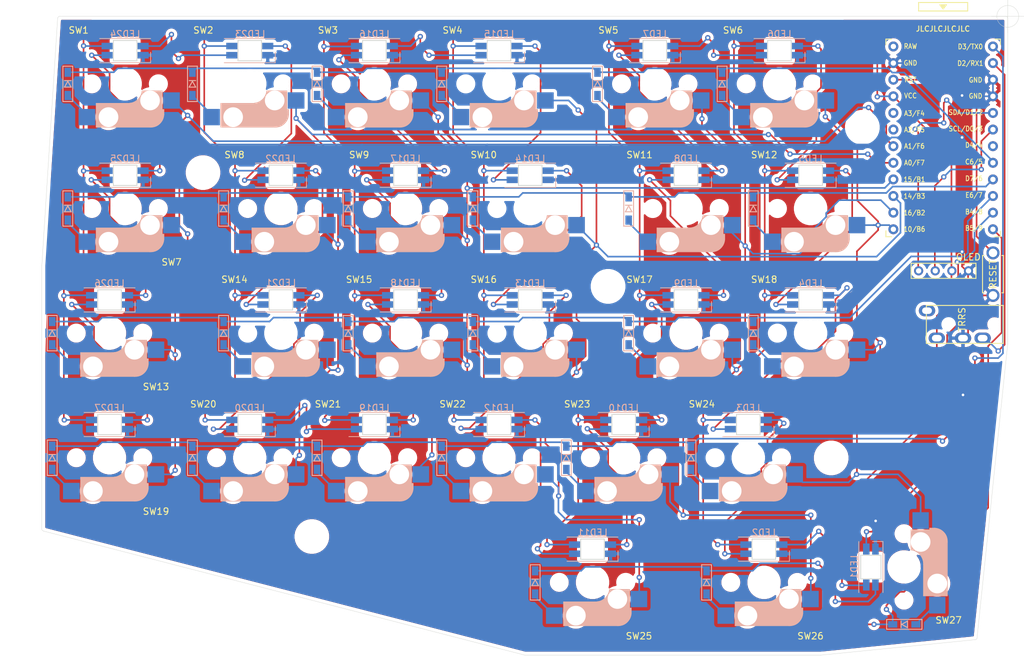
<source format=kicad_pcb>
(kicad_pcb (version 20171130) (host pcbnew "(5.1.9)-1")
  (title_block (title "YUIOP/27 Keyboard") (date 2021-01-15) (rev 2) (company KaoriYa))
  (layers (0 F.Cu signal) (31 B.Cu signal) (34 B.Paste user) (35 F.Paste user) (36 B.SilkS user) (37 F.SilkS user) (38 B.Mask user) (39 F.Mask user) (44 Edge.Cuts user))
  (net 0 "")
  (net 1 ROW1)
  (net 2 "Net-(D1-Pad2)")
  (net 3 "Net-(D2-Pad2)")
  (net 4 "Net-(D3-Pad2)")
  (net 5 "Net-(D4-Pad2)")
  (net 6 "Net-(D5-Pad2)")
  (net 7 "Net-(D6-Pad2)")
  (net 8 "Net-(D7-Pad2)")
  (net 9 ROW2)
  (net 10 "Net-(D8-Pad2)")
  (net 11 "Net-(D9-Pad2)")
  (net 12 "Net-(D10-Pad2)")
  (net 13 "Net-(D11-Pad2)")
  (net 14 "Net-(D12-Pad2)")
  (net 15 "Net-(D13-Pad2)")
  (net 16 ROW3)
  (net 17 "Net-(D14-Pad2)")
  (net 18 "Net-(D15-Pad2)")
  (net 19 "Net-(D16-Pad2)")
  (net 20 "Net-(D17-Pad2)")
  (net 21 "Net-(D18-Pad2)")
  (net 22 ROW4)
  (net 23 "Net-(D19-Pad2)")
  (net 24 "Net-(D20-Pad2)")
  (net 25 "Net-(D21-Pad2)")
  (net 26 "Net-(D22-Pad2)")
  (net 27 "Net-(D23-Pad2)")
  (net 28 "Net-(D24-Pad2)")
  (net 29 ROW5)
  (net 30 "Net-(D25-Pad2)")
  (net 31 "Net-(D26-Pad2)")
  (net 32 "Net-(D27-Pad2)")
  (net 33 CONN)
  (net 34 GND)
  (net 35 VCC)
  (net 36 "Net-(J1-PadA)")
  (net 37 "Net-(LED1-Pad2)")
  (net 38 LED)
  (net 39 "Net-(LED2-Pad2)")
  (net 40 "Net-(LED3-Pad2)")
  (net 41 "Net-(LED4-Pad2)")
  (net 42 "Net-(LED5-Pad2)")
  (net 43 "Net-(LED6-Pad2)")
  (net 44 "Net-(LED7-Pad2)")
  (net 45 "Net-(LED8-Pad2)")
  (net 46 "Net-(LED10-Pad4)")
  (net 47 "Net-(LED10-Pad2)")
  (net 48 "Net-(LED11-Pad2)")
  (net 49 "Net-(LED12-Pad2)")
  (net 50 "Net-(LED13-Pad2)")
  (net 51 "Net-(LED14-Pad2)")
  (net 52 "Net-(LED15-Pad2)")
  (net 53 "Net-(LED16-Pad2)")
  (net 54 "Net-(LED17-Pad2)")
  (net 55 "Net-(LED18-Pad2)")
  (net 56 "Net-(LED19-Pad2)")
  (net 57 "Net-(LED20-Pad2)")
  (net 58 "Net-(LED21-Pad2)")
  (net 59 "Net-(LED22-Pad2)")
  (net 60 "Net-(LED23-Pad2)")
  (net 61 "Net-(LED24-Pad2)")
  (net 62 "Net-(LED25-Pad2)")
  (net 63 "Net-(LED26-Pad2)")
  (net 64 "Net-(LED27-Pad2)")
  (net 65 SDA)
  (net 66 SCL)
  (net 67 RST)
  (net 68 COL1)
  (net 69 COL2)
  (net 70 COL3)
  (net 71 COL4)
  (net 72 COL5)
  (net 73 COL6)
  (net 74 "Net-(U1-Pad7)")
  (net 75 "Net-(U1-Pad19)")
  (net 76 "Net-(U1-Pad20)")
  (net 77 "Net-(U1-Pad24)")
  (module yuiop:OLED_128x32 (layer F.Cu) (at 214.02675 98.42484)
    (fp_text reference OL1)
    (fp_text value OLED hide)
    (fp_text user OLED (at 3.8 -2.1) (layer F.SilkS))
    (pad 3 thru_hole circle (at 1.27 0) (size 1.397 1.397) (drill 0.8128) (layers *.Cu B.Mask) (net 35 VCC))
    (pad 4 thru_hole circle (at 3.81 0) (size 1.397 1.397) (drill 0.8128) (layers *.Cu B.Mask) (net 34 GND))
    (pad 1 thru_hole circle (at -3.81 0) (size 1.397 1.397) (drill 0.8128) (layers *.Cu B.Mask) (net 65 SDA))
    (pad 2 thru_hole circle (at -1.27 0) (size 1.397 1.397) (drill 0.8128) (layers *.Cu B.Mask) (net 66 SCL))
  )
  (module yuiop:Cherry_MX_Hotswap_1.5u (layer F.Cu) (at 88.93175 88.9)
    (fp_text reference SW7 (at 7.1 8.2) (layer F.SilkS))
    (fp_text value SW_PUSH hide)
    (pad "" np_thru_hole circle (at 3.81 2.54 180) (size 3 3) (drill 3) (layers *.Cu *.Mask))
    (pad "" np_thru_hole circle (at -2.54 5.08 180) (size 3 3) (drill 3) (layers *.Cu *.Mask))
    (pad 2 smd rect (at -5.842 5.08) (size 2.55 2.5) (layers B.Cu B.Paste B.Mask) (net 8 "Net-(D7-Pad2)"))
    (pad "" np_thru_hole circle (at 5.08 0 180) (size 1.9 1.9) (drill 1.9) (layers *.Cu *.Mask))
    (pad "" np_thru_hole circle (at -5.08 0 180) (size 1.9 1.9) (drill 1.9) (layers *.Cu *.Mask))
    (pad 1 smd rect (at 7.085 2.54) (size 2.55 2.5) (layers B.Cu B.Paste B.Mask) (net 68 COL1))
    (pad "" np_thru_hole circle (at 0 0 270) (size 4.1 4.1) (drill 4.1) (layers *.Cu *.Mask))
  )
  (module yuiop:Cherry_MX_Hotswap_1.25u (layer F.Cu) (at 86.5505 127)
    (fp_text reference SW19 (at 7.1 8.2) (layer F.SilkS))
    (fp_text value SW_PUSH hide)
    (pad "" np_thru_hole circle (at 0 0 270) (size 4.1 4.1) (drill 4.1) (layers *.Cu *.Mask))
    (pad 1 smd rect (at 7.085 2.54) (size 2.55 2.5) (layers B.Cu B.Paste B.Mask) (net 68 COL1))
    (pad "" np_thru_hole circle (at -5.08 0 180) (size 1.9 1.9) (drill 1.9) (layers *.Cu *.Mask))
    (pad 2 smd rect (at -5.842 5.08) (size 2.55 2.5) (layers B.Cu B.Paste B.Mask) (net 23 "Net-(D19-Pad2)"))
    (pad "" np_thru_hole circle (at 5.08 0 180) (size 1.9 1.9) (drill 1.9) (layers *.Cu *.Mask))
    (pad "" np_thru_hole circle (at -2.54 5.08 180) (size 3 3) (drill 3) (layers *.Cu *.Mask))
    (pad "" np_thru_hole circle (at 3.81 2.54 180) (size 3 3) (drill 3) (layers *.Cu *.Mask))
  )
  (module yuiop:Cherry_MX_Hotswap_1.75u (layer F.Cu) (at 86.5505 107.95)
    (fp_text reference SW13 (at 7.1 8.2) (layer F.SilkS))
    (fp_text value SW_PUSH hide)
    (pad 1 smd rect (at 7.085 2.54) (size 2.55 2.5) (layers B.Cu B.Paste B.Mask) (net 68 COL1))
    (pad "" np_thru_hole circle (at 0 0 270) (size 4.1 4.1) (drill 4.1) (layers *.Cu *.Mask))
    (pad "" np_thru_hole circle (at -5.08 0 180) (size 1.9 1.9) (drill 1.9) (layers *.Cu *.Mask))
    (pad "" np_thru_hole circle (at 5.08 0 180) (size 1.9 1.9) (drill 1.9) (layers *.Cu *.Mask))
    (pad "" np_thru_hole circle (at 3.81 2.54 180) (size 3 3) (drill 3) (layers *.Cu *.Mask))
    (pad 2 smd rect (at -5.842 5.08) (size 2.55 2.5) (layers B.Cu B.Paste B.Mask) (net 15 "Net-(D13-Pad2)"))
    (pad "" np_thru_hole circle (at -2.54 5.08 180) (size 3 3) (drill 3) (layers *.Cu *.Mask))
  )
  (module yuiop:Cherry_MX_Hotswap_1.25u (layer F.Cu) (at 207.98155 143.68145 90)
    (fp_text reference SW27 (at -8.1407 6.81355 180) (layer F.SilkS))
    (fp_text value SW_PUSH hide)
    (pad "" np_thru_hole circle (at 0 0) (size 4.1 4.1) (drill 4.1) (layers *.Cu *.Mask))
    (pad 1 smd rect (at 7.085 2.54 90) (size 2.55 2.5) (layers B.Cu B.Paste B.Mask) (net 73 COL6))
    (pad "" np_thru_hole circle (at -5.08 0 270) (size 1.9 1.9) (drill 1.9) (layers *.Cu *.Mask))
    (pad 2 smd rect (at -5.842 5.08 90) (size 2.55 2.5) (layers B.Cu B.Paste B.Mask) (net 32 "Net-(D27-Pad2)"))
    (pad "" np_thru_hole circle (at 5.08 0 270) (size 1.9 1.9) (drill 1.9) (layers *.Cu *.Mask))
    (pad "" np_thru_hole circle (at -2.54 5.08 270) (size 3 3) (drill 3) (layers *.Cu *.Mask))
    (pad "" np_thru_hole circle (at 3.81 2.54 270) (size 3 3) (drill 3) (layers *.Cu *.Mask))
  )
  (module yuiop:Cherry_MX_Hotswap_1.25u (layer F.Cu) (at 186.59 146.05)
    (fp_text reference SW26 (at 7.1 8.2) (layer F.SilkS))
    (fp_text value SW_PUSH hide)
    (pad "" np_thru_hole circle (at 0 0 270) (size 4.1 4.1) (drill 4.1) (layers *.Cu *.Mask))
    (pad 1 smd rect (at 7.085 2.54) (size 2.55 2.5) (layers B.Cu B.Paste B.Mask) (net 72 COL5))
    (pad "" np_thru_hole circle (at -5.08 0 180) (size 1.9 1.9) (drill 1.9) (layers *.Cu *.Mask))
    (pad 2 smd rect (at -5.842 5.08) (size 2.55 2.5) (layers B.Cu B.Paste B.Mask) (net 31 "Net-(D26-Pad2)"))
    (pad "" np_thru_hole circle (at 5.08 0 180) (size 1.9 1.9) (drill 1.9) (layers *.Cu *.Mask))
    (pad "" np_thru_hole circle (at -2.54 5.08 180) (size 3 3) (drill 3) (layers *.Cu *.Mask))
    (pad "" np_thru_hole circle (at 3.81 2.54 180) (size 3 3) (drill 3) (layers *.Cu *.Mask))
  )
  (module yuiop:Cherry_MX_Hotswap_1.5u (layer F.Cu) (at 160.36925 146.05)
    (fp_text reference SW25 (at 7.1 8.2) (layer F.SilkS))
    (fp_text value SW_PUSH hide)
    (pad "" np_thru_hole circle (at 3.81 2.54 180) (size 3 3) (drill 3) (layers *.Cu *.Mask))
    (pad "" np_thru_hole circle (at -2.54 5.08 180) (size 3 3) (drill 3) (layers *.Cu *.Mask))
    (pad 2 smd rect (at -5.842 5.08) (size 2.55 2.5) (layers B.Cu B.Paste B.Mask) (net 30 "Net-(D25-Pad2)"))
    (pad "" np_thru_hole circle (at 5.08 0 180) (size 1.9 1.9) (drill 1.9) (layers *.Cu *.Mask))
    (pad "" np_thru_hole circle (at -5.08 0 180) (size 1.9 1.9) (drill 1.9) (layers *.Cu *.Mask))
    (pad 1 smd rect (at 7.085 2.54) (size 2.55 2.5) (layers B.Cu B.Paste B.Mask) (net 71 COL4))
    (pad "" np_thru_hole circle (at 0 0 270) (size 4.1 4.1) (drill 4.1) (layers *.Cu *.Mask))
  )
  (module MountingHole:MountingHole_4.3mm_M4 (layer F.Cu) (at 100.838 83.40725)
    (fp_text reference REF01 hide)
    (fp_text value MountingHole_4.3mm_M4)
    (pad 1 np_thru_hole circle (at 0 0) (size 4.3 4.3) (drill 4.3) (layers *.Cu *.Mask))
  )
  (module MountingHole:MountingHole_4.3mm_M4 (layer F.Cu) (at 201.6125 76.48575)
    (fp_text reference REF02 hide)
    (fp_text value MountingHole_4.3mm_M4)
    (pad 1 np_thru_hole circle (at 0 0) (size 4.3 4.3) (drill 4.3) (layers *.Cu *.Mask))
  )
  (module MountingHole:MountingHole_4.3mm_M4 (layer F.Cu) (at 162.7505 100.80625)
    (fp_text reference REF03 hide)
    (fp_text value MountingHole_4.3mm_M4)
    (pad 1 np_thru_hole circle (at 0 0) (size 4.3 4.3) (drill 4.3) (layers *.Cu *.Mask))
  )
  (module MountingHole:MountingHole_4.3mm_M4 (layer F.Cu) (at 196.85 127.03175)
    (fp_text reference REF04 hide)
    (fp_text value MountingHole_4.3mm_M4)
    (pad 1 np_thru_hole circle (at 0 0) (size 4.3 4.3) (drill 4.3) (layers *.Cu *.Mask))
  )
  (module MountingHole:MountingHole_4.3mm_M4 (layer F.Cu) (at 117.475 139.03325)
    (fp_text reference REF05 hide)
    (fp_text value MountingHole_4.3mm_M4)
    (pad 1 np_thru_hole circle (at 0 0) (size 4.3 4.3) (drill 4.3) (layers *.Cu *.Mask))
  )
  (module kbd:CherryMX_Hotswap (layer F.Cu) (at 165.13175 127 180)
    (fp_text reference SW23 (at 7.1 8.2) (layer F.SilkS))
    (fp_text value SW_PUSH hide)
    (pad 1 smd rect (at -7.085 -2.54) (size 2.55 2.5) (layers B.Cu B.Paste B.Mask) (net 72 COL5))
    (pad "" np_thru_hole circle (at 0 0 270) (size 4.1 4.1) (drill 4.1) (layers *.Cu *.Mask))
    (pad "" np_thru_hole circle (at 5.08 0 180) (size 1.9 1.9) (drill 1.9) (layers *.Cu *.Mask))
    (pad "" np_thru_hole circle (at -5.08 0 180) (size 1.9 1.9) (drill 1.9) (layers *.Cu *.Mask))
    (pad 2 smd rect (at 5.842 -5.08) (size 2.55 2.5) (layers B.Cu B.Paste B.Mask) (net 27 "Net-(D23-Pad2)"))
    (pad "" np_thru_hole circle (at -3.81 -2.54 180) (size 3 3) (drill 3) (layers *.Cu *.Mask))
    (pad "" np_thru_hole circle (at 2.54 -5.08 180) (size 3 3) (drill 3) (layers *.Cu *.Mask))
  )
  (module kbd:CherryMX_Hotswap (layer F.Cu) (at 174.65675 88.9 180)
    (fp_text reference SW11 (at 7.1 8.2) (layer F.SilkS))
    (fp_text value SW_PUSH hide)
    (pad "" np_thru_hole circle (at 2.54 -5.08 180) (size 3 3) (drill 3) (layers *.Cu *.Mask))
    (pad "" np_thru_hole circle (at -3.81 -2.54 180) (size 3 3) (drill 3) (layers *.Cu *.Mask))
    (pad 2 smd rect (at 5.842 -5.08) (size 2.55 2.5) (layers B.Cu B.Paste B.Mask) (net 13 "Net-(D11-Pad2)"))
    (pad "" np_thru_hole circle (at -5.08 0 180) (size 1.9 1.9) (drill 1.9) (layers *.Cu *.Mask))
    (pad "" np_thru_hole circle (at 5.08 0 180) (size 1.9 1.9) (drill 1.9) (layers *.Cu *.Mask))
    (pad "" np_thru_hole circle (at 0 0 270) (size 4.1 4.1) (drill 4.1) (layers *.Cu *.Mask))
    (pad 1 smd rect (at -7.085 -2.54) (size 2.55 2.5) (layers B.Cu B.Paste B.Mask) (net 72 COL5))
  )
  (module kbd:CherryMX_Hotswap (layer F.Cu) (at 112.74425 107.95 180)
    (fp_text reference SW14 (at 7.1 8.2) (layer F.SilkS))
    (fp_text value SW_PUSH hide)
    (pad "" np_thru_hole circle (at 2.54 -5.08 180) (size 3 3) (drill 3) (layers *.Cu *.Mask))
    (pad "" np_thru_hole circle (at -3.81 -2.54 180) (size 3 3) (drill 3) (layers *.Cu *.Mask))
    (pad 2 smd rect (at 5.842 -5.08) (size 2.55 2.5) (layers B.Cu B.Paste B.Mask) (net 17 "Net-(D14-Pad2)"))
    (pad "" np_thru_hole circle (at -5.08 0 180) (size 1.9 1.9) (drill 1.9) (layers *.Cu *.Mask))
    (pad "" np_thru_hole circle (at 5.08 0 180) (size 1.9 1.9) (drill 1.9) (layers *.Cu *.Mask))
    (pad "" np_thru_hole circle (at 0 0 270) (size 4.1 4.1) (drill 4.1) (layers *.Cu *.Mask))
    (pad 1 smd rect (at -7.085 -2.54) (size 2.55 2.5) (layers B.Cu B.Paste B.Mask) (net 69 COL2))
  )
  (module kbd:CherryMX_Hotswap (layer F.Cu) (at 150.84425 88.9 180)
    (fp_text reference SW10 (at 7.1 8.2) (layer F.SilkS))
    (fp_text value SW_PUSH hide)
    (pad "" np_thru_hole circle (at 2.54 -5.08 180) (size 3 3) (drill 3) (layers *.Cu *.Mask))
    (pad "" np_thru_hole circle (at -3.81 -2.54 180) (size 3 3) (drill 3) (layers *.Cu *.Mask))
    (pad 2 smd rect (at 5.842 -5.08) (size 2.55 2.5) (layers B.Cu B.Paste B.Mask) (net 12 "Net-(D10-Pad2)"))
    (pad "" np_thru_hole circle (at -5.08 0 180) (size 1.9 1.9) (drill 1.9) (layers *.Cu *.Mask))
    (pad "" np_thru_hole circle (at 5.08 0 180) (size 1.9 1.9) (drill 1.9) (layers *.Cu *.Mask))
    (pad "" np_thru_hole circle (at 0 0 270) (size 4.1 4.1) (drill 4.1) (layers *.Cu *.Mask))
    (pad 1 smd rect (at -7.085 -2.54) (size 2.55 2.5) (layers B.Cu B.Paste B.Mask) (net 71 COL4))
  )
  (module kbd:D3_SMD_v2 (layer B.Cu) (at 80.16875 69.85 270)
    (fp_text reference D1 hide)
    (fp_text value D hide)
    (pad 1 smd rect (at -1.775 0 270) (size 1.4 1) (layers B.Cu B.Paste B.Mask) (net 1 ROW1))
    (pad 2 smd rect (at 1.775 0 270) (size 1.4 1) (layers B.Cu B.Paste B.Mask) (net 2 "Net-(D1-Pad2)"))
  )
  (module kbd:D3_SMD_v2 (layer B.Cu) (at 99.21875 69.85 270)
    (fp_text reference D2 hide)
    (fp_text value D hide)
    (pad 1 smd rect (at -1.775 0 270) (size 1.4 1) (layers B.Cu B.Paste B.Mask) (net 1 ROW1))
    (pad 2 smd rect (at 1.775 0 270) (size 1.4 1) (layers B.Cu B.Paste B.Mask) (net 3 "Net-(D2-Pad2)"))
  )
  (module kbd:D3_SMD_v2 (layer B.Cu) (at 118.26875 69.85 270)
    (fp_text reference D3 hide)
    (fp_text value D hide)
    (pad 2 smd rect (at 1.775 0 270) (size 1.4 1) (layers B.Cu B.Paste B.Mask) (net 4 "Net-(D3-Pad2)"))
    (pad 1 smd rect (at -1.775 0 270) (size 1.4 1) (layers B.Cu B.Paste B.Mask) (net 1 ROW1))
  )
  (module kbd:D3_SMD_v2 (layer B.Cu) (at 137.31875 69.85 270)
    (fp_text reference D4 hide)
    (fp_text value D hide)
    (pad 1 smd rect (at -1.775 0 270) (size 1.4 1) (layers B.Cu B.Paste B.Mask) (net 1 ROW1))
    (pad 2 smd rect (at 1.775 0 270) (size 1.4 1) (layers B.Cu B.Paste B.Mask) (net 5 "Net-(D4-Pad2)"))
  )
  (module kbd:D3_SMD_v2 (layer B.Cu) (at 161.13125 69.85 270)
    (fp_text reference D5 hide)
    (fp_text value D hide)
    (pad 1 smd rect (at -1.775 0 270) (size 1.4 1) (layers B.Cu B.Paste B.Mask) (net 1 ROW1))
    (pad 2 smd rect (at 1.775 0 270) (size 1.4 1) (layers B.Cu B.Paste B.Mask) (net 6 "Net-(D5-Pad2)"))
  )
  (module kbd:D3_SMD_v2 (layer B.Cu) (at 180.18125 69.85 270)
    (fp_text reference D6 hide)
    (fp_text value D hide)
    (pad 2 smd rect (at 1.775 0 270) (size 1.4 1) (layers B.Cu B.Paste B.Mask) (net 7 "Net-(D6-Pad2)"))
    (pad 1 smd rect (at -1.775 0 270) (size 1.4 1) (layers B.Cu B.Paste B.Mask) (net 1 ROW1))
  )
  (module kbd:D3_SMD_v2 (layer B.Cu) (at 80.16875 88.9 270)
    (fp_text reference D7 hide)
    (fp_text value D hide)
    (pad 2 smd rect (at 1.775 0 270) (size 1.4 1) (layers B.Cu B.Paste B.Mask) (net 8 "Net-(D7-Pad2)"))
    (pad 1 smd rect (at -1.775 0 270) (size 1.4 1) (layers B.Cu B.Paste B.Mask) (net 9 ROW2))
  )
  (module kbd:D3_SMD_v2 (layer B.Cu) (at 103.98125 88.9 270)
    (fp_text reference D8 hide)
    (fp_text value D hide)
    (pad 2 smd rect (at 1.775 0 270) (size 1.4 1) (layers B.Cu B.Paste B.Mask) (net 10 "Net-(D8-Pad2)"))
    (pad 1 smd rect (at -1.775 0 270) (size 1.4 1) (layers B.Cu B.Paste B.Mask) (net 9 ROW2))
  )
  (module kbd:D3_SMD_v2 (layer B.Cu) (at 123.03125 88.9 270)
    (fp_text reference D9 hide)
    (fp_text value D hide)
    (pad 1 smd rect (at -1.775 0 270) (size 1.4 1) (layers B.Cu B.Paste B.Mask) (net 9 ROW2))
    (pad 2 smd rect (at 1.775 0 270) (size 1.4 1) (layers B.Cu B.Paste B.Mask) (net 11 "Net-(D9-Pad2)"))
  )
  (module kbd:D3_SMD_v2 (layer B.Cu) (at 142.08125 88.9 270)
    (fp_text reference D10 hide)
    (fp_text value D hide)
    (pad 2 smd rect (at 1.775 0 270) (size 1.4 1) (layers B.Cu B.Paste B.Mask) (net 12 "Net-(D10-Pad2)"))
    (pad 1 smd rect (at -1.775 0 270) (size 1.4 1) (layers B.Cu B.Paste B.Mask) (net 9 ROW2))
  )
  (module kbd:D3_SMD_v2 (layer B.Cu) (at 165.89375 88.9 270)
    (fp_text reference D11 hide)
    (fp_text value D hide)
    (pad 2 smd rect (at 1.775 0 270) (size 1.4 1) (layers B.Cu B.Paste B.Mask) (net 13 "Net-(D11-Pad2)"))
    (pad 1 smd rect (at -1.775 0 270) (size 1.4 1) (layers B.Cu B.Paste B.Mask) (net 9 ROW2))
  )
  (module kbd:D3_SMD_v2 (layer B.Cu) (at 184.94375 88.9 270)
    (fp_text reference D12 hide)
    (fp_text value D hide)
    (pad 1 smd rect (at -1.775 0 270) (size 1.4 1) (layers B.Cu B.Paste B.Mask) (net 9 ROW2))
    (pad 2 smd rect (at 1.775 0 270) (size 1.4 1) (layers B.Cu B.Paste B.Mask) (net 14 "Net-(D12-Pad2)"))
  )
  (module kbd:D3_SMD_v2 (layer B.Cu) (at 77.7875 107.95 270)
    (fp_text reference D13 hide)
    (fp_text value D hide)
    (pad 1 smd rect (at -1.775 0 270) (size 1.4 1) (layers B.Cu B.Paste B.Mask) (net 16 ROW3))
    (pad 2 smd rect (at 1.775 0 270) (size 1.4 1) (layers B.Cu B.Paste B.Mask) (net 15 "Net-(D13-Pad2)"))
  )
  (module kbd:D3_SMD_v2 (layer B.Cu) (at 103.98125 107.95 270)
    (fp_text reference D14 hide)
    (fp_text value D hide)
    (pad 2 smd rect (at 1.775 0 270) (size 1.4 1) (layers B.Cu B.Paste B.Mask) (net 17 "Net-(D14-Pad2)"))
    (pad 1 smd rect (at -1.775 0 270) (size 1.4 1) (layers B.Cu B.Paste B.Mask) (net 16 ROW3))
  )
  (module kbd:D3_SMD_v2 (layer B.Cu) (at 123.03125 107.95 270)
    (fp_text reference D15 hide)
    (fp_text value D hide)
    (pad 2 smd rect (at 1.775 0 270) (size 1.4 1) (layers B.Cu B.Paste B.Mask) (net 18 "Net-(D15-Pad2)"))
    (pad 1 smd rect (at -1.775 0 270) (size 1.4 1) (layers B.Cu B.Paste B.Mask) (net 16 ROW3))
  )
  (module kbd:D3_SMD_v2 (layer B.Cu) (at 142.08125 107.95 270)
    (fp_text reference D16 hide)
    (fp_text value D hide)
    (pad 1 smd rect (at -1.775 0 270) (size 1.4 1) (layers B.Cu B.Paste B.Mask) (net 16 ROW3))
    (pad 2 smd rect (at 1.775 0 270) (size 1.4 1) (layers B.Cu B.Paste B.Mask) (net 19 "Net-(D16-Pad2)"))
  )
  (module kbd:D3_SMD_v2 (layer B.Cu) (at 165.89375 107.95 270)
    (fp_text reference D17 hide)
    (fp_text value D hide)
    (pad 1 smd rect (at -1.775 0 270) (size 1.4 1) (layers B.Cu B.Paste B.Mask) (net 16 ROW3))
    (pad 2 smd rect (at 1.775 0 270) (size 1.4 1) (layers B.Cu B.Paste B.Mask) (net 20 "Net-(D17-Pad2)"))
  )
  (module kbd:D3_SMD_v2 (layer B.Cu) (at 184.94375 107.95 270)
    (fp_text reference D18 hide)
    (fp_text value D hide)
    (pad 1 smd rect (at -1.775 0 270) (size 1.4 1) (layers B.Cu B.Paste B.Mask) (net 16 ROW3))
    (pad 2 smd rect (at 1.775 0 270) (size 1.4 1) (layers B.Cu B.Paste B.Mask) (net 21 "Net-(D18-Pad2)"))
  )
  (module kbd:D3_SMD_v2 (layer B.Cu) (at 77.7875 127 270)
    (fp_text reference D19 hide)
    (fp_text value D hide)
    (pad 1 smd rect (at -1.775 0 270) (size 1.4 1) (layers B.Cu B.Paste B.Mask) (net 22 ROW4))
    (pad 2 smd rect (at 1.775 0 270) (size 1.4 1) (layers B.Cu B.Paste B.Mask) (net 23 "Net-(D19-Pad2)"))
  )
  (module kbd:D3_SMD_v2 (layer B.Cu) (at 99.21875 127 270)
    (fp_text reference D20 hide)
    (fp_text value D hide)
    (pad 1 smd rect (at -1.775 0 270) (size 1.4 1) (layers B.Cu B.Paste B.Mask) (net 22 ROW4))
    (pad 2 smd rect (at 1.775 0 270) (size 1.4 1) (layers B.Cu B.Paste B.Mask) (net 24 "Net-(D20-Pad2)"))
  )
  (module kbd:D3_SMD_v2 (layer B.Cu) (at 118.26875 127 270)
    (fp_text reference D21 hide)
    (fp_text value D hide)
    (pad 1 smd rect (at -1.775 0 270) (size 1.4 1) (layers B.Cu B.Paste B.Mask) (net 22 ROW4))
    (pad 2 smd rect (at 1.775 0 270) (size 1.4 1) (layers B.Cu B.Paste B.Mask) (net 25 "Net-(D21-Pad2)"))
  )
  (module kbd:D3_SMD_v2 (layer B.Cu) (at 137.31875 127 270)
    (fp_text reference D22 hide)
    (fp_text value D hide)
    (pad 1 smd rect (at -1.775 0 270) (size 1.4 1) (layers B.Cu B.Paste B.Mask) (net 22 ROW4))
    (pad 2 smd rect (at 1.775 0 270) (size 1.4 1) (layers B.Cu B.Paste B.Mask) (net 26 "Net-(D22-Pad2)"))
  )
  (module kbd:D3_SMD_v2 (layer B.Cu) (at 156.36875 127 270)
    (fp_text reference D23 hide)
    (fp_text value D hide)
    (pad 2 smd rect (at 1.775 0 270) (size 1.4 1) (layers B.Cu B.Paste B.Mask) (net 27 "Net-(D23-Pad2)"))
    (pad 1 smd rect (at -1.775 0 270) (size 1.4 1) (layers B.Cu B.Paste B.Mask) (net 22 ROW4))
  )
  (module kbd:D3_SMD_v2 (layer B.Cu) (at 175.41875 127 270)
    (fp_text reference D24 hide)
    (fp_text value D hide)
    (pad 2 smd rect (at 1.775 0 270) (size 1.4 1) (layers B.Cu B.Paste B.Mask) (net 28 "Net-(D24-Pad2)"))
    (pad 1 smd rect (at -1.775 0 270) (size 1.4 1) (layers B.Cu B.Paste B.Mask) (net 22 ROW4))
  )
  (module kbd:D3_SMD_v2 (layer B.Cu) (at 151.60625 146.05 270)
    (fp_text reference D25 hide)
    (fp_text value D hide)
    (pad 1 smd rect (at -1.775 0 270) (size 1.4 1) (layers B.Cu B.Paste B.Mask) (net 29 ROW5))
    (pad 2 smd rect (at 1.775 0 270) (size 1.4 1) (layers B.Cu B.Paste B.Mask) (net 30 "Net-(D25-Pad2)"))
  )
  (module kbd:D3_SMD_v2 (layer B.Cu) (at 177.8 146.05 270)
    (fp_text reference D26 hide)
    (fp_text value D hide)
    (pad 1 smd rect (at -1.775 0 270) (size 1.4 1) (layers B.Cu B.Paste B.Mask) (net 29 ROW5))
    (pad 2 smd rect (at 1.775 0 270) (size 1.4 1) (layers B.Cu B.Paste B.Mask) (net 31 "Net-(D26-Pad2)"))
  )
  (module kbd:D3_SMD_v2 (layer B.Cu) (at 208.026 152.4635)
    (fp_text reference D27 hide)
    (fp_text value D hide)
    (pad 2 smd rect (at 1.775 0) (size 1.4 1) (layers B.Cu B.Paste B.Mask) (net 32 "Net-(D27-Pad2)"))
    (pad 1 smd rect (at -1.775 0) (size 1.4 1) (layers B.Cu B.Paste B.Mask) (net 29 ROW5))
  )
  (module kbd:MJ-4PP-9_1side (layer F.Cu) (at 223.29775 106.6165 270)
    (fp_text reference J1)
    (fp_text value MJ-4PP-9 hide)
    (fp_text user TRRS (at -0.75 6.45 90) (layer F.SilkS))
    (pad "" np_thru_hole circle (at 0 1.5 270) (size 1.2 1.2) (drill 1.2) (layers *.Cu *.Mask))
    (pad "" np_thru_hole circle (at 0 8.5 270) (size 1.2 1.2) (drill 1.2) (layers *.Cu *.Mask))
    (pad B thru_hole oval (at 2.1 3.3 270) (size 1.7 2.5) (drill oval 1 1.5) (layers *.Cu B.Mask) (net 33 CONN))
    (pad C thru_hole oval (at 2.1 6.3 270) (size 1.7 2.5) (drill oval 1 1.5) (layers *.Cu B.Mask) (net 34 GND))
    (pad D thru_hole oval (at 2.1 10.3 270) (size 1.7 2.5) (drill oval 1 1.5) (layers *.Cu B.Mask) (net 35 VCC) (clearance 0.15))
    (pad A thru_hole oval (at -2.1 11.8 270) (size 1.7 2.5) (drill oval 1 1.5) (layers *.Cu B.Mask) (net 36 "Net-(J1-PadA)") (clearance 0.15))
  )
  (module kbd:YS-SK6812MINI-E (layer B.Cu) (at 202.91425 143.7005 270)
    (fp_text reference LED1 (at 0 2.54 270) (layer B.SilkS) (effects (justify mirror)))
    (fp_text value YS-SK6812MINI-E hide)
    (fp_line (start 1.8 1.55) (end -1.8 1.55) (layer Edge.Cuts) (width 0.12))
    (fp_line (start 1.8 -1.55) (end 1.8 1.55) (layer Edge.Cuts) (width 0.12))
    (fp_line (start -1.8 -1.55) (end 1.8 -1.55) (layer Edge.Cuts) (width 0.12))
    (fp_line (start -1.8 1.55) (end -1.8 -1.55) (layer Edge.Cuts) (width 0.12))
    (pad 2 smd rect (at 2.75 -0.7 270) (size 1.7 1) (layers B.Cu B.Paste B.Mask) (net 37 "Net-(LED1-Pad2)"))
    (pad 1 smd rect (at 2.75 0.7 270) (size 1.7 1) (layers B.Cu B.Paste B.Mask) (net 35 VCC))
    (pad 3 smd rect (at -2.75 -0.7 270) (size 1.7 1) (layers B.Cu B.Paste B.Mask) (net 34 GND))
    (pad 4 smd rect (at -2.75 0.7 270) (size 1.7 1) (layers B.Cu B.Paste B.Mask) (net 38 LED))
  )
  (module kbd:YS-SK6812MINI-E (layer B.Cu) (at 186.563 140.97 180)
    (fp_text reference LED2 (at 0 2.54) (layer B.SilkS) (effects (justify mirror)))
    (fp_text value YS-SK6812MINI-E hide)
    (fp_line (start 1.8 1.55) (end -1.8 1.55) (layer Edge.Cuts) (width 0.12))
    (fp_line (start 1.8 -1.55) (end 1.8 1.55) (layer Edge.Cuts) (width 0.12))
    (fp_line (start -1.8 -1.55) (end 1.8 -1.55) (layer Edge.Cuts) (width 0.12))
    (fp_line (start -1.8 1.55) (end -1.8 -1.55) (layer Edge.Cuts) (width 0.12))
    (pad 2 smd rect (at 2.75 -0.7 180) (size 1.7 1) (layers B.Cu B.Paste B.Mask) (net 39 "Net-(LED2-Pad2)"))
    (pad 1 smd rect (at 2.75 0.7 180) (size 1.7 1) (layers B.Cu B.Paste B.Mask) (net 35 VCC))
    (pad 3 smd rect (at -2.75 -0.7 180) (size 1.7 1) (layers B.Cu B.Paste B.Mask) (net 34 GND))
    (pad 4 smd rect (at -2.75 0.7 180) (size 1.7 1) (layers B.Cu B.Paste B.Mask) (net 37 "Net-(LED1-Pad2)"))
  )
  (module kbd:YS-SK6812MINI-E (layer B.Cu) (at 184.18175 121.92 180)
    (fp_text reference LED3 (at 0 2.54) (layer B.SilkS) (effects (justify mirror)))
    (fp_text value YS-SK6812MINI-E hide)
    (fp_line (start 1.8 1.55) (end -1.8 1.55) (layer Edge.Cuts) (width 0.12))
    (fp_line (start 1.8 -1.55) (end 1.8 1.55) (layer Edge.Cuts) (width 0.12))
    (fp_line (start -1.8 -1.55) (end 1.8 -1.55) (layer Edge.Cuts) (width 0.12))
    (fp_line (start -1.8 1.55) (end -1.8 -1.55) (layer Edge.Cuts) (width 0.12))
    (pad 2 smd rect (at 2.75 -0.7 180) (size 1.7 1) (layers B.Cu B.Paste B.Mask) (net 40 "Net-(LED3-Pad2)"))
    (pad 1 smd rect (at 2.75 0.7 180) (size 1.7 1) (layers B.Cu B.Paste B.Mask) (net 35 VCC))
    (pad 3 smd rect (at -2.75 -0.7 180) (size 1.7 1) (layers B.Cu B.Paste B.Mask) (net 34 GND))
    (pad 4 smd rect (at -2.75 0.7 180) (size 1.7 1) (layers B.Cu B.Paste B.Mask) (net 39 "Net-(LED2-Pad2)"))
  )
  (module kbd:YS-SK6812MINI-E (layer B.Cu) (at 193.70675 102.87 180)
    (fp_text reference LED4 (at 0 2.54) (layer B.SilkS) (effects (justify mirror)))
    (fp_text value YS-SK6812MINI-E hide)
    (fp_line (start -1.8 1.55) (end -1.8 -1.55) (layer Edge.Cuts) (width 0.12))
    (fp_line (start -1.8 -1.55) (end 1.8 -1.55) (layer Edge.Cuts) (width 0.12))
    (fp_line (start 1.8 -1.55) (end 1.8 1.55) (layer Edge.Cuts) (width 0.12))
    (fp_line (start 1.8 1.55) (end -1.8 1.55) (layer Edge.Cuts) (width 0.12))
    (pad 4 smd rect (at -2.75 0.7 180) (size 1.7 1) (layers B.Cu B.Paste B.Mask) (net 40 "Net-(LED3-Pad2)"))
    (pad 3 smd rect (at -2.75 -0.7 180) (size 1.7 1) (layers B.Cu B.Paste B.Mask) (net 34 GND))
    (pad 1 smd rect (at 2.75 0.7 180) (size 1.7 1) (layers B.Cu B.Paste B.Mask) (net 35 VCC))
    (pad 2 smd rect (at 2.75 -0.7 180) (size 1.7 1) (layers B.Cu B.Paste B.Mask) (net 41 "Net-(LED4-Pad2)"))
  )
  (module kbd:YS-SK6812MINI-E (layer B.Cu) (at 193.70675 83.82 180)
    (fp_text reference LED5 (at 0 2.54 180) (layer B.SilkS) (effects (justify mirror)))
    (fp_text value YS-SK6812MINI-E hide)
    (fp_line (start 1.8 1.55) (end -1.8 1.55) (layer Edge.Cuts) (width 0.12))
    (fp_line (start 1.8 -1.55) (end 1.8 1.55) (layer Edge.Cuts) (width 0.12))
    (fp_line (start -1.8 -1.55) (end 1.8 -1.55) (layer Edge.Cuts) (width 0.12))
    (fp_line (start -1.8 1.55) (end -1.8 -1.55) (layer Edge.Cuts) (width 0.12))
    (pad 2 smd rect (at 2.75 -0.7 180) (size 1.7 1) (layers B.Cu B.Paste B.Mask) (net 42 "Net-(LED5-Pad2)"))
    (pad 1 smd rect (at 2.75 0.7 180) (size 1.7 1) (layers B.Cu B.Paste B.Mask) (net 35 VCC))
    (pad 3 smd rect (at -2.75 -0.7 180) (size 1.7 1) (layers B.Cu B.Paste B.Mask) (net 34 GND))
    (pad 4 smd rect (at -2.75 0.7 180) (size 1.7 1) (layers B.Cu B.Paste B.Mask) (net 41 "Net-(LED4-Pad2)"))
  )
  (module kbd:YS-SK6812MINI-E (layer B.Cu) (at 188.94425 64.77 180)
    (fp_text reference LED6 (at 0 2.54) (layer B.SilkS) (effects (justify mirror)))
    (fp_text value YS-SK6812MINI-E hide)
    (fp_line (start -1.8 1.55) (end -1.8 -1.55) (layer Edge.Cuts) (width 0.12))
    (fp_line (start -1.8 -1.55) (end 1.8 -1.55) (layer Edge.Cuts) (width 0.12))
    (fp_line (start 1.8 -1.55) (end 1.8 1.55) (layer Edge.Cuts) (width 0.12))
    (fp_line (start 1.8 1.55) (end -1.8 1.55) (layer Edge.Cuts) (width 0.12))
    (pad 4 smd rect (at -2.75 0.7 180) (size 1.7 1) (layers B.Cu B.Paste B.Mask) (net 42 "Net-(LED5-Pad2)"))
    (pad 3 smd rect (at -2.75 -0.7 180) (size 1.7 1) (layers B.Cu B.Paste B.Mask) (net 34 GND))
    (pad 1 smd rect (at 2.75 0.7 180) (size 1.7 1) (layers B.Cu B.Paste B.Mask) (net 35 VCC))
    (pad 2 smd rect (at 2.75 -0.7 180) (size 1.7 1) (layers B.Cu B.Paste B.Mask) (net 43 "Net-(LED6-Pad2)"))
  )
  (module kbd:YS-SK6812MINI-E (layer B.Cu) (at 169.89425 64.77 180)
    (fp_text reference LED7 (at 0 2.54) (layer B.SilkS) (effects (justify mirror)))
    (fp_text value YS-SK6812MINI-E hide)
    (fp_line (start 1.8 1.55) (end -1.8 1.55) (layer Edge.Cuts) (width 0.12))
    (fp_line (start 1.8 -1.55) (end 1.8 1.55) (layer Edge.Cuts) (width 0.12))
    (fp_line (start -1.8 -1.55) (end 1.8 -1.55) (layer Edge.Cuts) (width 0.12))
    (fp_line (start -1.8 1.55) (end -1.8 -1.55) (layer Edge.Cuts) (width 0.12))
    (pad 2 smd rect (at 2.75 -0.7 180) (size 1.7 1) (layers B.Cu B.Paste B.Mask) (net 44 "Net-(LED7-Pad2)"))
    (pad 1 smd rect (at 2.75 0.7 180) (size 1.7 1) (layers B.Cu B.Paste B.Mask) (net 35 VCC))
    (pad 3 smd rect (at -2.75 -0.7 180) (size 1.7 1) (layers B.Cu B.Paste B.Mask) (net 34 GND))
    (pad 4 smd rect (at -2.75 0.7 180) (size 1.7 1) (layers B.Cu B.Paste B.Mask) (net 43 "Net-(LED6-Pad2)"))
  )
  (module kbd:YS-SK6812MINI-E (layer B.Cu) (at 174.65675 83.82 180)
    (fp_text reference LED8 (at 0 2.54 180) (layer B.SilkS) (effects (justify mirror)))
    (fp_text value YS-SK6812MINI-E hide)
    (fp_line (start -1.8 1.55) (end -1.8 -1.55) (layer Edge.Cuts) (width 0.12))
    (fp_line (start -1.8 -1.55) (end 1.8 -1.55) (layer Edge.Cuts) (width 0.12))
    (fp_line (start 1.8 -1.55) (end 1.8 1.55) (layer Edge.Cuts) (width 0.12))
    (fp_line (start 1.8 1.55) (end -1.8 1.55) (layer Edge.Cuts) (width 0.12))
    (pad 4 smd rect (at -2.75 0.7 180) (size 1.7 1) (layers B.Cu B.Paste B.Mask) (net 44 "Net-(LED7-Pad2)"))
    (pad 3 smd rect (at -2.75 -0.7 180) (size 1.7 1) (layers B.Cu B.Paste B.Mask) (net 34 GND))
    (pad 1 smd rect (at 2.75 0.7 180) (size 1.7 1) (layers B.Cu B.Paste B.Mask) (net 35 VCC))
    (pad 2 smd rect (at 2.75 -0.7 180) (size 1.7 1) (layers B.Cu B.Paste B.Mask) (net 45 "Net-(LED8-Pad2)"))
  )
  (module kbd:YS-SK6812MINI-E (layer B.Cu) (at 174.65675 102.87 180)
    (fp_text reference LED9 (at 0 2.54) (layer B.SilkS) (effects (justify mirror)))
    (fp_text value YS-SK6812MINI-E hide)
    (fp_line (start 1.8 1.55) (end -1.8 1.55) (layer Edge.Cuts) (width 0.12))
    (fp_line (start 1.8 -1.55) (end 1.8 1.55) (layer Edge.Cuts) (width 0.12))
    (fp_line (start -1.8 -1.55) (end 1.8 -1.55) (layer Edge.Cuts) (width 0.12))
    (fp_line (start -1.8 1.55) (end -1.8 -1.55) (layer Edge.Cuts) (width 0.12))
    (pad 2 smd rect (at 2.75 -0.7 180) (size 1.7 1) (layers B.Cu B.Paste B.Mask) (net 46 "Net-(LED10-Pad4)"))
    (pad 1 smd rect (at 2.75 0.7 180) (size 1.7 1) (layers B.Cu B.Paste B.Mask) (net 35 VCC))
    (pad 3 smd rect (at -2.75 -0.7 180) (size 1.7 1) (layers B.Cu B.Paste B.Mask) (net 34 GND))
    (pad 4 smd rect (at -2.75 0.7 180) (size 1.7 1) (layers B.Cu B.Paste B.Mask) (net 45 "Net-(LED8-Pad2)"))
  )
  (module kbd:YS-SK6812MINI-E (layer B.Cu) (at 165.13175 121.92 180)
    (fp_text reference LED10 (at 0 2.54) (layer B.SilkS) (effects (justify mirror)))
    (fp_text value YS-SK6812MINI-E hide)
    (fp_line (start -1.8 1.55) (end -1.8 -1.55) (layer Edge.Cuts) (width 0.12))
    (fp_line (start -1.8 -1.55) (end 1.8 -1.55) (layer Edge.Cuts) (width 0.12))
    (fp_line (start 1.8 -1.55) (end 1.8 1.55) (layer Edge.Cuts) (width 0.12))
    (fp_line (start 1.8 1.55) (end -1.8 1.55) (layer Edge.Cuts) (width 0.12))
    (pad 4 smd rect (at -2.75 0.7 180) (size 1.7 1) (layers B.Cu B.Paste B.Mask) (net 46 "Net-(LED10-Pad4)"))
    (pad 3 smd rect (at -2.75 -0.7 180) (size 1.7 1) (layers B.Cu B.Paste B.Mask) (net 34 GND))
    (pad 1 smd rect (at 2.75 0.7 180) (size 1.7 1) (layers B.Cu B.Paste B.Mask) (net 35 VCC))
    (pad 2 smd rect (at 2.75 -0.7 180) (size 1.7 1) (layers B.Cu B.Paste B.Mask) (net 47 "Net-(LED10-Pad2)"))
  )
  (module kbd:YS-SK6812MINI-E (layer B.Cu) (at 160.36925 140.97 180)
    (fp_text reference LED11 (at 0 2.54) (layer B.SilkS) (effects (justify mirror)))
    (fp_text value YS-SK6812MINI-E hide)
    (fp_line (start 1.8 1.55) (end -1.8 1.55) (layer Edge.Cuts) (width 0.12))
    (fp_line (start 1.8 -1.55) (end 1.8 1.55) (layer Edge.Cuts) (width 0.12))
    (fp_line (start -1.8 -1.55) (end 1.8 -1.55) (layer Edge.Cuts) (width 0.12))
    (fp_line (start -1.8 1.55) (end -1.8 -1.55) (layer Edge.Cuts) (width 0.12))
    (pad 2 smd rect (at 2.75 -0.7 180) (size 1.7 1) (layers B.Cu B.Paste B.Mask) (net 48 "Net-(LED11-Pad2)"))
    (pad 1 smd rect (at 2.75 0.7 180) (size 1.7 1) (layers B.Cu B.Paste B.Mask) (net 35 VCC))
    (pad 3 smd rect (at -2.75 -0.7 180) (size 1.7 1) (layers B.Cu B.Paste B.Mask) (net 34 GND))
    (pad 4 smd rect (at -2.75 0.7 180) (size 1.7 1) (layers B.Cu B.Paste B.Mask) (net 47 "Net-(LED10-Pad2)"))
  )
  (module kbd:YS-SK6812MINI-E (layer B.Cu) (at 146.08175 121.92 180)
    (fp_text reference LED12 (at 0 2.54) (layer B.SilkS) (effects (justify mirror)))
    (fp_text value YS-SK6812MINI-E hide)
    (fp_line (start -1.8 1.55) (end -1.8 -1.55) (layer Edge.Cuts) (width 0.12))
    (fp_line (start -1.8 -1.55) (end 1.8 -1.55) (layer Edge.Cuts) (width 0.12))
    (fp_line (start 1.8 -1.55) (end 1.8 1.55) (layer Edge.Cuts) (width 0.12))
    (fp_line (start 1.8 1.55) (end -1.8 1.55) (layer Edge.Cuts) (width 0.12))
    (pad 4 smd rect (at -2.75 0.7 180) (size 1.7 1) (layers B.Cu B.Paste B.Mask) (net 48 "Net-(LED11-Pad2)"))
    (pad 3 smd rect (at -2.75 -0.7 180) (size 1.7 1) (layers B.Cu B.Paste B.Mask) (net 34 GND))
    (pad 1 smd rect (at 2.75 0.7 180) (size 1.7 1) (layers B.Cu B.Paste B.Mask) (net 35 VCC))
    (pad 2 smd rect (at 2.75 -0.7 180) (size 1.7 1) (layers B.Cu B.Paste B.Mask) (net 49 "Net-(LED12-Pad2)"))
  )
  (module kbd:YS-SK6812MINI-E (layer B.Cu) (at 150.84425 102.87 180)
    (fp_text reference LED13 (at 0 2.54) (layer B.SilkS) (effects (justify mirror)))
    (fp_text value YS-SK6812MINI-E hide)
    (fp_line (start 1.8 1.55) (end -1.8 1.55) (layer Edge.Cuts) (width 0.12))
    (fp_line (start 1.8 -1.55) (end 1.8 1.55) (layer Edge.Cuts) (width 0.12))
    (fp_line (start -1.8 -1.55) (end 1.8 -1.55) (layer Edge.Cuts) (width 0.12))
    (fp_line (start -1.8 1.55) (end -1.8 -1.55) (layer Edge.Cuts) (width 0.12))
    (pad 2 smd rect (at 2.75 -0.7 180) (size 1.7 1) (layers B.Cu B.Paste B.Mask) (net 50 "Net-(LED13-Pad2)"))
    (pad 1 smd rect (at 2.75 0.7 180) (size 1.7 1) (layers B.Cu B.Paste B.Mask) (net 35 VCC))
    (pad 3 smd rect (at -2.75 -0.7 180) (size 1.7 1) (layers B.Cu B.Paste B.Mask) (net 34 GND))
    (pad 4 smd rect (at -2.75 0.7 180) (size 1.7 1) (layers B.Cu B.Paste B.Mask) (net 49 "Net-(LED12-Pad2)"))
  )
  (module kbd:YS-SK6812MINI-E (layer B.Cu) (at 150.84425 83.82 180)
    (fp_text reference LED14 (at 0 2.54) (layer B.SilkS) (effects (justify mirror)))
    (fp_text value YS-SK6812MINI-E hide)
    (fp_line (start -1.8 1.55) (end -1.8 -1.55) (layer Edge.Cuts) (width 0.12))
    (fp_line (start -1.8 -1.55) (end 1.8 -1.55) (layer Edge.Cuts) (width 0.12))
    (fp_line (start 1.8 -1.55) (end 1.8 1.55) (layer Edge.Cuts) (width 0.12))
    (fp_line (start 1.8 1.55) (end -1.8 1.55) (layer Edge.Cuts) (width 0.12))
    (pad 4 smd rect (at -2.75 0.7 180) (size 1.7 1) (layers B.Cu B.Paste B.Mask) (net 50 "Net-(LED13-Pad2)"))
    (pad 3 smd rect (at -2.75 -0.7 180) (size 1.7 1) (layers B.Cu B.Paste B.Mask) (net 34 GND))
    (pad 1 smd rect (at 2.75 0.7 180) (size 1.7 1) (layers B.Cu B.Paste B.Mask) (net 35 VCC))
    (pad 2 smd rect (at 2.75 -0.7 180) (size 1.7 1) (layers B.Cu B.Paste B.Mask) (net 51 "Net-(LED14-Pad2)"))
  )
  (module kbd:YS-SK6812MINI-E (layer B.Cu) (at 146.08175 64.77 180)
    (fp_text reference LED15 (at 0 2.54) (layer B.SilkS) (effects (justify mirror)))
    (fp_text value YS-SK6812MINI-E hide)
    (fp_line (start 1.8 1.55) (end -1.8 1.55) (layer Edge.Cuts) (width 0.12))
    (fp_line (start 1.8 -1.55) (end 1.8 1.55) (layer Edge.Cuts) (width 0.12))
    (fp_line (start -1.8 -1.55) (end 1.8 -1.55) (layer Edge.Cuts) (width 0.12))
    (fp_line (start -1.8 1.55) (end -1.8 -1.55) (layer Edge.Cuts) (width 0.12))
    (pad 2 smd rect (at 2.75 -0.7 180) (size 1.7 1) (layers B.Cu B.Paste B.Mask) (net 52 "Net-(LED15-Pad2)"))
    (pad 1 smd rect (at 2.75 0.7 180) (size 1.7 1) (layers B.Cu B.Paste B.Mask) (net 35 VCC))
    (pad 3 smd rect (at -2.75 -0.7 180) (size 1.7 1) (layers B.Cu B.Paste B.Mask) (net 34 GND))
    (pad 4 smd rect (at -2.75 0.7 180) (size 1.7 1) (layers B.Cu B.Paste B.Mask) (net 51 "Net-(LED14-Pad2)"))
  )
  (module kbd:YS-SK6812MINI-E (layer B.Cu) (at 127.03175 64.77 180)
    (fp_text reference LED16 (at 0 2.54) (layer B.SilkS) (effects (justify mirror)))
    (fp_text value YS-SK6812MINI-E hide)
    (fp_line (start -1.8 1.55) (end -1.8 -1.55) (layer Edge.Cuts) (width 0.12))
    (fp_line (start -1.8 -1.55) (end 1.8 -1.55) (layer Edge.Cuts) (width 0.12))
    (fp_line (start 1.8 -1.55) (end 1.8 1.55) (layer Edge.Cuts) (width 0.12))
    (fp_line (start 1.8 1.55) (end -1.8 1.55) (layer Edge.Cuts) (width 0.12))
    (pad 4 smd rect (at -2.75 0.7 180) (size 1.7 1) (layers B.Cu B.Paste B.Mask) (net 52 "Net-(LED15-Pad2)"))
    (pad 3 smd rect (at -2.75 -0.7 180) (size 1.7 1) (layers B.Cu B.Paste B.Mask) (net 34 GND))
    (pad 1 smd rect (at 2.75 0.7 180) (size 1.7 1) (layers B.Cu B.Paste B.Mask) (net 35 VCC))
    (pad 2 smd rect (at 2.75 -0.7 180) (size 1.7 1) (layers B.Cu B.Paste B.Mask) (net 53 "Net-(LED16-Pad2)"))
  )
  (module kbd:YS-SK6812MINI-E (layer B.Cu) (at 131.79425 83.82 180)
    (fp_text reference LED17 (at 0 2.54) (layer B.SilkS) (effects (justify mirror)))
    (fp_text value YS-SK6812MINI-E hide)
    (fp_line (start 1.8 1.55) (end -1.8 1.55) (layer Edge.Cuts) (width 0.12))
    (fp_line (start 1.8 -1.55) (end 1.8 1.55) (layer Edge.Cuts) (width 0.12))
    (fp_line (start -1.8 -1.55) (end 1.8 -1.55) (layer Edge.Cuts) (width 0.12))
    (fp_line (start -1.8 1.55) (end -1.8 -1.55) (layer Edge.Cuts) (width 0.12))
    (pad 2 smd rect (at 2.75 -0.7 180) (size 1.7 1) (layers B.Cu B.Paste B.Mask) (net 54 "Net-(LED17-Pad2)"))
    (pad 1 smd rect (at 2.75 0.7 180) (size 1.7 1) (layers B.Cu B.Paste B.Mask) (net 35 VCC))
    (pad 3 smd rect (at -2.75 -0.7 180) (size 1.7 1) (layers B.Cu B.Paste B.Mask) (net 34 GND))
    (pad 4 smd rect (at -2.75 0.7 180) (size 1.7 1) (layers B.Cu B.Paste B.Mask) (net 53 "Net-(LED16-Pad2)"))
  )
  (module kbd:YS-SK6812MINI-E (layer B.Cu) (at 131.79425 102.87 180)
    (fp_text reference LED18 (at 0 2.6035) (layer B.SilkS) (effects (justify mirror)))
    (fp_text value YS-SK6812MINI-E hide)
    (fp_line (start -1.8 1.55) (end -1.8 -1.55) (layer Edge.Cuts) (width 0.12))
    (fp_line (start -1.8 -1.55) (end 1.8 -1.55) (layer Edge.Cuts) (width 0.12))
    (fp_line (start 1.8 -1.55) (end 1.8 1.55) (layer Edge.Cuts) (width 0.12))
    (fp_line (start 1.8 1.55) (end -1.8 1.55) (layer Edge.Cuts) (width 0.12))
    (pad 4 smd rect (at -2.75 0.7 180) (size 1.7 1) (layers B.Cu B.Paste B.Mask) (net 54 "Net-(LED17-Pad2)"))
    (pad 3 smd rect (at -2.75 -0.7 180) (size 1.7 1) (layers B.Cu B.Paste B.Mask) (net 34 GND))
    (pad 1 smd rect (at 2.75 0.7 180) (size 1.7 1) (layers B.Cu B.Paste B.Mask) (net 35 VCC))
    (pad 2 smd rect (at 2.75 -0.7 180) (size 1.7 1) (layers B.Cu B.Paste B.Mask) (net 55 "Net-(LED18-Pad2)"))
  )
  (module kbd:YS-SK6812MINI-E (layer B.Cu) (at 127.03175 121.92 180)
    (fp_text reference LED19 (at 0 2.54) (layer B.SilkS) (effects (justify mirror)))
    (fp_text value YS-SK6812MINI-E hide)
    (fp_line (start -1.8 1.55) (end -1.8 -1.55) (layer Edge.Cuts) (width 0.12))
    (fp_line (start -1.8 -1.55) (end 1.8 -1.55) (layer Edge.Cuts) (width 0.12))
    (fp_line (start 1.8 -1.55) (end 1.8 1.55) (layer Edge.Cuts) (width 0.12))
    (fp_line (start 1.8 1.55) (end -1.8 1.55) (layer Edge.Cuts) (width 0.12))
    (pad 4 smd rect (at -2.75 0.7 180) (size 1.7 1) (layers B.Cu B.Paste B.Mask) (net 55 "Net-(LED18-Pad2)"))
    (pad 3 smd rect (at -2.75 -0.7 180) (size 1.7 1) (layers B.Cu B.Paste B.Mask) (net 34 GND))
    (pad 1 smd rect (at 2.75 0.7 180) (size 1.7 1) (layers B.Cu B.Paste B.Mask) (net 35 VCC))
    (pad 2 smd rect (at 2.75 -0.7 180) (size 1.7 1) (layers B.Cu B.Paste B.Mask) (net 56 "Net-(LED19-Pad2)"))
  )
  (module kbd:YS-SK6812MINI-E (layer B.Cu) (at 107.98175 121.92 180)
    (fp_text reference LED20 (at 0 2.54) (layer B.SilkS) (effects (justify mirror)))
    (fp_text value YS-SK6812MINI-E hide)
    (fp_line (start -1.8 1.55) (end -1.8 -1.55) (layer Edge.Cuts) (width 0.12))
    (fp_line (start -1.8 -1.55) (end 1.8 -1.55) (layer Edge.Cuts) (width 0.12))
    (fp_line (start 1.8 -1.55) (end 1.8 1.55) (layer Edge.Cuts) (width 0.12))
    (fp_line (start 1.8 1.55) (end -1.8 1.55) (layer Edge.Cuts) (width 0.12))
    (pad 4 smd rect (at -2.75 0.7 180) (size 1.7 1) (layers B.Cu B.Paste B.Mask) (net 56 "Net-(LED19-Pad2)"))
    (pad 3 smd rect (at -2.75 -0.7 180) (size 1.7 1) (layers B.Cu B.Paste B.Mask) (net 34 GND))
    (pad 1 smd rect (at 2.75 0.7 180) (size 1.7 1) (layers B.Cu B.Paste B.Mask) (net 35 VCC))
    (pad 2 smd rect (at 2.75 -0.7 180) (size 1.7 1) (layers B.Cu B.Paste B.Mask) (net 57 "Net-(LED20-Pad2)"))
  )
  (module kbd:YS-SK6812MINI-E (layer B.Cu) (at 112.74425 102.87 180)
    (fp_text reference LED21 (at 0 2.6035) (layer B.SilkS) (effects (justify mirror)))
    (fp_text value YS-SK6812MINI-E hide)
    (fp_line (start 1.8 1.55) (end -1.8 1.55) (layer Edge.Cuts) (width 0.12))
    (fp_line (start 1.8 -1.55) (end 1.8 1.55) (layer Edge.Cuts) (width 0.12))
    (fp_line (start -1.8 -1.55) (end 1.8 -1.55) (layer Edge.Cuts) (width 0.12))
    (fp_line (start -1.8 1.55) (end -1.8 -1.55) (layer Edge.Cuts) (width 0.12))
    (pad 2 smd rect (at 2.75 -0.7 180) (size 1.7 1) (layers B.Cu B.Paste B.Mask) (net 58 "Net-(LED21-Pad2)"))
    (pad 1 smd rect (at 2.75 0.7 180) (size 1.7 1) (layers B.Cu B.Paste B.Mask) (net 35 VCC))
    (pad 3 smd rect (at -2.75 -0.7 180) (size 1.7 1) (layers B.Cu B.Paste B.Mask) (net 34 GND))
    (pad 4 smd rect (at -2.75 0.7 180) (size 1.7 1) (layers B.Cu B.Paste B.Mask) (net 57 "Net-(LED20-Pad2)"))
  )
  (module kbd:YS-SK6812MINI-E (layer B.Cu) (at 112.74425 83.82 180)
    (fp_text reference LED22 (at 0.0635 2.54) (layer B.SilkS) (effects (justify mirror)))
    (fp_text value YS-SK6812MINI-E hide)
    (fp_line (start -1.8 1.55) (end -1.8 -1.55) (layer Edge.Cuts) (width 0.12))
    (fp_line (start -1.8 -1.55) (end 1.8 -1.55) (layer Edge.Cuts) (width 0.12))
    (fp_line (start 1.8 -1.55) (end 1.8 1.55) (layer Edge.Cuts) (width 0.12))
    (fp_line (start 1.8 1.55) (end -1.8 1.55) (layer Edge.Cuts) (width 0.12))
    (pad 4 smd rect (at -2.75 0.7 180) (size 1.7 1) (layers B.Cu B.Paste B.Mask) (net 58 "Net-(LED21-Pad2)"))
    (pad 3 smd rect (at -2.75 -0.7 180) (size 1.7 1) (layers B.Cu B.Paste B.Mask) (net 34 GND))
    (pad 1 smd rect (at 2.75 0.7 180) (size 1.7 1) (layers B.Cu B.Paste B.Mask) (net 35 VCC))
    (pad 2 smd rect (at 2.75 -0.7 180) (size 1.7 1) (layers B.Cu B.Paste B.Mask) (net 59 "Net-(LED22-Pad2)"))
  )
  (module kbd:YS-SK6812MINI-E (layer B.Cu) (at 107.98175 64.77 180)
    (fp_text reference LED23 (at -0.0635 2.54 180) (layer B.SilkS) (effects (justify mirror)))
    (fp_text value YS-SK6812MINI-E hide)
    (fp_line (start 1.8 1.55) (end -1.8 1.55) (layer Edge.Cuts) (width 0.12))
    (fp_line (start 1.8 -1.55) (end 1.8 1.55) (layer Edge.Cuts) (width 0.12))
    (fp_line (start -1.8 -1.55) (end 1.8 -1.55) (layer Edge.Cuts) (width 0.12))
    (fp_line (start -1.8 1.55) (end -1.8 -1.55) (layer Edge.Cuts) (width 0.12))
    (pad 2 smd rect (at 2.75 -0.7 180) (size 1.7 1) (layers B.Cu B.Paste B.Mask) (net 60 "Net-(LED23-Pad2)"))
    (pad 1 smd rect (at 2.75 0.7 180) (size 1.7 1) (layers B.Cu B.Paste B.Mask) (net 35 VCC))
    (pad 3 smd rect (at -2.75 -0.7 180) (size 1.7 1) (layers B.Cu B.Paste B.Mask) (net 34 GND))
    (pad 4 smd rect (at -2.75 0.7 180) (size 1.7 1) (layers B.Cu B.Paste B.Mask) (net 59 "Net-(LED22-Pad2)"))
  )
  (module kbd:YS-SK6812MINI-E (layer B.Cu) (at 88.93175 64.77 180)
    (fp_text reference LED24 (at 0 2.54) (layer B.SilkS) (effects (justify mirror)))
    (fp_text value YS-SK6812MINI-E hide)
    (fp_line (start -1.8 1.55) (end -1.8 -1.55) (layer Edge.Cuts) (width 0.12))
    (fp_line (start -1.8 -1.55) (end 1.8 -1.55) (layer Edge.Cuts) (width 0.12))
    (fp_line (start 1.8 -1.55) (end 1.8 1.55) (layer Edge.Cuts) (width 0.12))
    (fp_line (start 1.8 1.55) (end -1.8 1.55) (layer Edge.Cuts) (width 0.12))
    (pad 4 smd rect (at -2.75 0.7 180) (size 1.7 1) (layers B.Cu B.Paste B.Mask) (net 60 "Net-(LED23-Pad2)"))
    (pad 3 smd rect (at -2.75 -0.7 180) (size 1.7 1) (layers B.Cu B.Paste B.Mask) (net 34 GND))
    (pad 1 smd rect (at 2.75 0.7 180) (size 1.7 1) (layers B.Cu B.Paste B.Mask) (net 35 VCC))
    (pad 2 smd rect (at 2.75 -0.7 180) (size 1.7 1) (layers B.Cu B.Paste B.Mask) (net 61 "Net-(LED24-Pad2)"))
  )
  (module kbd:YS-SK6812MINI-E (layer B.Cu) (at 88.93175 83.82 180)
    (fp_text reference LED25 (at 0 2.54) (layer B.SilkS) (effects (justify mirror)))
    (fp_text value YS-SK6812MINI-E hide)
    (fp_line (start 1.8 1.55) (end -1.8 1.55) (layer Edge.Cuts) (width 0.12))
    (fp_line (start 1.8 -1.55) (end 1.8 1.55) (layer Edge.Cuts) (width 0.12))
    (fp_line (start -1.8 -1.55) (end 1.8 -1.55) (layer Edge.Cuts) (width 0.12))
    (fp_line (start -1.8 1.55) (end -1.8 -1.55) (layer Edge.Cuts) (width 0.12))
    (pad 2 smd rect (at 2.75 -0.7 180) (size 1.7 1) (layers B.Cu B.Paste B.Mask) (net 62 "Net-(LED25-Pad2)"))
    (pad 1 smd rect (at 2.75 0.7 180) (size 1.7 1) (layers B.Cu B.Paste B.Mask) (net 35 VCC))
    (pad 3 smd rect (at -2.75 -0.7 180) (size 1.7 1) (layers B.Cu B.Paste B.Mask) (net 34 GND))
    (pad 4 smd rect (at -2.75 0.7 180) (size 1.7 1) (layers B.Cu B.Paste B.Mask) (net 61 "Net-(LED24-Pad2)"))
  )
  (module kbd:YS-SK6812MINI-E (layer B.Cu) (at 86.5505 102.87 180)
    (fp_text reference LED26 (at 0 2.54) (layer B.SilkS) (effects (justify mirror)))
    (fp_text value YS-SK6812MINI-E hide)
    (fp_line (start 1.8 1.55) (end -1.8 1.55) (layer Edge.Cuts) (width 0.12))
    (fp_line (start 1.8 -1.55) (end 1.8 1.55) (layer Edge.Cuts) (width 0.12))
    (fp_line (start -1.8 -1.55) (end 1.8 -1.55) (layer Edge.Cuts) (width 0.12))
    (fp_line (start -1.8 1.55) (end -1.8 -1.55) (layer Edge.Cuts) (width 0.12))
    (pad 2 smd rect (at 2.75 -0.7 180) (size 1.7 1) (layers B.Cu B.Paste B.Mask) (net 63 "Net-(LED26-Pad2)"))
    (pad 1 smd rect (at 2.75 0.7 180) (size 1.7 1) (layers B.Cu B.Paste B.Mask) (net 35 VCC))
    (pad 3 smd rect (at -2.75 -0.7 180) (size 1.7 1) (layers B.Cu B.Paste B.Mask) (net 34 GND))
    (pad 4 smd rect (at -2.75 0.7 180) (size 1.7 1) (layers B.Cu B.Paste B.Mask) (net 62 "Net-(LED25-Pad2)"))
  )
  (module kbd:YS-SK6812MINI-E (layer B.Cu) (at 86.5505 121.92 180)
    (fp_text reference LED27 (at 0 2.54) (layer B.SilkS) (effects (justify mirror)))
    (fp_text value YS-SK6812MINI-E hide)
    (fp_line (start 1.8 1.55) (end -1.8 1.55) (layer Edge.Cuts) (width 0.12))
    (fp_line (start 1.8 -1.55) (end 1.8 1.55) (layer Edge.Cuts) (width 0.12))
    (fp_line (start -1.8 -1.55) (end 1.8 -1.55) (layer Edge.Cuts) (width 0.12))
    (fp_line (start -1.8 1.55) (end -1.8 -1.55) (layer Edge.Cuts) (width 0.12))
    (pad 2 smd rect (at 2.75 -0.7 180) (size 1.7 1) (layers B.Cu B.Paste B.Mask) (net 64 "Net-(LED27-Pad2)"))
    (pad 1 smd rect (at 2.75 0.7 180) (size 1.7 1) (layers B.Cu B.Paste B.Mask) (net 35 VCC))
    (pad 3 smd rect (at -2.75 -0.7 180) (size 1.7 1) (layers B.Cu B.Paste B.Mask) (net 34 GND))
    (pad 4 smd rect (at -2.75 0.7 180) (size 1.7 1) (layers B.Cu B.Paste B.Mask) (net 63 "Net-(LED26-Pad2)"))
  )
  (module kbd:ResetSW_1side (layer F.Cu) (at 221.58325 98.933 90)
    (fp_text reference RSW1 hide)
    (fp_text value SW_PUSH)
    (fp_text user RESET (at 0 0 270) (layer F.SilkS))
    (pad 1 thru_hole circle (at 3.25 0 90) (size 2 2) (drill 1.3) (layers *.Cu B.Mask) (net 67 RST))
    (pad 2 thru_hole circle (at -3.25 0 90) (size 2 2) (drill 1.3) (layers *.Cu B.Mask) (net 34 GND))
  )
  (module kbd:CherryMX_Hotswap (layer F.Cu) (at 88.93175 69.85 180)
    (fp_text reference SW1 (at 7.1 8.2) (layer F.SilkS))
    (fp_text value SW_PUSH hide)
    (pad "" np_thru_hole circle (at 2.54 -5.08 180) (size 3 3) (drill 3) (layers *.Cu *.Mask))
    (pad "" np_thru_hole circle (at -3.81 -2.54 180) (size 3 3) (drill 3) (layers *.Cu *.Mask))
    (pad 2 smd rect (at 5.842 -5.08) (size 2.55 2.5) (layers B.Cu B.Paste B.Mask) (net 2 "Net-(D1-Pad2)"))
    (pad "" np_thru_hole circle (at -5.08 0 180) (size 1.9 1.9) (drill 1.9) (layers *.Cu *.Mask))
    (pad "" np_thru_hole circle (at 5.08 0 180) (size 1.9 1.9) (drill 1.9) (layers *.Cu *.Mask))
    (pad "" np_thru_hole circle (at 0 0 270) (size 4.1 4.1) (drill 4.1) (layers *.Cu *.Mask))
    (pad 1 smd rect (at -7.085 -2.54) (size 2.55 2.5) (layers B.Cu B.Paste B.Mask) (net 68 COL1))
  )
  (module kbd:CherryMX_Hotswap (layer F.Cu) (at 107.98175 69.85 180)
    (fp_text reference SW2 (at 7.1 8.2) (layer F.SilkS))
    (fp_text value SW_PUSH hide)
    (pad "" np_thru_hole circle (at 2.54 -5.08 180) (size 3 3) (drill 3) (layers *.Cu *.Mask))
    (pad "" np_thru_hole circle (at -3.81 -2.54 180) (size 3 3) (drill 3) (layers *.Cu *.Mask))
    (pad 2 smd rect (at 5.842 -5.08) (size 2.55 2.5) (layers B.Cu B.Paste B.Mask) (net 3 "Net-(D2-Pad2)"))
    (pad "" np_thru_hole circle (at -5.08 0 180) (size 1.9 1.9) (drill 1.9) (layers *.Cu *.Mask))
    (pad "" np_thru_hole circle (at 5.08 0 180) (size 1.9 1.9) (drill 1.9) (layers *.Cu *.Mask))
    (pad "" np_thru_hole circle (at 0 0 270) (size 4.1 4.1) (drill 4.1) (layers *.Cu *.Mask))
    (pad 1 smd rect (at -7.085 -2.54) (size 2.55 2.5) (layers B.Cu B.Paste B.Mask) (net 69 COL2))
  )
  (module kbd:CherryMX_Hotswap (layer F.Cu) (at 127.03175 69.85 180)
    (fp_text reference SW3 (at 7.1 8.2) (layer F.SilkS))
    (fp_text value SW_PUSH hide)
    (pad 1 smd rect (at -7.085 -2.54) (size 2.55 2.5) (layers B.Cu B.Paste B.Mask) (net 70 COL3))
    (pad "" np_thru_hole circle (at 0 0 270) (size 4.1 4.1) (drill 4.1) (layers *.Cu *.Mask))
    (pad "" np_thru_hole circle (at 5.08 0 180) (size 1.9 1.9) (drill 1.9) (layers *.Cu *.Mask))
    (pad "" np_thru_hole circle (at -5.08 0 180) (size 1.9 1.9) (drill 1.9) (layers *.Cu *.Mask))
    (pad 2 smd rect (at 5.842 -5.08) (size 2.55 2.5) (layers B.Cu B.Paste B.Mask) (net 4 "Net-(D3-Pad2)"))
    (pad "" np_thru_hole circle (at -3.81 -2.54 180) (size 3 3) (drill 3) (layers *.Cu *.Mask))
    (pad "" np_thru_hole circle (at 2.54 -5.08 180) (size 3 3) (drill 3) (layers *.Cu *.Mask))
  )
  (module kbd:CherryMX_Hotswap (layer F.Cu) (at 146.08175 69.85 180)
    (fp_text reference SW4 (at 7.1 8.2) (layer F.SilkS))
    (fp_text value SW_PUSH hide)
    (pad 1 smd rect (at -7.085 -2.54) (size 2.55 2.5) (layers B.Cu B.Paste B.Mask) (net 71 COL4))
    (pad "" np_thru_hole circle (at 0 0 270) (size 4.1 4.1) (drill 4.1) (layers *.Cu *.Mask))
    (pad "" np_thru_hole circle (at 5.08 0 180) (size 1.9 1.9) (drill 1.9) (layers *.Cu *.Mask))
    (pad "" np_thru_hole circle (at -5.08 0 180) (size 1.9 1.9) (drill 1.9) (layers *.Cu *.Mask))
    (pad 2 smd rect (at 5.842 -5.08) (size 2.55 2.5) (layers B.Cu B.Paste B.Mask) (net 5 "Net-(D4-Pad2)"))
    (pad "" np_thru_hole circle (at -3.81 -2.54 180) (size 3 3) (drill 3) (layers *.Cu *.Mask))
    (pad "" np_thru_hole circle (at 2.54 -5.08 180) (size 3 3) (drill 3) (layers *.Cu *.Mask))
  )
  (module kbd:CherryMX_Hotswap (layer F.Cu) (at 169.89425 69.85 180)
    (fp_text reference SW5 (at 7.1 8.2) (layer F.SilkS))
    (fp_text value SW_PUSH hide)
    (pad 1 smd rect (at -7.085 -2.54) (size 2.55 2.5) (layers B.Cu B.Paste B.Mask) (net 72 COL5))
    (pad "" np_thru_hole circle (at 0 0 270) (size 4.1 4.1) (drill 4.1) (layers *.Cu *.Mask))
    (pad "" np_thru_hole circle (at 5.08 0 180) (size 1.9 1.9) (drill 1.9) (layers *.Cu *.Mask))
    (pad "" np_thru_hole circle (at -5.08 0 180) (size 1.9 1.9) (drill 1.9) (layers *.Cu *.Mask))
    (pad 2 smd rect (at 5.842 -5.08) (size 2.55 2.5) (layers B.Cu B.Paste B.Mask) (net 6 "Net-(D5-Pad2)"))
    (pad "" np_thru_hole circle (at -3.81 -2.54 180) (size 3 3) (drill 3) (layers *.Cu *.Mask))
    (pad "" np_thru_hole circle (at 2.54 -5.08 180) (size 3 3) (drill 3) (layers *.Cu *.Mask))
  )
  (module kbd:CherryMX_Hotswap (layer F.Cu) (at 188.94425 69.85 180)
    (fp_text reference SW6 (at 7.1 8.2) (layer F.SilkS))
    (fp_text value SW_PUSH hide)
    (pad 1 smd rect (at -7.085 -2.54) (size 2.55 2.5) (layers B.Cu B.Paste B.Mask) (net 73 COL6))
    (pad "" np_thru_hole circle (at 0 0 270) (size 4.1 4.1) (drill 4.1) (layers *.Cu *.Mask))
    (pad "" np_thru_hole circle (at 5.08 0 180) (size 1.9 1.9) (drill 1.9) (layers *.Cu *.Mask))
    (pad "" np_thru_hole circle (at -5.08 0 180) (size 1.9 1.9) (drill 1.9) (layers *.Cu *.Mask))
    (pad 2 smd rect (at 5.842 -5.08) (size 2.55 2.5) (layers B.Cu B.Paste B.Mask) (net 7 "Net-(D6-Pad2)"))
    (pad "" np_thru_hole circle (at -3.81 -2.54 180) (size 3 3) (drill 3) (layers *.Cu *.Mask))
    (pad "" np_thru_hole circle (at 2.54 -5.08 180) (size 3 3) (drill 3) (layers *.Cu *.Mask))
  )
  (module kbd:CherryMX_Hotswap (layer F.Cu) (at 112.74425 88.9 180)
    (fp_text reference SW8 (at 7.1 8.2) (layer F.SilkS))
    (fp_text value SW_PUSH hide)
    (pad 1 smd rect (at -7.085 -2.54) (size 2.55 2.5) (layers B.Cu B.Paste B.Mask) (net 69 COL2))
    (pad "" np_thru_hole circle (at 0 0 270) (size 4.1 4.1) (drill 4.1) (layers *.Cu *.Mask))
    (pad "" np_thru_hole circle (at 5.08 0 180) (size 1.9 1.9) (drill 1.9) (layers *.Cu *.Mask))
    (pad "" np_thru_hole circle (at -5.08 0 180) (size 1.9 1.9) (drill 1.9) (layers *.Cu *.Mask))
    (pad 2 smd rect (at 5.842 -5.08) (size 2.55 2.5) (layers B.Cu B.Paste B.Mask) (net 10 "Net-(D8-Pad2)"))
    (pad "" np_thru_hole circle (at -3.81 -2.54 180) (size 3 3) (drill 3) (layers *.Cu *.Mask))
    (pad "" np_thru_hole circle (at 2.54 -5.08 180) (size 3 3) (drill 3) (layers *.Cu *.Mask))
  )
  (module kbd:CherryMX_Hotswap (layer F.Cu) (at 131.79425 88.9 180)
    (fp_text reference SW9 (at 7.1 8.2) (layer F.SilkS))
    (fp_text value SW_PUSH hide)
    (pad "" np_thru_hole circle (at 2.54 -5.08 180) (size 3 3) (drill 3) (layers *.Cu *.Mask))
    (pad "" np_thru_hole circle (at -3.81 -2.54 180) (size 3 3) (drill 3) (layers *.Cu *.Mask))
    (pad 2 smd rect (at 5.842 -5.08) (size 2.55 2.5) (layers B.Cu B.Paste B.Mask) (net 11 "Net-(D9-Pad2)"))
    (pad "" np_thru_hole circle (at -5.08 0 180) (size 1.9 1.9) (drill 1.9) (layers *.Cu *.Mask))
    (pad "" np_thru_hole circle (at 5.08 0 180) (size 1.9 1.9) (drill 1.9) (layers *.Cu *.Mask))
    (pad "" np_thru_hole circle (at 0 0 270) (size 4.1 4.1) (drill 4.1) (layers *.Cu *.Mask))
    (pad 1 smd rect (at -7.085 -2.54) (size 2.55 2.5) (layers B.Cu B.Paste B.Mask) (net 70 COL3))
  )
  (module kbd:CherryMX_Hotswap (layer F.Cu) (at 193.70675 88.9 180)
    (fp_text reference SW12 (at 7.1 8.2) (layer F.SilkS))
    (fp_text value SW_PUSH hide)
    (pad 1 smd rect (at -7.085 -2.54) (size 2.55 2.5) (layers B.Cu B.Paste B.Mask) (net 73 COL6))
    (pad "" np_thru_hole circle (at 0 0 270) (size 4.1 4.1) (drill 4.1) (layers *.Cu *.Mask))
    (pad "" np_thru_hole circle (at 5.08 0 180) (size 1.9 1.9) (drill 1.9) (layers *.Cu *.Mask))
    (pad "" np_thru_hole circle (at -5.08 0 180) (size 1.9 1.9) (drill 1.9) (layers *.Cu *.Mask))
    (pad 2 smd rect (at 5.842 -5.08) (size 2.55 2.5) (layers B.Cu B.Paste B.Mask) (net 14 "Net-(D12-Pad2)"))
    (pad "" np_thru_hole circle (at -3.81 -2.54 180) (size 3 3) (drill 3) (layers *.Cu *.Mask))
    (pad "" np_thru_hole circle (at 2.54 -5.08 180) (size 3 3) (drill 3) (layers *.Cu *.Mask))
  )
  (module kbd:CherryMX_Hotswap (layer F.Cu) (at 131.79425 107.95 180)
    (fp_text reference SW15 (at 7.1 8.2) (layer F.SilkS))
    (fp_text value SW_PUSH hide)
    (pad "" np_thru_hole circle (at 2.54 -5.08 180) (size 3 3) (drill 3) (layers *.Cu *.Mask))
    (pad "" np_thru_hole circle (at -3.81 -2.54 180) (size 3 3) (drill 3) (layers *.Cu *.Mask))
    (pad 2 smd rect (at 5.842 -5.08) (size 2.55 2.5) (layers B.Cu B.Paste B.Mask) (net 18 "Net-(D15-Pad2)"))
    (pad "" np_thru_hole circle (at -5.08 0 180) (size 1.9 1.9) (drill 1.9) (layers *.Cu *.Mask))
    (pad "" np_thru_hole circle (at 5.08 0 180) (size 1.9 1.9) (drill 1.9) (layers *.Cu *.Mask))
    (pad "" np_thru_hole circle (at 0 0 270) (size 4.1 4.1) (drill 4.1) (layers *.Cu *.Mask))
    (pad 1 smd rect (at -7.085 -2.54) (size 2.55 2.5) (layers B.Cu B.Paste B.Mask) (net 70 COL3))
  )
  (module kbd:CherryMX_Hotswap (layer F.Cu) (at 150.84425 107.95 180)
    (fp_text reference SW16 (at 7.1 8.2) (layer F.SilkS))
    (fp_text value SW_PUSH hide)
    (pad "" np_thru_hole circle (at 2.54 -5.08 180) (size 3 3) (drill 3) (layers *.Cu *.Mask))
    (pad "" np_thru_hole circle (at -3.81 -2.54 180) (size 3 3) (drill 3) (layers *.Cu *.Mask))
    (pad 2 smd rect (at 5.842 -5.08) (size 2.55 2.5) (layers B.Cu B.Paste B.Mask) (net 19 "Net-(D16-Pad2)"))
    (pad "" np_thru_hole circle (at -5.08 0 180) (size 1.9 1.9) (drill 1.9) (layers *.Cu *.Mask))
    (pad "" np_thru_hole circle (at 5.08 0 180) (size 1.9 1.9) (drill 1.9) (layers *.Cu *.Mask))
    (pad "" np_thru_hole circle (at 0 0 270) (size 4.1 4.1) (drill 4.1) (layers *.Cu *.Mask))
    (pad 1 smd rect (at -7.085 -2.54) (size 2.55 2.5) (layers B.Cu B.Paste B.Mask) (net 71 COL4))
  )
  (module kbd:CherryMX_Hotswap (layer F.Cu) (at 174.65675 107.95 180)
    (fp_text reference SW17 (at 7.1 8.2) (layer F.SilkS))
    (fp_text value SW_PUSH hide)
    (pad "" np_thru_hole circle (at 2.54 -5.08 180) (size 3 3) (drill 3) (layers *.Cu *.Mask))
    (pad "" np_thru_hole circle (at -3.81 -2.54 180) (size 3 3) (drill 3) (layers *.Cu *.Mask))
    (pad 2 smd rect (at 5.842 -5.08) (size 2.55 2.5) (layers B.Cu B.Paste B.Mask) (net 20 "Net-(D17-Pad2)"))
    (pad "" np_thru_hole circle (at -5.08 0 180) (size 1.9 1.9) (drill 1.9) (layers *.Cu *.Mask))
    (pad "" np_thru_hole circle (at 5.08 0 180) (size 1.9 1.9) (drill 1.9) (layers *.Cu *.Mask))
    (pad "" np_thru_hole circle (at 0 0 270) (size 4.1 4.1) (drill 4.1) (layers *.Cu *.Mask))
    (pad 1 smd rect (at -7.085 -2.54) (size 2.55 2.5) (layers B.Cu B.Paste B.Mask) (net 72 COL5))
  )
  (module kbd:CherryMX_Hotswap (layer F.Cu) (at 193.70675 107.95 180)
    (fp_text reference SW18 (at 7.1 8.2) (layer F.SilkS))
    (fp_text value SW_PUSH hide)
    (pad "" np_thru_hole circle (at 2.54 -5.08 180) (size 3 3) (drill 3) (layers *.Cu *.Mask))
    (pad "" np_thru_hole circle (at -3.81 -2.54 180) (size 3 3) (drill 3) (layers *.Cu *.Mask))
    (pad 2 smd rect (at 5.842 -5.08) (size 2.55 2.5) (layers B.Cu B.Paste B.Mask) (net 21 "Net-(D18-Pad2)"))
    (pad "" np_thru_hole circle (at -5.08 0 180) (size 1.9 1.9) (drill 1.9) (layers *.Cu *.Mask))
    (pad "" np_thru_hole circle (at 5.08 0 180) (size 1.9 1.9) (drill 1.9) (layers *.Cu *.Mask))
    (pad "" np_thru_hole circle (at 0 0 270) (size 4.1 4.1) (drill 4.1) (layers *.Cu *.Mask))
    (pad 1 smd rect (at -7.085 -2.54) (size 2.55 2.5) (layers B.Cu B.Paste B.Mask) (net 73 COL6))
  )
  (module kbd:CherryMX_Hotswap (layer F.Cu) (at 107.98175 127 180)
    (fp_text reference SW20 (at 7.1 8.2) (layer F.SilkS))
    (fp_text value SW_PUSH hide)
    (pad "" np_thru_hole circle (at 2.54 -5.08 180) (size 3 3) (drill 3) (layers *.Cu *.Mask))
    (pad "" np_thru_hole circle (at -3.81 -2.54 180) (size 3 3) (drill 3) (layers *.Cu *.Mask))
    (pad 2 smd rect (at 5.842 -5.08) (size 2.55 2.5) (layers B.Cu B.Paste B.Mask) (net 24 "Net-(D20-Pad2)"))
    (pad "" np_thru_hole circle (at -5.08 0 180) (size 1.9 1.9) (drill 1.9) (layers *.Cu *.Mask))
    (pad "" np_thru_hole circle (at 5.08 0 180) (size 1.9 1.9) (drill 1.9) (layers *.Cu *.Mask))
    (pad "" np_thru_hole circle (at 0 0 270) (size 4.1 4.1) (drill 4.1) (layers *.Cu *.Mask))
    (pad 1 smd rect (at -7.085 -2.54) (size 2.55 2.5) (layers B.Cu B.Paste B.Mask) (net 69 COL2))
  )
  (module kbd:CherryMX_Hotswap (layer F.Cu) (at 127.03175 127 180)
    (fp_text reference SW21 (at 7.1 8.2) (layer F.SilkS))
    (fp_text value SW_PUSH hide)
    (pad 1 smd rect (at -7.085 -2.54) (size 2.55 2.5) (layers B.Cu B.Paste B.Mask) (net 70 COL3))
    (pad "" np_thru_hole circle (at 0 0 270) (size 4.1 4.1) (drill 4.1) (layers *.Cu *.Mask))
    (pad "" np_thru_hole circle (at 5.08 0 180) (size 1.9 1.9) (drill 1.9) (layers *.Cu *.Mask))
    (pad "" np_thru_hole circle (at -5.08 0 180) (size 1.9 1.9) (drill 1.9) (layers *.Cu *.Mask))
    (pad 2 smd rect (at 5.842 -5.08) (size 2.55 2.5) (layers B.Cu B.Paste B.Mask) (net 25 "Net-(D21-Pad2)"))
    (pad "" np_thru_hole circle (at -3.81 -2.54 180) (size 3 3) (drill 3) (layers *.Cu *.Mask))
    (pad "" np_thru_hole circle (at 2.54 -5.08 180) (size 3 3) (drill 3) (layers *.Cu *.Mask))
  )
  (module kbd:CherryMX_Hotswap (layer F.Cu) (at 146.08175 127 180)
    (fp_text reference SW22 (at 7.1 8.2) (layer F.SilkS))
    (fp_text value SW_PUSH hide)
    (pad 1 smd rect (at -7.085 -2.54) (size 2.55 2.5) (layers B.Cu B.Paste B.Mask) (net 71 COL4))
    (pad "" np_thru_hole circle (at 0 0 270) (size 4.1 4.1) (drill 4.1) (layers *.Cu *.Mask))
    (pad "" np_thru_hole circle (at 5.08 0 180) (size 1.9 1.9) (drill 1.9) (layers *.Cu *.Mask))
    (pad "" np_thru_hole circle (at -5.08 0 180) (size 1.9 1.9) (drill 1.9) (layers *.Cu *.Mask))
    (pad 2 smd rect (at 5.842 -5.08) (size 2.55 2.5) (layers B.Cu B.Paste B.Mask) (net 26 "Net-(D22-Pad2)"))
    (pad "" np_thru_hole circle (at -3.81 -2.54 180) (size 3 3) (drill 3) (layers *.Cu *.Mask))
    (pad "" np_thru_hole circle (at 2.54 -5.08 180) (size 3 3) (drill 3) (layers *.Cu *.Mask))
  )
  (module kbd:CherryMX_Hotswap (layer F.Cu) (at 184.18175 127 180)
    (fp_text reference SW24 (at 7.1 8.2) (layer F.SilkS))
    (fp_text value SW_PUSH hide)
    (pad 1 smd rect (at -7.085 -2.54) (size 2.55 2.5) (layers B.Cu B.Paste B.Mask) (net 73 COL6))
    (pad "" np_thru_hole circle (at 0 0 270) (size 4.1 4.1) (drill 4.1) (layers *.Cu *.Mask))
    (pad "" np_thru_hole circle (at 5.08 0 180) (size 1.9 1.9) (drill 1.9) (layers *.Cu *.Mask))
    (pad "" np_thru_hole circle (at -5.08 0 180) (size 1.9 1.9) (drill 1.9) (layers *.Cu *.Mask))
    (pad 2 smd rect (at 5.842 -5.08) (size 2.55 2.5) (layers B.Cu B.Paste B.Mask) (net 28 "Net-(D24-Pad2)"))
    (pad "" np_thru_hole circle (at -3.81 -2.54 180) (size 3 3) (drill 3) (layers *.Cu *.Mask))
    (pad "" np_thru_hole circle (at 2.54 -5.08 180) (size 3 3) (drill 3) (layers *.Cu *.Mask))
  )
  (module kbd:ProMicro_v3 (layer F.Cu) (at 213.96325 78.613)
    (fp_text reference U1 hide)
    (fp_text value ProMicro hide)
    (fp_text user B4/8 (at 4.705 10.8 unlocked) (layer F.SilkS) (effects (font (size 0.75 0.67) (thickness 0.125))))
    (fp_text user D2/RX1 (at 4.155 -11.9 unlocked) (layer F.SilkS) (effects (font (size 0.75 0.67) (thickness 0.125))))
    (fp_text user B5/9 (at 4.705 13.3 unlocked) (layer F.SilkS) (effects (font (size 0.75 0.67) (thickness 0.125))))
    (fp_text user C6/5 (at 4.705 3.15 unlocked) (layer F.SilkS) (effects (font (size 0.75 0.67) (thickness 0.125))))
    (fp_text user SCL/D0/3 (at 3.455 -1.9 unlocked) (layer F.SilkS) (effects (font (size 0.75 0.67) (thickness 0.125))))
    (fp_text user SDA/D1/2 (at 3.455 -4.4 unlocked) (layer F.SilkS) (effects (font (size 0.75 0.67) (thickness 0.125))))
    (fp_text user D4/4 (at 4.705 0.6 unlocked) (layer F.SilkS) (effects (font (size 0.75 0.67) (thickness 0.125))))
    (fp_text user D3/TX0 (at 4.155 -14.45 unlocked) (layer F.SilkS) (effects (font (size 0.75 0.67) (thickness 0.125))))
    (fp_text user GND (at 4.955 -6.9 unlocked) (layer F.SilkS) (effects (font (size 0.75 0.67) (thickness 0.125))))
    (fp_text user GND (at 4.955 -9.35 unlocked) (layer F.SilkS) (effects (font (size 0.75 0.67) (thickness 0.125))))
    (fp_text user D7/6 (at 4.705 5.7 unlocked) (layer F.SilkS) (effects (font (size 0.75 0.67) (thickness 0.125))))
    (fp_text user E6/7 (at 4.705 8.25 unlocked) (layer F.SilkS) (effects (font (size 0.75 0.67) (thickness 0.125))))
    (fp_text user 16/B2 (at -4.395 10.95 unlocked) (layer F.SilkS) (effects (font (size 0.75 0.67) (thickness 0.125))))
    (fp_text user 10/B6 (at -4.395 13.45 unlocked) (layer F.SilkS) (effects (font (size 0.75 0.67) (thickness 0.125))))
    (fp_text user 14/B3 (at -4.395 8.4 unlocked) (layer F.SilkS) (effects (font (size 0.75 0.67) (thickness 0.125))))
    (fp_text user 15/B1 (at -4.395 5.85 unlocked) (layer F.SilkS) (effects (font (size 0.75 0.67) (thickness 0.125))))
    (fp_text user A0/F7 (at -4.395 3.3 unlocked) (layer F.SilkS) (effects (font (size 0.75 0.67) (thickness 0.125))))
    (fp_text user A1/F6 (at -4.395 0.75 unlocked) (layer F.SilkS) (effects (font (size 0.75 0.67) (thickness 0.125))))
    (fp_text user A2/F5 (at -4.395 -1.75 unlocked) (layer F.SilkS) (effects (font (size 0.75 0.67) (thickness 0.125))))
    (fp_text user A3/F4 (at -4.395 -4.25 unlocked) (layer F.SilkS) (effects (font (size 0.75 0.67) (thickness 0.125))))
    (fp_text user VCC (at -4.995 -6.95 unlocked) (layer F.SilkS) (effects (font (size 0.75 0.67) (thickness 0.125))))
    (fp_text user RST (at -4.995 -9.4 unlocked) (layer F.SilkS) (effects (font (size 0.75 0.67) (thickness 0.125))))
    (fp_text user GND (at -4.995 -11.95 unlocked) (layer F.SilkS) (effects (font (size 0.75 0.67) (thickness 0.125))))
    (fp_text user RAW (at -4.995 -14.5 unlocked) (layer F.SilkS) (effects (font (size 0.75 0.67) (thickness 0.125))))
    (pad 1 thru_hole circle (at 7.6114 -14.478) (size 1.524 1.524) (drill 0.8128) (layers *.Cu B.Mask) (net 38 LED))
    (pad 2 thru_hole circle (at 7.6114 -11.938) (size 1.524 1.524) (drill 0.8128) (layers *.Cu B.Mask) (net 33 CONN))
    (pad 3 thru_hole circle (at 7.6114 -9.398) (size 1.524 1.524) (drill 0.8128) (layers *.Cu B.Mask) (net 34 GND))
    (pad 4 thru_hole circle (at 7.6114 -6.858) (size 1.524 1.524) (drill 0.8128) (layers *.Cu B.Mask) (net 34 GND))
    (pad 5 thru_hole circle (at 7.6114 -4.318) (size 1.524 1.524) (drill 0.8128) (layers *.Cu B.Mask) (net 65 SDA))
    (pad 6 thru_hole circle (at 7.6114 -1.778) (size 1.524 1.524) (drill 0.8128) (layers *.Cu B.Mask) (net 66 SCL))
    (pad 7 thru_hole circle (at 7.6114 0.762) (size 1.524 1.524) (drill 0.8128) (layers *.Cu B.Mask) (net 74 "Net-(U1-Pad7)"))
    (pad 8 thru_hole circle (at 7.6114 3.302) (size 1.524 1.524) (drill 0.8128) (layers *.Cu B.Mask) (net 1 ROW1))
    (pad 9 thru_hole circle (at 7.6114 5.842) (size 1.524 1.524) (drill 0.8128) (layers *.Cu B.Mask) (net 9 ROW2))
    (pad 10 thru_hole circle (at 7.6114 8.382) (size 1.524 1.524) (drill 0.8128) (layers *.Cu B.Mask) (net 16 ROW3))
    (pad 11 thru_hole circle (at 7.6114 10.922) (size 1.524 1.524) (drill 0.8128) (layers *.Cu B.Mask) (net 22 ROW4))
    (pad 12 thru_hole circle (at 7.6114 13.462) (size 1.524 1.524) (drill 0.8128) (layers *.Cu B.Mask) (net 29 ROW5))
    (pad 13 thru_hole circle (at -7.6086 13.462) (size 1.524 1.524) (drill 0.8128) (layers *.Cu B.Mask) (net 73 COL6))
    (pad 14 thru_hole circle (at -7.6086 10.922) (size 1.524 1.524) (drill 0.8128) (layers *.Cu B.Mask) (net 72 COL5))
    (pad 15 thru_hole circle (at -7.6086 8.382) (size 1.524 1.524) (drill 0.8128) (layers *.Cu B.Mask) (net 71 COL4))
    (pad 16 thru_hole circle (at -7.6086 5.842) (size 1.524 1.524) (drill 0.8128) (layers *.Cu B.Mask) (net 70 COL3))
    (pad 17 thru_hole circle (at -7.6086 3.302) (size 1.524 1.524) (drill 0.8128) (layers *.Cu B.Mask) (net 69 COL2))
    (pad 18 thru_hole circle (at -7.6086 0.762) (size 1.524 1.524) (drill 0.8128) (layers *.Cu B.Mask) (net 68 COL1))
    (pad 19 thru_hole circle (at -7.6086 -1.778) (size 1.524 1.524) (drill 0.8128) (layers *.Cu B.Mask) (net 75 "Net-(U1-Pad19)"))
    (pad 20 thru_hole circle (at -7.6086 -4.318) (size 1.524 1.524) (drill 0.8128) (layers *.Cu B.Mask) (net 76 "Net-(U1-Pad20)"))
    (pad 21 thru_hole circle (at -7.6086 -6.858) (size 1.524 1.524) (drill 0.8128) (layers *.Cu B.Mask) (net 35 VCC))
    (pad 22 thru_hole circle (at -7.6086 -9.398) (size 1.524 1.524) (drill 0.8128) (layers *.Cu B.Mask) (net 67 RST))
    (pad 23 thru_hole circle (at -7.6086 -11.938) (size 1.524 1.524) (drill 0.8128) (layers *.Cu B.Mask) (net 34 GND))
    (pad 24 thru_hole circle (at -7.6086 -14.478) (size 1.524 1.524) (drill 0.8128) (layers *.Cu B.Mask) (net 77 "Net-(U1-Pad24)"))
  )
  (target plus (at 223.8375 59.53125) (size 5) (width 0.05) (layer Edge.Cuts))
  (gr_text JLCJLCJLCJLC (at 213.9315 61.43625) (layer F.SilkS) (effects (font (size 0.8 0.8))))
  (gr_arc (start 78.9305 59.84875) (end 78.9305 59.53125) (angle -85.91438322) (layer Edge.Cuts) (width 0.05))
  (gr_arc (start 76.5175 137.89025) (end 76.2 137.89025) (angle -80.53767779) (layer Edge.Cuts) (width 0.05))
  (gr_arc (start 218.881768 154.539403) (end 218.945267 154.793402) (angle -64.65382406) (layer Edge.Cuts) (width 0.05))
  (gr_line (start 223.8375 59.84875) (end 223.8375 109.5375) (layer Edge.Cuts) (width 0.05))
  (gr_arc (start 223.52 59.84875) (end 223.8375 59.84875) (angle -90) (layer Edge.Cuts) (width 0.05))
  (gr_line (start 78.9305 59.53125) (end 223.52 59.53125) (layer Edge.Cuts) (width 0.05))
  (gr_line (start 76.2 97.63125) (end 78.613807 59.826129) (layer Edge.Cuts) (width 0.05))
  (gr_line (start 76.2 137.89025) (end 76.2 97.63125) (layer Edge.Cuts) (width 0.05))
  (gr_line (start 150.01875 157.1625) (end 76.465303 138.20343) (layer Edge.Cuts) (width 0.05))
  (gr_line (start 195.2625 157.1625) (end 150.01875 157.1625) (layer Edge.Cuts) (width 0.05))
  (gr_line (start 218.945267 154.793402) (end 195.2625 157.1625) (layer Edge.Cuts) (width 0.05))
  (gr_line (start 223.8375 109.5375) (end 219.1385 154.59075) (layer Edge.Cuts) (width 0.05))
  (segment (start 98.618749 67.474999) (end 99.21875 68.075) (width 0.25) (layer B.Cu) (net 1))
  (segment (start 87.791749 67.474999) (end 98.618749 67.474999) (width 0.25) (layer B.Cu) (net 1))
  (segment (start 87.191748 68.075) (end 87.791749 67.474999) (width 0.25) (layer B.Cu) (net 1))
  (segment (start 80.16875 68.075) (end 87.191748 68.075) (width 0.25) (layer B.Cu) (net 1))
  (segment (start 117.668749 67.474999) (end 118.26875 68.075) (width 0.25) (layer B.Cu) (net 1))
  (segment (start 99.818751 67.474999) (end 117.668749 67.474999) (width 0.25) (layer B.Cu) (net 1))
  (segment (start 99.21875 68.075) (end 99.818751 67.474999) (width 0.25) (layer B.Cu) (net 1))
  (segment (start 136.718749 67.474999) (end 137.31875 68.075) (width 0.25) (layer B.Cu) (net 1))
  (segment (start 125.291748 68.075) (end 125.891749 67.474999) (width 0.25) (layer B.Cu) (net 1))
  (segment (start 125.891749 67.474999) (end 136.718749 67.474999) (width 0.25) (layer B.Cu) (net 1))
  (segment (start 118.26875 68.075) (end 125.291748 68.075) (width 0.25) (layer B.Cu) (net 1))
  (segment (start 160.531249 67.474999) (end 161.13125 68.075) (width 0.25) (layer B.Cu) (net 1))
  (segment (start 137.918751 67.474999) (end 160.531249 67.474999) (width 0.25) (layer B.Cu) (net 1))
  (segment (start 137.31875 68.075) (end 137.918751 67.474999) (width 0.25) (layer B.Cu) (net 1))
  (segment (start 179.581249 67.474999) (end 180.18125 68.075) (width 0.25) (layer B.Cu) (net 1))
  (segment (start 168.754249 67.474999) (end 179.581249 67.474999) (width 0.25) (layer B.Cu) (net 1))
  (segment (start 168.154248 68.075) (end 168.754249 67.474999) (width 0.25) (layer B.Cu) (net 1))
  (segment (start 161.13125 68.075) (end 168.154248 68.075) (width 0.25) (layer B.Cu) (net 1))
  (segment (start 221.57465 81.690648) (end 221.57465 81.915) (width 0.25) (layer B.Cu) (net 1))
  (segment (start 206.198887 68.127999) (end 208.012001 68.127999) (width 0.25) (layer B.Cu) (net 1))
  (segment (start 205.545887 67.474999) (end 206.198887 68.127999) (width 0.25) (layer B.Cu) (net 1))
  (segment (start 180.781251 67.474999) (end 205.545887 67.474999) (width 0.25) (layer B.Cu) (net 1))
  (segment (start 208.012001 68.127999) (end 221.57465 81.690648) (width 0.25) (layer B.Cu) (net 1))
  (segment (start 180.18125 68.075) (end 180.781251 67.474999) (width 0.25) (layer B.Cu) (net 1))
  (segment (start 83.08975 74.546) (end 80.16875 71.625) (width 0.25) (layer B.Cu) (net 2))
  (segment (start 83.08975 74.93) (end 83.08975 74.546) (width 0.25) (layer B.Cu) (net 2))
  (segment (start 102.13975 74.546) (end 99.21875 71.625) (width 0.25) (layer B.Cu) (net 3))
  (segment (start 102.13975 74.93) (end 102.13975 74.546) (width 0.25) (layer B.Cu) (net 3))
  (segment (start 121.18975 74.546) (end 118.26875 71.625) (width 0.25) (layer B.Cu) (net 4))
  (segment (start 121.18975 74.93) (end 121.18975 74.546) (width 0.25) (layer B.Cu) (net 4))
  (segment (start 140.23975 74.546) (end 137.31875 71.625) (width 0.25) (layer B.Cu) (net 5))
  (segment (start 140.23975 74.93) (end 140.23975 74.546) (width 0.25) (layer B.Cu) (net 5))
  (segment (start 161.13125 72.009) (end 164.05225 74.93) (width 0.25) (layer B.Cu) (net 6))
  (segment (start 161.13125 71.625) (end 161.13125 72.009) (width 0.25) (layer B.Cu) (net 6))
  (segment (start 180.18125 72.009) (end 183.10225 74.93) (width 0.25) (layer B.Cu) (net 7))
  (segment (start 180.18125 71.625) (end 180.18125 72.009) (width 0.25) (layer B.Cu) (net 7))
  (segment (start 80.16875 91.059) (end 83.08975 93.98) (width 0.25) (layer B.Cu) (net 8))
  (segment (start 80.16875 90.675) (end 80.16875 91.059) (width 0.25) (layer B.Cu) (net 8))
  (segment (start 103.381249 86.524999) (end 103.98125 87.125) (width 0.25) (layer B.Cu) (net 9))
  (segment (start 87.791749 86.524999) (end 103.381249 86.524999) (width 0.25) (layer B.Cu) (net 9))
  (segment (start 87.191748 87.125) (end 87.791749 86.524999) (width 0.25) (layer B.Cu) (net 9))
  (segment (start 80.16875 87.125) (end 87.191748 87.125) (width 0.25) (layer B.Cu) (net 9))
  (segment (start 122.431249 86.524999) (end 123.03125 87.125) (width 0.25) (layer B.Cu) (net 9))
  (segment (start 104.581251 86.524999) (end 122.431249 86.524999) (width 0.25) (layer B.Cu) (net 9))
  (segment (start 103.98125 87.125) (end 104.581251 86.524999) (width 0.25) (layer B.Cu) (net 9))
  (segment (start 141.481249 86.524999) (end 142.08125 87.125) (width 0.25) (layer B.Cu) (net 9))
  (segment (start 130.654249 86.524999) (end 141.481249 86.524999) (width 0.25) (layer B.Cu) (net 9))
  (segment (start 130.054248 87.125) (end 130.654249 86.524999) (width 0.25) (layer B.Cu) (net 9))
  (segment (start 123.03125 87.125) (end 130.054248 87.125) (width 0.25) (layer B.Cu) (net 9))
  (segment (start 165.293749 86.524999) (end 165.89375 87.125) (width 0.25) (layer B.Cu) (net 9))
  (segment (start 149.704249 86.524999) (end 165.293749 86.524999) (width 0.25) (layer B.Cu) (net 9))
  (segment (start 149.104248 87.125) (end 149.704249 86.524999) (width 0.25) (layer B.Cu) (net 9))
  (segment (start 142.08125 87.125) (end 149.104248 87.125) (width 0.25) (layer B.Cu) (net 9))
  (segment (start 184.343749 86.524999) (end 184.94375 87.125) (width 0.25) (layer B.Cu) (net 9))
  (segment (start 172.916748 87.125) (end 173.516749 86.524999) (width 0.25) (layer B.Cu) (net 9))
  (segment (start 173.516749 86.524999) (end 184.343749 86.524999) (width 0.25) (layer B.Cu) (net 9))
  (segment (start 165.89375 87.125) (end 172.916748 87.125) (width 0.25) (layer B.Cu) (net 9))
  (segment (start 220.487649 85.542001) (end 221.57465 84.455) (width 0.25) (layer B.Cu) (net 9))
  (segment (start 205.267649 86.524999) (end 206.250647 85.542001) (width 0.25) (layer B.Cu) (net 9))
  (segment (start 185.543751 86.524999) (end 205.267649 86.524999) (width 0.25) (layer B.Cu) (net 9))
  (segment (start 206.250647 85.542001) (end 220.487649 85.542001) (width 0.25) (layer B.Cu) (net 9))
  (segment (start 184.94375 87.125) (end 185.543751 86.524999) (width 0.25) (layer B.Cu) (net 9))
  (segment (start 106.90225 93.596) (end 103.98125 90.675) (width 0.25) (layer B.Cu) (net 10))
  (segment (start 106.90225 93.98) (end 106.90225 93.596) (width 0.25) (layer B.Cu) (net 10))
  (segment (start 123.03125 91.059) (end 125.95225 93.98) (width 0.25) (layer B.Cu) (net 11))
  (segment (start 123.03125 90.675) (end 123.03125 91.059) (width 0.25) (layer B.Cu) (net 11))
  (segment (start 142.08125 91.059) (end 145.00225 93.98) (width 0.25) (layer B.Cu) (net 12))
  (segment (start 165.89375 91.059) (end 168.81475 93.98) (width 0.25) (layer B.Cu) (net 13))
  (segment (start 165.89375 90.675) (end 165.89375 91.059) (width 0.25) (layer B.Cu) (net 13))
  (segment (start 184.94375 91.059) (end 187.86475 93.98) (width 0.25) (layer B.Cu) (net 14))
  (segment (start 184.94375 90.675) (end 184.94375 91.059) (width 0.25) (layer B.Cu) (net 14))
  (segment (start 80.7085 112.646) (end 77.7875 109.725) (width 0.25) (layer B.Cu) (net 15))
  (segment (start 80.7085 113.03) (end 80.7085 112.646) (width 0.25) (layer B.Cu) (net 15))
  (segment (start 103.381249 105.574999) (end 103.98125 106.175) (width 0.25) (layer B.Cu) (net 16))
  (segment (start 85.410499 105.574999) (end 103.381249 105.574999) (width 0.25) (layer B.Cu) (net 16))
  (segment (start 84.810498 106.175) (end 85.410499 105.574999) (width 0.25) (layer B.Cu) (net 16))
  (segment (start 77.7875 106.175) (end 84.810498 106.175) (width 0.25) (layer B.Cu) (net 16))
  (segment (start 122.431249 105.574999) (end 123.03125 106.175) (width 0.25) (layer B.Cu) (net 16))
  (segment (start 111.604249 105.574999) (end 122.431249 105.574999) (width 0.25) (layer B.Cu) (net 16))
  (segment (start 111.004248 106.175) (end 111.604249 105.574999) (width 0.25) (layer B.Cu) (net 16))
  (segment (start 103.98125 106.175) (end 111.004248 106.175) (width 0.25) (layer B.Cu) (net 16))
  (segment (start 141.481249 105.574999) (end 142.08125 106.175) (width 0.25) (layer B.Cu) (net 16))
  (segment (start 130.654249 105.574999) (end 141.481249 105.574999) (width 0.25) (layer B.Cu) (net 16))
  (segment (start 130.054248 106.175) (end 130.654249 105.574999) (width 0.25) (layer B.Cu) (net 16))
  (segment (start 123.03125 106.175) (end 130.054248 106.175) (width 0.25) (layer B.Cu) (net 16))
  (segment (start 165.293749 105.574999) (end 165.89375 106.175) (width 0.25) (layer B.Cu) (net 16))
  (segment (start 149.704249 105.574999) (end 165.293749 105.574999) (width 0.25) (layer B.Cu) (net 16))
  (segment (start 149.104248 106.175) (end 149.704249 105.574999) (width 0.25) (layer B.Cu) (net 16))
  (segment (start 142.08125 106.175) (end 149.104248 106.175) (width 0.25) (layer B.Cu) (net 16))
  (segment (start 184.343749 105.574999) (end 184.94375 106.175) (width 0.25) (layer B.Cu) (net 16))
  (segment (start 173.516749 105.574999) (end 184.343749 105.574999) (width 0.25) (layer B.Cu) (net 16))
  (segment (start 172.916748 106.175) (end 173.516749 105.574999) (width 0.25) (layer B.Cu) (net 16))
  (segment (start 165.89375 106.175) (end 172.916748 106.175) (width 0.25) (layer B.Cu) (net 16))
  (segment (start 217.200501 96.229001) (end 217.7415 95.688002) (width 0.25) (layer B.Cu) (net 16))
  (segment (start 209.078999 96.229001) (end 217.200501 96.229001) (width 0.25) (layer B.Cu) (net 16))
  (segment (start 199.733001 105.574999) (end 209.078999 96.229001) (width 0.25) (layer B.Cu) (net 16))
  (segment (start 185.543751 105.574999) (end 199.733001 105.574999) (width 0.25) (layer B.Cu) (net 16))
  (segment (start 184.94375 106.175) (end 185.543751 105.574999) (width 0.25) (layer B.Cu) (net 16))
  (segment (start 217.7415 90.82815) (end 221.57465 86.995) (width 0.25) (layer B.Cu) (net 16))
  (segment (start 217.7415 95.688002) (end 217.7415 90.82815) (width 0.25) (layer B.Cu) (net 16))
  (segment (start 106.90225 112.646) (end 103.98125 109.725) (width 0.25) (layer B.Cu) (net 17))
  (segment (start 106.90225 113.03) (end 106.90225 112.646) (width 0.25) (layer B.Cu) (net 17))
  (segment (start 125.95225 112.646) (end 123.03125 109.725) (width 0.25) (layer B.Cu) (net 18))
  (segment (start 125.95225 113.03) (end 125.95225 112.646) (width 0.25) (layer B.Cu) (net 18))
  (segment (start 145.00225 112.646) (end 142.08125 109.725) (width 0.25) (layer B.Cu) (net 19))
  (segment (start 145.00225 113.03) (end 145.00225 112.646) (width 0.25) (layer B.Cu) (net 19))
  (segment (start 168.81475 112.646) (end 165.89375 109.725) (width 0.25) (layer B.Cu) (net 20))
  (segment (start 168.81475 113.03) (end 168.81475 112.646) (width 0.25) (layer B.Cu) (net 20))
  (segment (start 187.86475 112.646) (end 184.94375 109.725) (width 0.25) (layer B.Cu) (net 21))
  (segment (start 187.86475 113.03) (end 187.86475 112.646) (width 0.25) (layer B.Cu) (net 21))
  (segment (start 98.618749 124.624999) (end 99.21875 125.225) (width 0.25) (layer B.Cu) (net 22))
  (segment (start 85.410499 124.624999) (end 98.618749 124.624999) (width 0.25) (layer B.Cu) (net 22))
  (segment (start 84.810498 125.225) (end 85.410499 124.624999) (width 0.25) (layer B.Cu) (net 22))
  (segment (start 77.7875 125.225) (end 84.810498 125.225) (width 0.25) (layer B.Cu) (net 22))
  (segment (start 117.668749 124.624999) (end 118.26875 125.225) (width 0.25) (layer B.Cu) (net 22))
  (segment (start 106.841749 124.624999) (end 117.668749 124.624999) (width 0.25) (layer B.Cu) (net 22))
  (segment (start 106.241748 125.225) (end 106.841749 124.624999) (width 0.25) (layer B.Cu) (net 22))
  (segment (start 99.21875 125.225) (end 106.241748 125.225) (width 0.25) (layer B.Cu) (net 22))
  (segment (start 136.718749 124.624999) (end 137.31875 125.225) (width 0.25) (layer B.Cu) (net 22))
  (segment (start 125.891749 124.624999) (end 136.718749 124.624999) (width 0.25) (layer B.Cu) (net 22))
  (segment (start 125.291748 125.225) (end 125.891749 124.624999) (width 0.25) (layer B.Cu) (net 22))
  (segment (start 118.26875 125.225) (end 125.291748 125.225) (width 0.25) (layer B.Cu) (net 22))
  (segment (start 155.768749 124.624999) (end 156.36875 125.225) (width 0.25) (layer B.Cu) (net 22))
  (segment (start 144.941749 124.624999) (end 155.768749 124.624999) (width 0.25) (layer B.Cu) (net 22))
  (segment (start 144.341748 125.225) (end 144.941749 124.624999) (width 0.25) (layer B.Cu) (net 22))
  (segment (start 137.31875 125.225) (end 144.341748 125.225) (width 0.25) (layer B.Cu) (net 22))
  (segment (start 174.818749 124.624999) (end 175.41875 125.225) (width 0.25) (layer B.Cu) (net 22))
  (segment (start 163.991749 124.624999) (end 174.818749 124.624999) (width 0.25) (layer B.Cu) (net 22))
  (segment (start 163.391748 125.225) (end 163.991749 124.624999) (width 0.25) (layer B.Cu) (net 22))
  (segment (start 156.36875 125.225) (end 163.391748 125.225) (width 0.25) (layer B.Cu) (net 22))
  (via (at 213.868 124.46) (size 0.8) (drill 0.4) (layers F.Cu B.Cu) (net 22))
  (via (at 216.1275 97.066902) (size 0.8) (drill 0.4) (layers F.Cu B.Cu) (net 22))
  (segment (start 216.25676 97.196162) (end 216.1275 97.066902) (width 0.25) (layer F.Cu) (net 22))
  (segment (start 216.25676 106.545795) (end 216.25676 97.196162) (width 0.25) (layer F.Cu) (net 22))
  (segment (start 214.57276 108.229795) (end 216.25676 106.545795) (width 0.25) (layer F.Cu) (net 22))
  (segment (start 214.57276 123.75524) (end 214.57276 108.229795) (width 0.25) (layer F.Cu) (net 22))
  (segment (start 213.868 124.46) (end 214.57276 123.75524) (width 0.25) (layer F.Cu) (net 22))
  (segment (start 216.99901 97.066902) (end 218.7575 95.308412) (width 0.25) (layer B.Cu) (net 22))
  (segment (start 216.1275 97.066902) (end 216.99901 97.066902) (width 0.25) (layer B.Cu) (net 22))
  (segment (start 218.7575 92.35215) (end 221.57465 89.535) (width 0.25) (layer B.Cu) (net 22))
  (segment (start 218.7575 95.308412) (end 218.7575 92.35215) (width 0.25) (layer B.Cu) (net 22))
  (segment (start 213.487 124.079) (end 213.868 124.46) (width 0.25) (layer B.Cu) (net 22))
  (segment (start 176.56475 124.079) (end 213.487 124.079) (width 0.25) (layer B.Cu) (net 22))
  (segment (start 175.41875 125.225) (end 176.56475 124.079) (width 0.25) (layer B.Cu) (net 22))
  (segment (start 77.7875 129.159) (end 80.7085 132.08) (width 0.25) (layer B.Cu) (net 23))
  (segment (start 77.7875 128.775) (end 77.7875 129.159) (width 0.25) (layer B.Cu) (net 23))
  (segment (start 99.21875 129.159) (end 102.13975 132.08) (width 0.25) (layer B.Cu) (net 24))
  (segment (start 99.21875 128.775) (end 99.21875 129.159) (width 0.25) (layer B.Cu) (net 24))
  (segment (start 118.26875 129.159) (end 121.18975 132.08) (width 0.25) (layer B.Cu) (net 25))
  (segment (start 118.26875 128.775) (end 118.26875 129.159) (width 0.25) (layer B.Cu) (net 25))
  (segment (start 137.31875 129.159) (end 140.23975 132.08) (width 0.25) (layer B.Cu) (net 26))
  (segment (start 137.31875 128.775) (end 137.31875 129.159) (width 0.25) (layer B.Cu) (net 26))
  (segment (start 156.36875 129.159) (end 159.28975 132.08) (width 0.25) (layer B.Cu) (net 27))
  (segment (start 156.36875 128.775) (end 156.36875 129.159) (width 0.25) (layer B.Cu) (net 27))
  (segment (start 175.41875 129.159) (end 178.33975 132.08) (width 0.25) (layer B.Cu) (net 28))
  (segment (start 175.41875 128.775) (end 175.41875 129.159) (width 0.25) (layer B.Cu) (net 28))
  (segment (start 177.199999 143.674999) (end 177.8 144.275) (width 0.25) (layer B.Cu) (net 29))
  (segment (start 159.229249 143.674999) (end 177.199999 143.674999) (width 0.25) (layer B.Cu) (net 29))
  (segment (start 158.629248 144.275) (end 159.229249 143.674999) (width 0.25) (layer B.Cu) (net 29))
  (segment (start 151.60625 144.275) (end 158.629248 144.275) (width 0.25) (layer B.Cu) (net 29))
  (segment (start 203.396998 152.4635) (end 206.251 152.4635) (width 0.25) (layer B.Cu) (net 29))
  (segment (start 184.849998 144.275) (end 185.995998 143.129) (width 0.25) (layer B.Cu) (net 29))
  (segment (start 177.8 144.275) (end 184.849998 144.275) (width 0.25) (layer B.Cu) (net 29))
  (via (at 205.2955 150.1775) (size 0.8) (drill 0.4) (layers F.Cu B.Cu) (net 29))
  (segment (start 206.251 151.133) (end 205.2955 150.1775) (width 0.25) (layer B.Cu) (net 29))
  (segment (start 206.251 152.4635) (end 206.251 151.133) (width 0.25) (layer B.Cu) (net 29))
  (segment (start 222.908251 93.408601) (end 221.57465 92.075) (width 0.25) (layer F.Cu) (net 29))
  (segment (start 222.908251 107.867714) (end 222.908251 93.408601) (width 0.25) (layer F.Cu) (net 29))
  (segment (start 207.369549 147.486449) (end 207.986551 147.486449) (width 0.25) (layer F.Cu) (net 29))
  (segment (start 220.844387 134.628613) (end 220.844387 109.931578) (width 0.25) (layer F.Cu) (net 29))
  (segment (start 207.986551 147.486449) (end 220.844387 134.628613) (width 0.25) (layer F.Cu) (net 29))
  (segment (start 205.2955 149.560498) (end 207.369549 147.486449) (width 0.25) (layer F.Cu) (net 29))
  (segment (start 220.844387 109.931578) (end 222.908251 107.867714) (width 0.25) (layer F.Cu) (net 29))
  (segment (start 205.2955 150.1775) (end 205.2955 149.560498) (width 0.25) (layer F.Cu) (net 29))
  (via (at 203.3905 152.4635) (size 0.8) (drill 0.4) (layers F.Cu B.Cu) (net 29))
  (segment (start 203.396998 152.4635) (end 203.3905 152.4635) (width 0.25) (layer B.Cu) (net 29))
  (segment (start 203.3905 152.4635) (end 199.5805 152.4635) (width 0.25) (layer F.Cu) (net 29))
  (segment (start 199.5805 152.4635) (end 198.8185 152.4635) (width 0.25) (layer F.Cu) (net 29))
  (segment (start 198.8185 152.4635) (end 196.215 149.86) (width 0.25) (layer F.Cu) (net 29))
  (segment (start 196.215 149.86) (end 196.088 149.733) (width 0.25) (layer F.Cu) (net 29))
  (via (at 194.818 143.129) (size 0.8) (drill 0.4) (layers F.Cu B.Cu) (net 29))
  (segment (start 196.088 144.399) (end 194.818 143.129) (width 0.25) (layer F.Cu) (net 29))
  (segment (start 196.088 149.733) (end 196.088 144.399) (width 0.25) (layer F.Cu) (net 29))
  (segment (start 194.818 143.129) (end 185.995998 143.129) (width 0.25) (layer B.Cu) (net 29))
  (segment (start 151.60625 148.209) (end 154.52725 151.13) (width 0.25) (layer B.Cu) (net 30))
  (segment (start 151.60625 147.825) (end 151.60625 148.209) (width 0.25) (layer B.Cu) (net 30))
  (segment (start 177.8 148.182) (end 180.748 151.13) (width 0.25) (layer B.Cu) (net 31))
  (segment (start 177.8 147.825) (end 177.8 148.182) (width 0.25) (layer B.Cu) (net 31))
  (segment (start 212.74105 149.52345) (end 209.801 152.4635) (width 0.25) (layer B.Cu) (net 32))
  (segment (start 213.06155 149.52345) (end 212.74105 149.52345) (width 0.25) (layer B.Cu) (net 32))
  (via (at 222.377 110.6805) (size 0.8) (drill 0.4) (layers F.Cu B.Cu) (net 33))
  (segment (start 223.35826 109.69924) (end 222.377 110.6805) (width 0.25) (layer F.Cu) (net 33))
  (segment (start 223.35826 68.45861) (end 223.35826 109.69924) (width 0.25) (layer F.Cu) (net 33))
  (segment (start 221.57465 66.675) (end 223.35826 68.45861) (width 0.25) (layer F.Cu) (net 33))
  (segment (start 220.413 108.7165) (end 219.99775 108.7165) (width 0.25) (layer B.Cu) (net 33))
  (segment (start 222.377 110.6805) (end 220.413 108.7165) (width 0.25) (layer B.Cu) (net 33))
  (segment (start 221.57465 71.755) (end 221.57465 69.215) (width 0.25) (layer B.Cu) (net 34))
  (segment (start 206.35465 66.675) (end 200.3425 60.66285) (width 0.25) (layer B.Cu) (net 34))
  (segment (start 94.7177 65.47) (end 91.68175 65.47) (width 0.25) (layer B.Cu) (net 34))
  (segment (start 99.52485 60.66285) (end 94.7177 65.47) (width 0.25) (layer B.Cu) (net 34))
  (segment (start 114.235 65.47) (end 119.04215 60.66285) (width 0.25) (layer B.Cu) (net 34))
  (segment (start 110.73175 65.47) (end 114.235 65.47) (width 0.25) (layer B.Cu) (net 34))
  (segment (start 119.04215 60.66285) (end 99.52485 60.66285) (width 0.25) (layer B.Cu) (net 34))
  (segment (start 133.539 65.47) (end 138.34615 60.66285) (width 0.25) (layer B.Cu) (net 34))
  (segment (start 129.78175 65.47) (end 133.539 65.47) (width 0.25) (layer B.Cu) (net 34))
  (segment (start 138.34615 60.66285) (end 119.04215 60.66285) (width 0.25) (layer B.Cu) (net 34))
  (segment (start 152.2487 65.47) (end 157.05585 60.66285) (width 0.25) (layer B.Cu) (net 34))
  (segment (start 157.05585 60.66285) (end 138.34615 60.66285) (width 0.25) (layer B.Cu) (net 34))
  (segment (start 148.83175 65.47) (end 152.2487 65.47) (width 0.25) (layer B.Cu) (net 34))
  (segment (start 176.5692 65.47) (end 181.37635 60.66285) (width 0.25) (layer B.Cu) (net 34))
  (segment (start 172.64425 65.47) (end 176.5692 65.47) (width 0.25) (layer B.Cu) (net 34))
  (segment (start 195.3652 65.47) (end 200.17235 60.66285) (width 0.25) (layer B.Cu) (net 34))
  (segment (start 191.69425 65.47) (end 195.3652 65.47) (width 0.25) (layer B.Cu) (net 34))
  (segment (start 200.17235 60.66285) (end 181.37635 60.66285) (width 0.25) (layer B.Cu) (net 34))
  (segment (start 200.3425 60.66285) (end 200.17235 60.66285) (width 0.25) (layer B.Cu) (net 34))
  (segment (start 181.37635 60.66285) (end 158.53915 60.66285) (width 0.25) (layer B.Cu) (net 34))
  (segment (start 158.53915 60.66285) (end 157.05585 60.66285) (width 0.25) (layer B.Cu) (net 34))
  (segment (start 168.94576 141.67) (end 163.11925 141.67) (width 0.25) (layer B.Cu) (net 34))
  (segment (start 174.00863 136.60713) (end 168.94576 141.67) (width 0.25) (layer B.Cu) (net 34))
  (segment (start 193.229 141.67) (end 198.29187 136.60713) (width 0.25) (layer B.Cu) (net 34))
  (segment (start 189.313 141.67) (end 193.229 141.67) (width 0.25) (layer B.Cu) (net 34))
  (segment (start 203.61425 139.86025) (end 203.61425 140.9505) (width 0.25) (layer B.Cu) (net 34))
  (segment (start 93.407 122.62) (end 89.3005 122.62) (width 0.25) (layer B.Cu) (net 34))
  (segment (start 98.6155 117.4115) (end 93.407 122.62) (width 0.25) (layer B.Cu) (net 34))
  (segment (start 114.8065 122.62) (end 120.015 117.4115) (width 0.25) (layer B.Cu) (net 34))
  (segment (start 110.73175 122.62) (end 114.8065 122.62) (width 0.25) (layer B.Cu) (net 34))
  (segment (start 120.015 117.4115) (end 98.6155 117.4115) (width 0.25) (layer B.Cu) (net 34))
  (segment (start 134.174 122.62) (end 139.3825 117.4115) (width 0.25) (layer B.Cu) (net 34))
  (segment (start 129.78175 122.62) (end 134.174 122.62) (width 0.25) (layer B.Cu) (net 34))
  (segment (start 139.3825 117.4115) (end 120.015 117.4115) (width 0.25) (layer B.Cu) (net 34))
  (segment (start 153.097 122.62) (end 158.3055 117.4115) (width 0.25) (layer B.Cu) (net 34))
  (segment (start 148.83175 122.62) (end 153.097 122.62) (width 0.25) (layer B.Cu) (net 34))
  (segment (start 158.3055 117.4115) (end 139.3825 117.4115) (width 0.25) (layer B.Cu) (net 34))
  (segment (start 167.88175 122.62) (end 172.2105 122.62) (width 0.25) (layer B.Cu) (net 34))
  (segment (start 172.2105 122.62) (end 177.419 117.4115) (width 0.25) (layer B.Cu) (net 34))
  (segment (start 177.419 117.4115) (end 158.3055 117.4115) (width 0.25) (layer B.Cu) (net 34))
  (segment (start 186.93175 122.62) (end 190.816 122.62) (width 0.25) (layer B.Cu) (net 34))
  (segment (start 196.0245 117.4115) (end 177.419 117.4115) (width 0.25) (layer B.Cu) (net 34))
  (segment (start 190.816 122.62) (end 196.0245 117.4115) (width 0.25) (layer B.Cu) (net 34))
  (segment (start 94.486691 84.52) (end 99.884463 79.122228) (width 0.25) (layer B.Cu) (net 34))
  (segment (start 99.884463 79.122228) (end 99.884463 79.121) (width 0.25) (layer B.Cu) (net 34))
  (segment (start 91.68175 84.52) (end 94.486691 84.52) (width 0.25) (layer B.Cu) (net 34))
  (segment (start 119.7595 84.52) (end 125.1585 79.121) (width 0.25) (layer B.Cu) (net 34))
  (segment (start 125.1585 79.121) (end 99.884463 79.121) (width 0.25) (layer B.Cu) (net 34))
  (segment (start 115.49425 84.52) (end 119.7595 84.52) (width 0.25) (layer B.Cu) (net 34))
  (segment (start 138.873 84.52) (end 144.272 79.121) (width 0.25) (layer B.Cu) (net 34))
  (segment (start 134.54425 84.52) (end 138.873 84.52) (width 0.25) (layer B.Cu) (net 34))
  (segment (start 144.272 79.121) (end 125.1585 79.121) (width 0.25) (layer B.Cu) (net 34))
  (segment (start 157.8595 84.52) (end 163.2585 79.121) (width 0.25) (layer B.Cu) (net 34))
  (segment (start 153.59425 84.52) (end 157.8595 84.52) (width 0.25) (layer B.Cu) (net 34))
  (segment (start 163.2585 79.121) (end 144.272 79.121) (width 0.25) (layer B.Cu) (net 34))
  (segment (start 181.7355 84.52) (end 187.1345 79.121) (width 0.25) (layer B.Cu) (net 34))
  (segment (start 177.40675 84.52) (end 181.7355 84.52) (width 0.25) (layer B.Cu) (net 34))
  (segment (start 187.1345 79.121) (end 163.2585 79.121) (width 0.25) (layer B.Cu) (net 34))
  (segment (start 95.211118 103.57) (end 100.501809 98.279309) (width 0.25) (layer B.Cu) (net 34))
  (segment (start 89.3005 103.57) (end 95.211118 103.57) (width 0.25) (layer B.Cu) (net 34))
  (segment (start 115.49425 103.57) (end 119.7595 103.57) (width 0.25) (layer B.Cu) (net 34))
  (segment (start 125.050191 98.279309) (end 100.501809 98.279309) (width 0.25) (layer B.Cu) (net 34))
  (segment (start 119.7595 103.57) (end 125.050191 98.279309) (width 0.25) (layer B.Cu) (net 34))
  (segment (start 138.899118 103.57) (end 144.189809 98.279309) (width 0.25) (layer B.Cu) (net 34))
  (segment (start 134.54425 103.57) (end 138.899118 103.57) (width 0.25) (layer B.Cu) (net 34))
  (segment (start 144.189809 98.279309) (end 125.050191 98.279309) (width 0.25) (layer B.Cu) (net 34))
  (segment (start 156.417409 103.57) (end 159.848191 100.139218) (width 0.25) (layer B.Cu) (net 34))
  (segment (start 153.59425 103.57) (end 156.417409 103.57) (width 0.25) (layer B.Cu) (net 34))
  (segment (start 159.848191 98.279309) (end 144.189809 98.279309) (width 0.25) (layer B.Cu) (net 34))
  (segment (start 159.848191 100.139218) (end 159.848191 98.279309) (width 0.25) (layer B.Cu) (net 34))
  (segment (start 181.7355 103.57) (end 187.026191 98.279309) (width 0.25) (layer B.Cu) (net 34))
  (segment (start 177.40675 103.57) (end 181.7355 103.57) (width 0.25) (layer B.Cu) (net 34))
  (segment (start 203.054309 98.279309) (end 187.026191 98.279309) (width 0.25) (layer B.Cu) (net 34))
  (via (at 216.8525 71.628) (size 0.8) (drill 0.4) (layers F.Cu B.Cu) (net 34))
  (segment (start 216.9795 71.755) (end 216.8525 71.628) (width 0.25) (layer B.Cu) (net 34))
  (segment (start 221.57465 71.755) (end 216.9795 71.755) (width 0.25) (layer B.Cu) (net 34))
  (segment (start 216.8525 97.75825) (end 217.77325 98.679) (width 0.25) (layer F.Cu) (net 34))
  (segment (start 217.77325 107.941) (end 216.99775 108.7165) (width 0.25) (layer F.Cu) (net 34))
  (segment (start 218.8325 102.183) (end 217.77325 101.12375) (width 0.25) (layer F.Cu) (net 34))
  (segment (start 221.58325 102.183) (end 218.8325 102.183) (width 0.25) (layer F.Cu) (net 34))
  (segment (start 217.77325 101.12375) (end 217.77325 107.941) (width 0.25) (layer F.Cu) (net 34))
  (segment (start 217.77325 98.679) (end 217.77325 101.12375) (width 0.25) (layer F.Cu) (net 34))
  (segment (start 216.99775 123.29875) (end 203.6445 136.652) (width 0.25) (layer F.Cu) (net 34))
  (via (at 203.6445 136.652) (size 0.8) (drill 0.4) (layers F.Cu B.Cu) (net 34))
  (segment (start 198.10137 136.60713) (end 174.00863 136.60713) (width 0.25) (layer B.Cu) (net 34))
  (segment (start 198.14624 136.652) (end 198.10137 136.60713) (width 0.25) (layer B.Cu) (net 34))
  (segment (start 203.6445 136.652) (end 198.14624 136.652) (width 0.25) (layer B.Cu) (net 34))
  (segment (start 198.29187 136.60713) (end 198.10137 136.60713) (width 0.25) (layer B.Cu) (net 34))
  (segment (start 203.6445 140.92025) (end 203.61425 140.9505) (width 0.25) (layer B.Cu) (net 34))
  (segment (start 203.6445 136.652) (end 203.6445 140.92025) (width 0.25) (layer B.Cu) (net 34))
  (segment (start 211.8995 66.675) (end 206.35465 66.675) (width 0.25) (layer B.Cu) (net 34))
  (segment (start 216.8525 71.628) (end 211.8995 66.675) (width 0.25) (layer B.Cu) (net 34))
  (segment (start 216.9795 117.4115) (end 216.99775 117.39325) (width 0.25) (layer B.Cu) (net 34))
  (via (at 216.99775 117.39325) (size 0.8) (drill 0.4) (layers F.Cu B.Cu) (net 34))
  (segment (start 216.99775 117.39325) (end 216.99775 123.29875) (width 0.25) (layer F.Cu) (net 34))
  (segment (start 196.0245 117.4115) (end 216.9795 117.4115) (width 0.25) (layer B.Cu) (net 34))
  (segment (start 216.99775 108.7165) (end 216.99775 117.39325) (width 0.25) (layer F.Cu) (net 34))
  (via (at 216.8525 95.504) (size 0.8) (drill 0.4) (layers F.Cu B.Cu) (net 34))
  (segment (start 205.829618 95.504) (end 216.8525 95.504) (width 0.25) (layer B.Cu) (net 34))
  (segment (start 203.054309 98.279309) (end 205.829618 95.504) (width 0.25) (layer B.Cu) (net 34))
  (segment (start 216.8525 95.504) (end 216.8525 97.75825) (width 0.25) (layer F.Cu) (net 34))
  (segment (start 197.763618 103.57) (end 203.054309 98.279309) (width 0.25) (layer B.Cu) (net 34))
  (segment (start 196.45675 103.57) (end 197.763618 103.57) (width 0.25) (layer B.Cu) (net 34))
  (segment (start 204.999888 79.121) (end 206.079388 78.0415) (width 0.25) (layer B.Cu) (net 34))
  (segment (start 187.1345 79.121) (end 204.999888 79.121) (width 0.25) (layer B.Cu) (net 34))
  (via (at 216.8525 78.0415) (size 0.8) (drill 0.4) (layers F.Cu B.Cu) (net 34))
  (segment (start 216.8525 78.0415) (end 216.8525 95.504) (width 0.25) (layer F.Cu) (net 34))
  (segment (start 206.079388 78.0415) (end 216.8525 78.0415) (width 0.25) (layer B.Cu) (net 34))
  (segment (start 216.8525 71.628) (end 216.8525 78.0415) (width 0.25) (layer F.Cu) (net 34))
  (segment (start 199.600888 84.52) (end 204.999888 79.121) (width 0.25) (layer B.Cu) (net 34))
  (segment (start 196.45675 84.52) (end 199.600888 84.52) (width 0.25) (layer B.Cu) (net 34))
  (segment (start 160.782 97.3455) (end 159.848191 98.279309) (width 0.25) (layer B.Cu) (net 34))
  (segment (start 186.092382 97.3455) (end 160.782 97.3455) (width 0.25) (layer B.Cu) (net 34))
  (segment (start 187.026191 98.279309) (end 186.092382 97.3455) (width 0.25) (layer B.Cu) (net 34))
  (segment (start 184.2135 60.452) (end 181.991 62.6745) (width 0.25) (layer F.Cu) (net 35))
  (segment (start 186.69 83.1215) (end 186.69 102.1715) (width 0.25) (layer F.Cu) (net 35))
  (segment (start 186.69 102.1715) (end 186.69 110.4265) (width 0.25) (layer F.Cu) (net 35))
  (segment (start 181.991 64.0715) (end 181.991 77.2795) (width 0.25) (layer F.Cu) (net 35))
  (segment (start 186.69 110.4265) (end 177.292 119.8245) (width 0.25) (layer F.Cu) (net 35))
  (segment (start 181.991 62.6745) (end 181.991 64.0715) (width 0.25) (layer F.Cu) (net 35))
  (segment (start 181.991 77.2795) (end 186.69 81.9785) (width 0.25) (layer F.Cu) (net 35))
  (segment (start 186.69 81.9785) (end 186.69 83.1215) (width 0.25) (layer F.Cu) (net 35))
  (segment (start 177.292 119.8245) (end 177.292 121.2215) (width 0.25) (layer F.Cu) (net 35))
  (segment (start 177.292 121.2215) (end 177.292 134.4295) (width 0.25) (layer F.Cu) (net 35))
  (via (at 181.991 64.0715) (size 0.8) (drill 0.4) (layers F.Cu B.Cu) (net 35))
  (via (at 186.69 83.1215) (size 0.8) (drill 0.4) (layers F.Cu B.Cu) (net 35))
  (via (at 177.292 121.2215) (size 0.8) (drill 0.4) (layers F.Cu B.Cu) (net 35))
  (via (at 186.69 102.1715) (size 0.8) (drill 0.4) (layers F.Cu B.Cu) (net 35))
  (segment (start 162.8775 62.6745) (end 162.8775 64.0715) (width 0.25) (layer F.Cu) (net 35))
  (segment (start 165.1 60.452) (end 162.8775 62.6745) (width 0.25) (layer F.Cu) (net 35))
  (segment (start 162.8775 77.2795) (end 167.5765 81.9785) (width 0.25) (layer F.Cu) (net 35))
  (segment (start 162.8775 64.0715) (end 162.8775 77.2795) (width 0.25) (layer F.Cu) (net 35))
  (segment (start 167.5765 83.1215) (end 167.5765 102.1715) (width 0.25) (layer F.Cu) (net 35))
  (segment (start 167.5765 81.9785) (end 167.5765 83.1215) (width 0.25) (layer F.Cu) (net 35))
  (via (at 167.5765 102.1715) (size 0.8) (drill 0.4) (layers F.Cu B.Cu) (net 35))
  (via (at 162.8775 64.0715) (size 0.8) (drill 0.4) (layers F.Cu B.Cu) (net 35))
  (via (at 167.5765 83.1215) (size 0.8) (drill 0.4) (layers F.Cu B.Cu) (net 35))
  (segment (start 139.065 62.6745) (end 139.065 64.0715) (width 0.25) (layer F.Cu) (net 35))
  (segment (start 141.2875 60.452) (end 139.065 62.6745) (width 0.25) (layer F.Cu) (net 35))
  (segment (start 139.065 77.2795) (end 143.764 81.9785) (width 0.25) (layer F.Cu) (net 35))
  (segment (start 143.764 115.6335) (end 139.192 120.2055) (width 0.25) (layer F.Cu) (net 35))
  (segment (start 139.065 64.0715) (end 139.065 77.2795) (width 0.25) (layer F.Cu) (net 35))
  (segment (start 139.192 120.2055) (end 139.192 121.2215) (width 0.25) (layer F.Cu) (net 35))
  (segment (start 143.764 102.1715) (end 143.764 115.6335) (width 0.25) (layer F.Cu) (net 35))
  (segment (start 143.764 83.1215) (end 143.764 102.1715) (width 0.25) (layer F.Cu) (net 35))
  (segment (start 143.764 81.9785) (end 143.764 83.1215) (width 0.25) (layer F.Cu) (net 35))
  (via (at 143.764 102.1715) (size 0.8) (drill 0.4) (layers F.Cu B.Cu) (net 35))
  (via (at 139.065 64.0715) (size 0.8) (drill 0.4) (layers F.Cu B.Cu) (net 35))
  (via (at 143.764 83.1215) (size 0.8) (drill 0.4) (layers F.Cu B.Cu) (net 35))
  (via (at 139.192 121.2215) (size 0.8) (drill 0.4) (layers F.Cu B.Cu) (net 35))
  (segment (start 119.3165 62.738) (end 119.3165 64.135) (width 0.25) (layer F.Cu) (net 35))
  (segment (start 121.539 60.5155) (end 119.3165 62.738) (width 0.25) (layer F.Cu) (net 35))
  (segment (start 119.3165 77.343) (end 124.0155 82.042) (width 0.25) (layer F.Cu) (net 35))
  (segment (start 119.3165 64.135) (end 119.3165 77.343) (width 0.25) (layer F.Cu) (net 35))
  (segment (start 124.0155 83.185) (end 124.0155 102.235) (width 0.25) (layer F.Cu) (net 35))
  (segment (start 124.0155 82.042) (end 124.0155 83.185) (width 0.25) (layer F.Cu) (net 35))
  (via (at 124.0155 102.235) (size 0.8) (drill 0.4) (layers F.Cu B.Cu) (net 35))
  (via (at 119.3165 64.135) (size 0.8) (drill 0.4) (layers F.Cu B.Cu) (net 35))
  (via (at 124.0155 83.185) (size 0.8) (drill 0.4) (layers F.Cu B.Cu) (net 35))
  (via (at 119.4435 121.285) (size 0.8) (drill 0.4) (layers F.Cu B.Cu) (net 35))
  (via (at 203.8985 71.8185) (size 0.8) (drill 0.4) (layers F.Cu B.Cu) (net 35))
  (segment (start 203.962 71.755) (end 203.8985 71.8185) (width 0.25) (layer B.Cu) (net 35))
  (segment (start 206.35465 71.755) (end 203.962 71.755) (width 0.25) (layer B.Cu) (net 35))
  (segment (start 203.8985 65.913) (end 203.8985 71.8185) (width 0.25) (layer F.Cu) (net 35))
  (segment (start 203.454 65.913) (end 203.8985 65.913) (width 0.25) (layer F.Cu) (net 35))
  (segment (start 197.993 60.452) (end 203.454 65.913) (width 0.25) (layer F.Cu) (net 35))
  (segment (start 123.444 60.452) (end 123.5075 60.452) (width 0.25) (layer F.Cu) (net 35))
  (segment (start 123.5075 60.452) (end 142.113 60.452) (width 0.25) (layer F.Cu) (net 35))
  (segment (start 142.113 60.452) (end 166.243 60.452) (width 0.25) (layer F.Cu) (net 35))
  (segment (start 185.42 60.452) (end 197.993 60.452) (width 0.25) (layer F.Cu) (net 35))
  (segment (start 166.243 60.452) (end 185.42 60.452) (width 0.25) (layer F.Cu) (net 35))
  (segment (start 145.988 83.12) (end 145.9865 83.1215) (width 0.25) (layer B.Cu) (net 35))
  (segment (start 107.761 102.17) (end 107.7595 102.1715) (width 0.25) (layer B.Cu) (net 35))
  (segment (start 126.8745 102.17) (end 126.873 102.1715) (width 0.25) (layer B.Cu) (net 35))
  (segment (start 145.9245 102.17) (end 145.923 102.1715) (width 0.25) (layer B.Cu) (net 35))
  (segment (start 85.5345 60.452) (end 84.582 60.452) (width 0.25) (layer F.Cu) (net 35))
  (segment (start 84.582 60.452) (end 82.576749 62.457251) (width 0.25) (layer F.Cu) (net 35))
  (segment (start 82.576749 98.324749) (end 79.5655 101.335998) (width 0.25) (layer F.Cu) (net 35))
  (via (at 79.629 121.2215) (size 0.8) (drill 0.4) (layers F.Cu B.Cu) (net 35))
  (segment (start 79.5655 121.158) (end 79.629 121.2215) (width 0.25) (layer F.Cu) (net 35))
  (segment (start 79.5655 110.1725) (end 79.5655 121.158) (width 0.25) (layer F.Cu) (net 35))
  (segment (start 83.799 121.2215) (end 83.8005 121.22) (width 0.25) (layer B.Cu) (net 35))
  (segment (start 79.629 121.2215) (end 83.799 121.2215) (width 0.25) (layer B.Cu) (net 35))
  (via (at 79.5655 102.235) (size 0.8) (drill 0.4) (layers F.Cu B.Cu) (net 35))
  (segment (start 79.6305 102.17) (end 79.5655 102.235) (width 0.25) (layer B.Cu) (net 35))
  (segment (start 83.8005 102.17) (end 79.6305 102.17) (width 0.25) (layer B.Cu) (net 35))
  (segment (start 79.5655 102.235) (end 79.5655 110.1725) (width 0.25) (layer F.Cu) (net 35))
  (segment (start 79.5655 101.335998) (end 79.5655 102.235) (width 0.25) (layer F.Cu) (net 35))
  (segment (start 82.615 83.12) (end 82.576749 83.158251) (width 0.25) (layer B.Cu) (net 35))
  (via (at 82.576749 83.158251) (size 0.8) (drill 0.4) (layers F.Cu B.Cu) (net 35))
  (segment (start 86.18175 83.12) (end 82.615 83.12) (width 0.25) (layer B.Cu) (net 35))
  (segment (start 82.576749 83.158251) (end 82.576749 98.324749) (width 0.25) (layer F.Cu) (net 35))
  (via (at 82.576749 64.044751) (size 0.8) (drill 0.4) (layers F.Cu B.Cu) (net 35))
  (segment (start 82.601998 64.07) (end 82.576749 64.044751) (width 0.25) (layer B.Cu) (net 35))
  (segment (start 86.18175 64.07) (end 82.601998 64.07) (width 0.25) (layer B.Cu) (net 35))
  (segment (start 82.576749 64.044751) (end 82.576749 83.158251) (width 0.25) (layer F.Cu) (net 35))
  (segment (start 82.576749 62.457251) (end 82.576749 64.044751) (width 0.25) (layer F.Cu) (net 35))
  (segment (start 103.378 60.452) (end 103.251 60.452) (width 0.25) (layer F.Cu) (net 35))
  (segment (start 85.5345 60.452) (end 103.378 60.452) (width 0.25) (layer F.Cu) (net 35))
  (segment (start 103.378 60.452) (end 104.4575 60.452) (width 0.25) (layer F.Cu) (net 35))
  (segment (start 103.251 60.452) (end 101.0285 62.6745) (width 0.25) (layer F.Cu) (net 35))
  (segment (start 101.0285 77.2795) (end 105.7275 81.9785) (width 0.25) (layer F.Cu) (net 35))
  (segment (start 105.7275 115.6335) (end 101.1555 120.2055) (width 0.25) (layer F.Cu) (net 35))
  (via (at 101.1555 121.2215) (size 0.8) (drill 0.4) (layers F.Cu B.Cu) (net 35))
  (segment (start 101.1555 120.2055) (end 101.1555 121.2215) (width 0.25) (layer F.Cu) (net 35))
  (segment (start 105.23025 121.2215) (end 105.23175 121.22) (width 0.25) (layer B.Cu) (net 35))
  (segment (start 101.1555 121.2215) (end 105.23025 121.2215) (width 0.25) (layer B.Cu) (net 35))
  (via (at 105.7275 102.1715) (size 0.8) (drill 0.4) (layers F.Cu B.Cu) (net 35))
  (segment (start 105.729 102.17) (end 105.7275 102.1715) (width 0.25) (layer B.Cu) (net 35))
  (segment (start 109.99425 102.17) (end 105.729 102.17) (width 0.25) (layer B.Cu) (net 35))
  (segment (start 105.7275 102.1715) (end 105.7275 115.6335) (width 0.25) (layer F.Cu) (net 35))
  (via (at 105.7275 83.1215) (size 0.8) (drill 0.4) (layers F.Cu B.Cu) (net 35))
  (segment (start 105.729 83.12) (end 105.7275 83.1215) (width 0.25) (layer B.Cu) (net 35))
  (segment (start 109.99425 83.12) (end 105.729 83.12) (width 0.25) (layer B.Cu) (net 35))
  (segment (start 105.7275 83.1215) (end 105.7275 102.1715) (width 0.25) (layer F.Cu) (net 35))
  (segment (start 105.7275 81.9785) (end 105.7275 83.1215) (width 0.25) (layer F.Cu) (net 35))
  (via (at 101.0285 64.0715) (size 0.8) (drill 0.4) (layers F.Cu B.Cu) (net 35))
  (segment (start 101.03 64.07) (end 101.0285 64.0715) (width 0.25) (layer B.Cu) (net 35))
  (segment (start 105.23175 64.07) (end 101.03 64.07) (width 0.25) (layer B.Cu) (net 35))
  (segment (start 101.0285 64.0715) (end 101.0285 77.2795) (width 0.25) (layer F.Cu) (net 35))
  (segment (start 101.0285 62.6745) (end 101.0285 64.0715) (width 0.25) (layer F.Cu) (net 35))
  (segment (start 124.21675 64.135) (end 124.28175 64.07) (width 0.25) (layer B.Cu) (net 35))
  (segment (start 119.3165 64.135) (end 124.21675 64.135) (width 0.25) (layer B.Cu) (net 35))
  (segment (start 121.539 60.5155) (end 121.6025 60.452) (width 0.25) (layer F.Cu) (net 35))
  (segment (start 121.6025 60.452) (end 123.5075 60.452) (width 0.25) (layer F.Cu) (net 35))
  (segment (start 104.4575 60.452) (end 121.6025 60.452) (width 0.25) (layer F.Cu) (net 35))
  (segment (start 124.0805 83.12) (end 124.0155 83.185) (width 0.25) (layer B.Cu) (net 35))
  (segment (start 129.04425 83.12) (end 124.0805 83.12) (width 0.25) (layer B.Cu) (net 35))
  (segment (start 124.0805 102.17) (end 124.0155 102.235) (width 0.25) (layer B.Cu) (net 35))
  (segment (start 129.04425 102.17) (end 124.0805 102.17) (width 0.25) (layer B.Cu) (net 35))
  (segment (start 119.5085 121.22) (end 119.4435 121.285) (width 0.25) (layer B.Cu) (net 35))
  (segment (start 124.28175 121.22) (end 119.5085 121.22) (width 0.25) (layer B.Cu) (net 35))
  (segment (start 139.0665 64.07) (end 139.065 64.0715) (width 0.25) (layer B.Cu) (net 35))
  (segment (start 143.33175 64.07) (end 139.0665 64.07) (width 0.25) (layer B.Cu) (net 35))
  (segment (start 143.7655 83.12) (end 143.764 83.1215) (width 0.25) (layer B.Cu) (net 35))
  (segment (start 148.09425 83.12) (end 143.7655 83.12) (width 0.25) (layer B.Cu) (net 35))
  (segment (start 143.7655 102.17) (end 143.764 102.1715) (width 0.25) (layer B.Cu) (net 35))
  (segment (start 148.09425 102.17) (end 143.7655 102.17) (width 0.25) (layer B.Cu) (net 35))
  (segment (start 139.1935 121.22) (end 139.192 121.2215) (width 0.25) (layer B.Cu) (net 35))
  (segment (start 143.33175 121.22) (end 139.1935 121.22) (width 0.25) (layer B.Cu) (net 35))
  (segment (start 162.879 64.07) (end 162.8775 64.0715) (width 0.25) (layer B.Cu) (net 35))
  (segment (start 167.14425 64.07) (end 162.879 64.07) (width 0.25) (layer B.Cu) (net 35))
  (segment (start 167.578 83.12) (end 167.5765 83.1215) (width 0.25) (layer B.Cu) (net 35))
  (segment (start 171.90675 83.12) (end 167.578 83.12) (width 0.25) (layer B.Cu) (net 35))
  (segment (start 167.5765 102.1715) (end 167.5765 110.4265) (width 0.25) (layer F.Cu) (net 35))
  (segment (start 167.5765 110.4265) (end 158.1785 119.8245) (width 0.25) (layer F.Cu) (net 35))
  (via (at 153.416 140.2715) (size 0.8) (drill 0.4) (layers F.Cu B.Cu) (net 35))
  (segment (start 153.416 139.192) (end 153.416 140.2715) (width 0.25) (layer F.Cu) (net 35))
  (segment (start 158.1785 134.4295) (end 153.416 139.192) (width 0.25) (layer F.Cu) (net 35))
  (segment (start 158.18 121.22) (end 158.1785 121.2215) (width 0.25) (layer B.Cu) (net 35))
  (segment (start 162.38175 121.22) (end 158.18 121.22) (width 0.25) (layer B.Cu) (net 35))
  (via (at 158.1785 121.2215) (size 0.8) (drill 0.4) (layers F.Cu B.Cu) (net 35))
  (segment (start 158.1785 121.2215) (end 158.1785 134.4295) (width 0.25) (layer F.Cu) (net 35))
  (segment (start 158.1785 119.8245) (end 158.1785 121.2215) (width 0.25) (layer F.Cu) (net 35))
  (segment (start 167.578 102.17) (end 167.5765 102.1715) (width 0.25) (layer B.Cu) (net 35))
  (segment (start 171.90675 102.17) (end 167.578 102.17) (width 0.25) (layer B.Cu) (net 35))
  (segment (start 181.9925 64.07) (end 181.991 64.0715) (width 0.25) (layer B.Cu) (net 35))
  (segment (start 186.19425 64.07) (end 181.9925 64.07) (width 0.25) (layer B.Cu) (net 35))
  (segment (start 186.6915 83.12) (end 186.69 83.1215) (width 0.25) (layer B.Cu) (net 35))
  (segment (start 190.95675 83.12) (end 186.6915 83.12) (width 0.25) (layer B.Cu) (net 35))
  (segment (start 186.6915 102.17) (end 186.69 102.1715) (width 0.25) (layer B.Cu) (net 35))
  (segment (start 190.95675 102.17) (end 186.6915 102.17) (width 0.25) (layer B.Cu) (net 35))
  (segment (start 180.33025 121.2215) (end 177.292 121.2215) (width 0.25) (layer B.Cu) (net 35))
  (segment (start 180.33175 121.22) (end 180.33025 121.2215) (width 0.25) (layer B.Cu) (net 35))
  (segment (start 181.43175 121.22) (end 180.33175 121.22) (width 0.25) (layer B.Cu) (net 35))
  (segment (start 153.4175 140.27) (end 153.416 140.2715) (width 0.25) (layer B.Cu) (net 35))
  (segment (start 157.61925 140.27) (end 153.4175 140.27) (width 0.25) (layer B.Cu) (net 35))
  (via (at 179.5145 140.2715) (size 0.8) (drill 0.4) (layers F.Cu B.Cu) (net 35))
  (segment (start 177.292 138.049) (end 179.5145 140.2715) (width 0.25) (layer F.Cu) (net 35))
  (segment (start 177.292 134.4295) (end 177.292 138.049) (width 0.25) (layer F.Cu) (net 35))
  (segment (start 183.8115 140.2715) (end 183.813 140.27) (width 0.25) (layer B.Cu) (net 35))
  (segment (start 179.5145 140.2715) (end 183.8115 140.2715) (width 0.25) (layer B.Cu) (net 35))
  (segment (start 215.23325 80.6336) (end 215.23325 98.679) (width 0.25) (layer F.Cu) (net 35))
  (segment (start 206.35465 71.755) (end 215.23325 80.6336) (width 0.25) (layer F.Cu) (net 35))
  (segment (start 215.23325 98.679) (end 215.23325 103.09225) (width 0.25) (layer F.Cu) (net 35))
  (segment (start 212.99775 105.32775) (end 212.99775 108.7165) (width 0.25) (layer F.Cu) (net 35))
  (segment (start 215.23325 103.09225) (end 212.99775 105.32775) (width 0.25) (layer F.Cu) (net 35))
  (segment (start 212.99775 108.7165) (end 212.99775 119.61525) (width 0.25) (layer F.Cu) (net 35))
  (via (at 198.501 146.4945) (size 0.8) (drill 0.4) (layers F.Cu B.Cu) (net 35))
  (segment (start 198.501 134.112) (end 198.501 146.4945) (width 0.25) (layer F.Cu) (net 35))
  (segment (start 212.99775 119.61525) (end 198.501 134.112) (width 0.25) (layer F.Cu) (net 35))
  (segment (start 202.17025 146.4945) (end 202.21425 146.4505) (width 0.25) (layer B.Cu) (net 35))
  (segment (start 198.501 146.4945) (end 202.17025 146.4945) (width 0.25) (layer B.Cu) (net 35))
  (segment (start 119.4435 120.719315) (end 119.4435 121.285) (width 0.25) (layer F.Cu) (net 35))
  (segment (start 124.0155 116.147315) (end 119.4435 120.719315) (width 0.25) (layer F.Cu) (net 35))
  (segment (start 124.0155 102.235) (end 124.0155 116.147315) (width 0.25) (layer F.Cu) (net 35))
  (segment (start 203.61425 146.4505) (end 203.61425 147.85825) (width 0.25) (layer B.Cu) (net 37))
  (via (at 197.485 148.971) (size 0.8) (drill 0.4) (layers F.Cu B.Cu) (net 37))
  (segment (start 202.5015 148.971) (end 197.485 148.971) (width 0.25) (layer B.Cu) (net 37))
  (segment (start 203.61425 147.85825) (end 202.5015 148.971) (width 0.25) (layer B.Cu) (net 37))
  (via (at 194.945 138.2395) (size 0.8) (drill 0.4) (layers F.Cu B.Cu) (net 37))
  (segment (start 197.485 140.7795) (end 194.945 138.2395) (width 0.25) (layer F.Cu) (net 37))
  (segment (start 197.485 148.971) (end 197.485 140.7795) (width 0.25) (layer F.Cu) (net 37))
  (segment (start 192.9145 140.27) (end 189.313 140.27) (width 0.25) (layer B.Cu) (net 37))
  (segment (start 194.945 138.2395) (end 192.9145 140.27) (width 0.25) (layer B.Cu) (net 37))
  (via (at 202.2475 138.303) (size 0.8) (drill 0.4) (layers F.Cu B.Cu) (net 38))
  (segment (start 202.21425 138.33625) (end 202.2475 138.303) (width 0.25) (layer B.Cu) (net 38))
  (segment (start 202.21425 140.9505) (end 202.21425 138.33625) (width 0.25) (layer B.Cu) (net 38))
  (via (at 218.821 111.76) (size 0.8) (drill 0.4) (layers F.Cu B.Cu) (net 38))
  (segment (start 218.821 122.548502) (end 218.821 111.76) (width 0.25) (layer F.Cu) (net 38))
  (segment (start 203.066502 138.303) (end 218.821 122.548502) (width 0.25) (layer F.Cu) (net 38))
  (segment (start 202.2475 138.303) (end 203.066502 138.303) (width 0.25) (layer F.Cu) (net 38))
  (segment (start 223.102001 65.662351) (end 221.57465 64.135) (width 0.25) (layer B.Cu) (net 38))
  (segment (start 223.102001 111.028501) (end 223.102001 65.662351) (width 0.25) (layer B.Cu) (net 38))
  (segment (start 222.370502 111.76) (end 223.102001 111.028501) (width 0.25) (layer B.Cu) (net 38))
  (segment (start 218.821 111.76) (end 222.370502 111.76) (width 0.25) (layer B.Cu) (net 38))
  (segment (start 183.813 141.67) (end 183.7675 141.67) (width 0.25) (layer B.Cu) (net 39))
  (via (at 189.611 121.7295) (size 0.8) (drill 0.4) (layers F.Cu B.Cu) (net 39))
  (segment (start 187.115749 127.714999) (end 187.115749 124.224751) (width 0.25) (layer F.Cu) (net 39))
  (segment (start 187.115749 124.224751) (end 189.611 121.7295) (width 0.25) (layer F.Cu) (net 39))
  (segment (start 186.166749 128.663999) (end 187.115749 127.714999) (width 0.25) (layer F.Cu) (net 39))
  (segment (start 186.166749 131.333251) (end 186.166749 128.663999) (width 0.25) (layer F.Cu) (net 39))
  (segment (start 189.1015 121.22) (end 186.93175 121.22) (width 0.25) (layer B.Cu) (net 39))
  (segment (start 189.611 121.7295) (end 189.1015 121.22) (width 0.25) (layer B.Cu) (net 39))
  (via (at 180.5955 141.67) (size 0.8) (drill 0.4) (layers F.Cu B.Cu) (net 39))
  (segment (start 183.813 141.67) (end 180.5955 141.67) (width 0.25) (layer B.Cu) (net 39))
  (segment (start 180.5955 136.9045) (end 183.10225 134.39775) (width 0.25) (layer F.Cu) (net 39))
  (segment (start 180.5955 141.67) (end 180.5955 136.9045) (width 0.25) (layer F.Cu) (net 39))
  (segment (start 183.10225 134.39775) (end 186.166749 131.333251) (width 0.25) (layer F.Cu) (net 39))
  (via (at 178.816 122.6185) (size 0.8) (drill 0.4) (layers F.Cu B.Cu) (net 40))
  (segment (start 178.8175 122.62) (end 178.816 122.6185) (width 0.25) (layer B.Cu) (net 40))
  (segment (start 181.43175 122.62) (end 178.8175 122.62) (width 0.25) (layer B.Cu) (net 40))
  (via (at 199.263 101.0285) (size 0.8) (drill 0.4) (layers F.Cu B.Cu) (net 40))
  (segment (start 197.511749 102.779751) (end 199.263 101.0285) (width 0.25) (layer F.Cu) (net 40))
  (segment (start 193.966753 111.204999) (end 197.511749 107.660003) (width 0.25) (layer F.Cu) (net 40))
  (segment (start 190.229501 111.204999) (end 193.966753 111.204999) (width 0.25) (layer F.Cu) (net 40))
  (segment (start 197.511749 107.660003) (end 197.511749 102.779751) (width 0.25) (layer F.Cu) (net 40))
  (segment (start 178.816 122.6185) (end 190.229501 111.204999) (width 0.25) (layer F.Cu) (net 40))
  (segment (start 198.1215 102.17) (end 196.45675 102.17) (width 0.25) (layer B.Cu) (net 40))
  (segment (start 199.263 101.0285) (end 198.1215 102.17) (width 0.25) (layer B.Cu) (net 40))
  (via (at 188.4045 103.5685) (size 0.8) (drill 0.4) (layers F.Cu B.Cu) (net 41))
  (segment (start 188.406 103.57) (end 188.4045 103.5685) (width 0.25) (layer B.Cu) (net 41))
  (segment (start 190.95675 103.57) (end 188.406 103.57) (width 0.25) (layer B.Cu) (net 41))
  (segment (start 200.061751 84.110751) (end 199.0725 83.1215) (width 0.25) (layer F.Cu) (net 41))
  (segment (start 200.061751 91.911249) (end 200.061751 84.110751) (width 0.25) (layer F.Cu) (net 41))
  (via (at 199.0725 83.1215) (size 0.8) (drill 0.4) (layers F.Cu B.Cu) (net 41))
  (segment (start 188.4045 103.5685) (end 200.061751 91.911249) (width 0.25) (layer F.Cu) (net 41))
  (segment (start 196.45825 83.1215) (end 196.45675 83.12) (width 0.25) (layer B.Cu) (net 41))
  (segment (start 199.0725 83.1215) (end 196.45825 83.1215) (width 0.25) (layer B.Cu) (net 41))
  (via (at 188.595 84.5185) (size 0.8) (drill 0.4) (layers F.Cu B.Cu) (net 42))
  (segment (start 188.5965 84.52) (end 188.595 84.5185) (width 0.25) (layer B.Cu) (net 42))
  (segment (start 190.95675 84.52) (end 188.5965 84.52) (width 0.25) (layer B.Cu) (net 42))
  (via (at 194.818 64.0715) (size 0.8) (drill 0.4) (layers F.Cu B.Cu) (net 42))
  (segment (start 195.299251 64.552751) (end 194.818 64.0715) (width 0.25) (layer F.Cu) (net 42))
  (segment (start 195.299251 70.405001) (end 195.299251 64.552751) (width 0.25) (layer F.Cu) (net 42))
  (segment (start 194.579251 78.534249) (end 194.579251 71.125001) (width 0.25) (layer F.Cu) (net 42))
  (segment (start 194.579251 71.125001) (end 195.299251 70.405001) (width 0.25) (layer F.Cu) (net 42))
  (segment (start 188.595 84.5185) (end 194.579251 78.534249) (width 0.25) (layer F.Cu) (net 42))
  (segment (start 191.69575 64.0715) (end 191.69425 64.07) (width 0.25) (layer B.Cu) (net 42))
  (segment (start 194.818 64.0715) (end 191.69575 64.0715) (width 0.25) (layer B.Cu) (net 42))
  (segment (start 186.19425 65.47) (end 186.19425 65.45625) (width 0.25) (layer B.Cu) (net 43))
  (via (at 178.8795 65.4685) (size 0.8) (drill 0.4) (layers F.Cu B.Cu) (net 43))
  (segment (start 186.182 65.4685) (end 178.8795 65.4685) (width 0.25) (layer B.Cu) (net 43))
  (segment (start 186.19425 65.45625) (end 186.182 65.4685) (width 0.25) (layer B.Cu) (net 43))
  (via (at 177.9905 62.8015) (size 0.8) (drill 0.4) (layers F.Cu B.Cu) (net 43))
  (segment (start 178.8795 63.6905) (end 177.9905 62.8015) (width 0.25) (layer F.Cu) (net 43))
  (segment (start 178.8795 65.4685) (end 178.8795 63.6905) (width 0.25) (layer F.Cu) (net 43))
  (segment (start 176.722 64.07) (end 172.64425 64.07) (width 0.25) (layer B.Cu) (net 43))
  (segment (start 177.9905 62.8015) (end 176.722 64.07) (width 0.25) (layer B.Cu) (net 43))
  (via (at 164.4015 65.4685) (size 0.8) (drill 0.4) (layers F.Cu B.Cu) (net 44))
  (segment (start 164.403 65.47) (end 164.4015 65.4685) (width 0.25) (layer B.Cu) (net 44))
  (segment (start 167.14425 65.47) (end 164.403 65.47) (width 0.25) (layer B.Cu) (net 44))
  (via (at 180.1495 83.1215) (size 0.8) (drill 0.4) (layers F.Cu B.Cu) (net 44))
  (segment (start 179.650748 83.1215) (end 180.1495 83.1215) (width 0.25) (layer F.Cu) (net 44))
  (segment (start 167.519249 68.586249) (end 167.519249 70.990001) (width 0.25) (layer F.Cu) (net 44))
  (segment (start 167.519249 70.990001) (end 179.650748 83.1215) (width 0.25) (layer F.Cu) (net 44))
  (segment (start 164.4015 65.4685) (end 167.519249 68.586249) (width 0.25) (layer F.Cu) (net 44))
  (segment (start 177.40825 83.1215) (end 177.40675 83.12) (width 0.25) (layer B.Cu) (net 44))
  (segment (start 180.1495 83.1215) (end 177.40825 83.1215) (width 0.25) (layer B.Cu) (net 44))
  (via (at 169.1005 84.5185) (size 0.8) (drill 0.4) (layers F.Cu B.Cu) (net 45))
  (segment (start 169.102 84.52) (end 169.1005 84.5185) (width 0.25) (layer B.Cu) (net 45))
  (segment (start 171.90675 84.52) (end 169.102 84.52) (width 0.25) (layer B.Cu) (net 45))
  (via (at 180.4035 102.1715) (size 0.8) (drill 0.4) (layers F.Cu B.Cu) (net 45))
  (segment (start 180.4035 98.161752) (end 180.4035 102.1715) (width 0.25) (layer F.Cu) (net 45))
  (segment (start 172.281749 90.040001) (end 180.4035 98.161752) (width 0.25) (layer F.Cu) (net 45))
  (segment (start 172.281749 87.699749) (end 172.281749 90.040001) (width 0.25) (layer F.Cu) (net 45))
  (segment (start 169.1005 84.5185) (end 172.281749 87.699749) (width 0.25) (layer F.Cu) (net 45))
  (segment (start 177.40825 102.1715) (end 177.40675 102.17) (width 0.25) (layer B.Cu) (net 45))
  (segment (start 180.4035 102.1715) (end 177.40825 102.1715) (width 0.25) (layer B.Cu) (net 45))
  (via (at 169.418 103.5685) (size 0.8) (drill 0.4) (layers F.Cu B.Cu) (net 46))
  (segment (start 169.4195 103.57) (end 169.418 103.5685) (width 0.25) (layer B.Cu) (net 46))
  (segment (start 171.90675 103.57) (end 169.4195 103.57) (width 0.25) (layer B.Cu) (net 46))
  (segment (start 170.291749 112.153999) (end 170.291749 120.571249) (width 0.25) (layer F.Cu) (net 46))
  (segment (start 170.942 111.503748) (end 170.291749 112.153999) (width 0.25) (layer F.Cu) (net 46))
  (via (at 170.942 121.2215) (size 0.8) (drill 0.4) (layers F.Cu B.Cu) (net 46))
  (segment (start 170.942 105.0925) (end 170.942 111.503748) (width 0.25) (layer F.Cu) (net 46))
  (segment (start 170.291749 120.571249) (end 170.942 121.2215) (width 0.25) (layer F.Cu) (net 46))
  (segment (start 169.418 103.5685) (end 170.942 105.0925) (width 0.25) (layer F.Cu) (net 46))
  (segment (start 167.88325 121.2215) (end 167.88175 121.22) (width 0.25) (layer B.Cu) (net 46))
  (segment (start 170.942 121.2215) (end 167.88325 121.2215) (width 0.25) (layer B.Cu) (net 46))
  (via (at 159.5755 122.555) (size 0.8) (drill 0.4) (layers F.Cu B.Cu) (net 47))
  (segment (start 159.6405 122.62) (end 159.5755 122.555) (width 0.25) (layer B.Cu) (net 47))
  (segment (start 162.38175 122.62) (end 159.6405 122.62) (width 0.25) (layer B.Cu) (net 47))
  (via (at 165.608 140.2715) (size 0.8) (drill 0.4) (layers F.Cu B.Cu) (net 47))
  (segment (start 165.608 130.991252) (end 165.608 140.2715) (width 0.25) (layer F.Cu) (net 47))
  (segment (start 162.756749 128.140001) (end 165.608 130.991252) (width 0.25) (layer F.Cu) (net 47))
  (segment (start 162.756749 125.736249) (end 162.756749 128.140001) (width 0.25) (layer F.Cu) (net 47))
  (segment (start 159.5755 122.555) (end 162.756749 125.736249) (width 0.25) (layer F.Cu) (net 47))
  (segment (start 163.12075 140.2715) (end 163.11925 140.27) (width 0.25) (layer B.Cu) (net 47))
  (segment (start 165.608 140.2715) (end 163.12075 140.2715) (width 0.25) (layer B.Cu) (net 47))
  (via (at 151.9555 140.9065) (size 0.8) (drill 0.4) (layers F.Cu B.Cu) (net 48))
  (segment (start 152.719 141.67) (end 151.9555 140.9065) (width 0.25) (layer B.Cu) (net 48))
  (segment (start 157.61925 141.67) (end 152.719 141.67) (width 0.25) (layer B.Cu) (net 48))
  (via (at 151.5745 121.2215) (size 0.8) (drill 0.4) (layers F.Cu B.Cu) (net 48))
  (segment (start 152.436751 122.083751) (end 151.5745 121.2215) (width 0.25) (layer F.Cu) (net 48))
  (segment (start 152.436751 140.425249) (end 152.436751 122.083751) (width 0.25) (layer F.Cu) (net 48))
  (segment (start 151.9555 140.9065) (end 152.436751 140.425249) (width 0.25) (layer F.Cu) (net 48))
  (segment (start 148.83325 121.2215) (end 148.83175 121.22) (width 0.25) (layer B.Cu) (net 48))
  (segment (start 151.5745 121.2215) (end 148.83325 121.2215) (width 0.25) (layer B.Cu) (net 48))
  (via (at 140.2715 122.4915) (size 0.8) (drill 0.4) (layers F.Cu B.Cu) (net 49))
  (segment (start 140.4 122.62) (end 140.2715 122.4915) (width 0.25) (layer B.Cu) (net 49))
  (segment (start 143.33175 122.62) (end 140.4 122.62) (width 0.25) (layer B.Cu) (net 49))
  (via (at 156.337 102.1715) (size 0.8) (drill 0.4) (layers F.Cu B.Cu) (net 49))
  (segment (start 153.778249 108.664999) (end 153.778249 104.730251) (width 0.25) (layer F.Cu) (net 49))
  (segment (start 152.829249 109.613999) (end 153.778249 108.664999) (width 0.25) (layer F.Cu) (net 49))
  (segment (start 153.778249 104.730251) (end 156.337 102.1715) (width 0.25) (layer F.Cu) (net 49))
  (segment (start 152.829249 111.206003) (end 152.829249 109.613999) (width 0.25) (layer F.Cu) (net 49))
  (segment (start 141.543752 122.4915) (end 152.829249 111.206003) (width 0.25) (layer F.Cu) (net 49))
  (segment (start 140.2715 122.4915) (end 141.543752 122.4915) (width 0.25) (layer F.Cu) (net 49))
  (segment (start 153.59575 102.1715) (end 153.59425 102.17) (width 0.25) (layer B.Cu) (net 49))
  (segment (start 156.337 102.1715) (end 153.59575 102.1715) (width 0.25) (layer B.Cu) (net 49))
  (segment (start 148.09425 103.57) (end 148.2075 103.57) (width 0.25) (layer B.Cu) (net 50))
  (segment (start 148.206 103.5685) (end 145.2245 103.5685) (width 0.25) (layer B.Cu) (net 50))
  (via (at 145.2245 103.5685) (size 0.8) (drill 0.4) (layers F.Cu B.Cu) (net 50))
  (segment (start 148.2075 103.57) (end 148.206 103.5685) (width 0.25) (layer B.Cu) (net 50))
  (via (at 156.4005 83.1215) (size 0.8) (drill 0.4) (layers F.Cu B.Cu) (net 50))
  (segment (start 158.713001 85.434001) (end 156.4005 83.1215) (width 0.25) (layer F.Cu) (net 50))
  (segment (start 158.713001 90.079999) (end 158.713001 85.434001) (width 0.25) (layer F.Cu) (net 50))
  (segment (start 145.2245 103.5685) (end 158.713001 90.079999) (width 0.25) (layer F.Cu) (net 50))
  (segment (start 153.59575 83.1215) (end 153.59425 83.12) (width 0.25) (layer B.Cu) (net 50))
  (segment (start 156.4005 83.1215) (end 153.59575 83.1215) (width 0.25) (layer B.Cu) (net 50))
  (segment (start 145.226 84.52) (end 145.2245 84.5185) (width 0.25) (layer B.Cu) (net 51))
  (via (at 145.2245 84.5185) (size 0.8) (drill 0.4) (layers F.Cu B.Cu) (net 51))
  (segment (start 148.09425 84.52) (end 145.226 84.52) (width 0.25) (layer B.Cu) (net 51))
  (via (at 151.5745 64.0715) (size 0.8) (drill 0.4) (layers F.Cu B.Cu) (net 51))
  (segment (start 152.436751 64.933751) (end 151.5745 64.0715) (width 0.25) (layer F.Cu) (net 51))
  (segment (start 152.436751 77.306249) (end 152.436751 64.933751) (width 0.25) (layer F.Cu) (net 51))
  (segment (start 145.2245 84.5185) (end 152.436751 77.306249) (width 0.25) (layer F.Cu) (net 51))
  (segment (start 148.83325 64.0715) (end 148.83175 64.07) (width 0.25) (layer B.Cu) (net 51))
  (segment (start 151.5745 64.0715) (end 148.83325 64.0715) (width 0.25) (layer B.Cu) (net 51))
  (via (at 135.382 65.4685) (size 0.8) (drill 0.4) (layers F.Cu B.Cu) (net 52))
  (segment (start 135.3835 65.47) (end 135.382 65.4685) (width 0.25) (layer B.Cu) (net 52))
  (segment (start 143.33175 65.47) (end 135.3835 65.47) (width 0.25) (layer B.Cu) (net 52))
  (via (at 134.0485 62.611) (size 0.8) (drill 0.4) (layers F.Cu B.Cu) (net 52))
  (segment (start 134.0485 64.135) (end 134.0485 62.611) (width 0.25) (layer F.Cu) (net 52))
  (segment (start 135.382 65.4685) (end 134.0485 64.135) (width 0.25) (layer F.Cu) (net 52))
  (segment (start 132.5895 64.07) (end 129.78175 64.07) (width 0.25) (layer B.Cu) (net 52))
  (segment (start 134.0485 62.611) (end 132.5895 64.07) (width 0.25) (layer B.Cu) (net 52))
  (via (at 121.6025 66.167) (size 0.8) (drill 0.4) (layers F.Cu B.Cu) (net 53))
  (segment (start 122.2995 65.47) (end 121.6025 66.167) (width 0.25) (layer B.Cu) (net 53))
  (segment (start 124.28175 65.47) (end 122.2995 65.47) (width 0.25) (layer B.Cu) (net 53))
  (via (at 137.7315 83.1215) (size 0.8) (drill 0.4) (layers F.Cu B.Cu) (net 53))
  (segment (start 136.788248 83.1215) (end 137.7315 83.1215) (width 0.25) (layer F.Cu) (net 53))
  (segment (start 124.656749 70.990001) (end 136.788248 83.1215) (width 0.25) (layer F.Cu) (net 53))
  (segment (start 124.656749 69.221249) (end 124.656749 70.990001) (width 0.25) (layer F.Cu) (net 53))
  (segment (start 121.6025 66.167) (end 124.656749 69.221249) (width 0.25) (layer F.Cu) (net 53))
  (segment (start 134.54575 83.1215) (end 134.54425 83.12) (width 0.25) (layer B.Cu) (net 53))
  (segment (start 137.7315 83.1215) (end 134.54575 83.1215) (width 0.25) (layer B.Cu) (net 53))
  (via (at 125.857 84.5185) (size 0.8) (drill 0.4) (layers F.Cu B.Cu) (net 54))
  (segment (start 125.8585 84.52) (end 125.857 84.5185) (width 0.25) (layer B.Cu) (net 54))
  (segment (start 129.04425 84.52) (end 125.8585 84.52) (width 0.25) (layer B.Cu) (net 54))
  (via (at 137.287 102.1715) (size 0.8) (drill 0.4) (layers F.Cu B.Cu) (net 54))
  (segment (start 129.419249 90.040001) (end 137.287 97.907752) (width 0.25) (layer F.Cu) (net 54))
  (segment (start 129.419249 88.080749) (end 129.419249 90.040001) (width 0.25) (layer F.Cu) (net 54))
  (segment (start 137.287 97.907752) (end 137.287 102.1715) (width 0.25) (layer F.Cu) (net 54))
  (segment (start 125.857 84.5185) (end 129.419249 88.080749) (width 0.25) (layer F.Cu) (net 54))
  (segment (start 134.54575 102.1715) (end 134.54425 102.17) (width 0.25) (layer B.Cu) (net 54))
  (segment (start 137.287 102.1715) (end 134.54575 102.1715) (width 0.25) (layer B.Cu) (net 54))
  (via (at 126.0475 103.5685) (size 0.8) (drill 0.4) (layers F.Cu B.Cu) (net 55))
  (segment (start 126.049 103.57) (end 126.0475 103.5685) (width 0.25) (layer B.Cu) (net 55))
  (segment (start 129.04425 103.57) (end 126.049 103.57) (width 0.25) (layer B.Cu) (net 55))
  (via (at 132.969 121.2215) (size 0.8) (drill 0.4) (layers F.Cu B.Cu) (net 55))
  (segment (start 132.969 112.639752) (end 132.969 121.2215) (width 0.25) (layer F.Cu) (net 55))
  (segment (start 129.419249 109.090001) (end 132.969 112.639752) (width 0.25) (layer F.Cu) (net 55))
  (segment (start 129.419249 106.940249) (end 129.419249 109.090001) (width 0.25) (layer F.Cu) (net 55))
  (segment (start 126.0475 103.5685) (end 129.419249 106.940249) (width 0.25) (layer F.Cu) (net 55))
  (segment (start 129.78325 121.2215) (end 129.78175 121.22) (width 0.25) (layer B.Cu) (net 55))
  (segment (start 132.969 121.2215) (end 129.78325 121.2215) (width 0.25) (layer B.Cu) (net 55))
  (via (at 116.6495 122.9995) (size 0.8) (drill 0.4) (layers F.Cu B.Cu) (net 56))
  (segment (start 117.029 122.62) (end 116.6495 122.9995) (width 0.25) (layer B.Cu) (net 56))
  (segment (start 124.28175 122.62) (end 117.029 122.62) (width 0.25) (layer B.Cu) (net 56))
  (via (at 116.3955 118.999) (size 0.8) (drill 0.4) (layers F.Cu B.Cu) (net 56))
  (segment (start 116.6495 119.253) (end 116.3955 118.999) (width 0.25) (layer F.Cu) (net 56))
  (segment (start 116.6495 122.9995) (end 116.6495 119.253) (width 0.25) (layer F.Cu) (net 56))
  (segment (start 114.1745 121.22) (end 110.73175 121.22) (width 0.25) (layer B.Cu) (net 56))
  (segment (start 116.3955 118.999) (end 114.1745 121.22) (width 0.25) (layer B.Cu) (net 56))
  (via (at 102.4255 122.6185) (size 0.8) (drill 0.4) (layers F.Cu B.Cu) (net 57))
  (segment (start 102.427 122.62) (end 102.4255 122.6185) (width 0.25) (layer B.Cu) (net 57))
  (segment (start 105.23175 122.62) (end 102.427 122.62) (width 0.25) (layer B.Cu) (net 57))
  (via (at 118.3005 102.1715) (size 0.8) (drill 0.4) (layers F.Cu B.Cu) (net 57))
  (segment (start 115.678249 104.793751) (end 118.3005 102.1715) (width 0.25) (layer F.Cu) (net 57))
  (segment (start 114.729249 109.613999) (end 115.678249 108.664999) (width 0.25) (layer F.Cu) (net 57))
  (segment (start 114.729249 111.206003) (end 114.729249 109.613999) (width 0.25) (layer F.Cu) (net 57))
  (segment (start 115.678249 108.664999) (end 115.678249 104.793751) (width 0.25) (layer F.Cu) (net 57))
  (segment (start 103.316752 122.6185) (end 114.729249 111.206003) (width 0.25) (layer F.Cu) (net 57))
  (segment (start 102.4255 122.6185) (end 103.316752 122.6185) (width 0.25) (layer F.Cu) (net 57))
  (segment (start 115.49575 102.1715) (end 115.49425 102.17) (width 0.25) (layer B.Cu) (net 57))
  (segment (start 118.3005 102.1715) (end 115.49575 102.1715) (width 0.25) (layer B.Cu) (net 57))
  (via (at 107.442 103.5685) (size 0.8) (drill 0.4) (layers F.Cu B.Cu) (net 58))
  (segment (start 107.4435 103.57) (end 107.442 103.5685) (width 0.25) (layer B.Cu) (net 58))
  (segment (start 109.99425 103.57) (end 107.4435 103.57) (width 0.25) (layer B.Cu) (net 58))
  (via (at 118.0465 83.1215) (size 0.8) (drill 0.4) (layers F.Cu B.Cu) (net 58))
  (segment (start 119.099251 84.174251) (end 118.0465 83.1215) (width 0.25) (layer F.Cu) (net 58))
  (segment (start 119.099251 91.911249) (end 119.099251 84.174251) (width 0.25) (layer F.Cu) (net 58))
  (segment (start 107.442 103.5685) (end 119.099251 91.911249) (width 0.25) (layer F.Cu) (net 58))
  (segment (start 115.49575 83.1215) (end 115.49425 83.12) (width 0.25) (layer B.Cu) (net 58))
  (segment (start 118.0465 83.1215) (end 115.49575 83.1215) (width 0.25) (layer B.Cu) (net 58))
  (via (at 107.188 84.582) (size 0.8) (drill 0.4) (layers F.Cu B.Cu) (net 59))
  (segment (start 107.25 84.52) (end 107.188 84.582) (width 0.25) (layer B.Cu) (net 59))
  (segment (start 109.99425 84.52) (end 107.25 84.52) (width 0.25) (layer B.Cu) (net 59))
  (via (at 113.411 64.0715) (size 0.8) (drill 0.4) (layers F.Cu B.Cu) (net 59))
  (segment (start 114.336751 64.997251) (end 113.411 64.0715) (width 0.25) (layer F.Cu) (net 59))
  (segment (start 114.336751 77.433249) (end 114.336751 64.997251) (width 0.25) (layer F.Cu) (net 59))
  (segment (start 107.188 84.582) (end 114.336751 77.433249) (width 0.25) (layer F.Cu) (net 59))
  (segment (start 110.73325 64.0715) (end 110.73175 64.07) (width 0.25) (layer B.Cu) (net 59))
  (segment (start 113.411 64.0715) (end 110.73325 64.0715) (width 0.25) (layer B.Cu) (net 59))
  (segment (start 97.598 65.47) (end 97.0915 65.9765) (width 0.25) (layer B.Cu) (net 60))
  (via (at 97.0915 65.9765) (size 0.8) (drill 0.4) (layers F.Cu B.Cu) (net 60))
  (segment (start 105.23175 65.47) (end 97.598 65.47) (width 0.25) (layer B.Cu) (net 60))
  (via (at 96.012 62.2935) (size 0.8) (drill 0.4) (layers F.Cu B.Cu) (net 60))
  (segment (start 96.012 64.897) (end 96.012 62.2935) (width 0.25) (layer F.Cu) (net 60))
  (segment (start 97.0915 65.9765) (end 96.012 64.897) (width 0.25) (layer F.Cu) (net 60))
  (segment (start 94.2355 64.07) (end 91.68175 64.07) (width 0.25) (layer B.Cu) (net 60))
  (segment (start 96.012 62.2935) (end 94.2355 64.07) (width 0.25) (layer B.Cu) (net 60))
  (via (at 83.82 65.4685) (size 0.8) (drill 0.4) (layers F.Cu B.Cu) (net 61))
  (segment (start 83.8215 65.47) (end 83.82 65.4685) (width 0.25) (layer B.Cu) (net 61))
  (segment (start 86.18175 65.47) (end 83.8215 65.47) (width 0.25) (layer B.Cu) (net 61))
  (segment (start 94.234 78.667252) (end 94.234 83.1215) (width 0.25) (layer F.Cu) (net 61))
  (segment (start 86.556749 70.990001) (end 94.234 78.667252) (width 0.25) (layer F.Cu) (net 61))
  (via (at 94.234 83.1215) (size 0.8) (drill 0.4) (layers F.Cu B.Cu) (net 61))
  (segment (start 86.556749 68.205249) (end 86.556749 70.990001) (width 0.25) (layer F.Cu) (net 61))
  (segment (start 83.82 65.4685) (end 86.556749 68.205249) (width 0.25) (layer F.Cu) (net 61))
  (segment (start 91.68325 83.1215) (end 91.68175 83.12) (width 0.25) (layer B.Cu) (net 61))
  (segment (start 94.234 83.1215) (end 91.68325 83.1215) (width 0.25) (layer B.Cu) (net 61))
  (via (at 83.7565 84.5185) (size 0.8) (drill 0.4) (layers F.Cu B.Cu) (net 62))
  (segment (start 83.758 84.52) (end 83.7565 84.5185) (width 0.25) (layer B.Cu) (net 62))
  (segment (start 86.18175 84.52) (end 83.758 84.52) (width 0.25) (layer B.Cu) (net 62))
  (via (at 92.075 102.1715) (size 0.8) (drill 0.4) (layers F.Cu B.Cu) (net 62))
  (segment (start 92.075 95.558252) (end 92.075 102.1715) (width 0.25) (layer F.Cu) (net 62))
  (segment (start 86.556749 90.040001) (end 92.075 95.558252) (width 0.25) (layer F.Cu) (net 62))
  (segment (start 86.556749 87.318749) (end 86.556749 90.040001) (width 0.25) (layer F.Cu) (net 62))
  (segment (start 83.7565 84.5185) (end 86.556749 87.318749) (width 0.25) (layer F.Cu) (net 62))
  (segment (start 89.302 102.1715) (end 89.3005 102.17) (width 0.25) (layer B.Cu) (net 62))
  (segment (start 92.075 102.1715) (end 89.302 102.1715) (width 0.25) (layer B.Cu) (net 62))
  (via (at 80.772 103.5685) (size 0.8) (drill 0.4) (layers F.Cu B.Cu) (net 63))
  (segment (start 80.7735 103.57) (end 80.772 103.5685) (width 0.25) (layer B.Cu) (net 63))
  (segment (start 83.8005 103.57) (end 80.7735 103.57) (width 0.25) (layer B.Cu) (net 63))
  (via (at 92.329 121.2215) (size 0.8) (drill 0.4) (layers F.Cu B.Cu) (net 63))
  (segment (start 92.329 117.243502) (end 92.329 121.2215) (width 0.25) (layer F.Cu) (net 63))
  (segment (start 84.175499 109.090001) (end 92.329 117.243502) (width 0.25) (layer F.Cu) (net 63))
  (segment (start 84.175499 106.971999) (end 84.175499 109.090001) (width 0.25) (layer F.Cu) (net 63))
  (segment (start 80.772 103.5685) (end 84.175499 106.971999) (width 0.25) (layer F.Cu) (net 63))
  (segment (start 89.302 121.2215) (end 89.3005 121.22) (width 0.25) (layer B.Cu) (net 63))
  (segment (start 92.329 121.2215) (end 89.302 121.2215) (width 0.25) (layer B.Cu) (net 63))
  (via (at 209.677 76.7715) (size 0.8) (drill 0.4) (layers F.Cu B.Cu) (net 65))
  (segment (start 210.15325 77.24775) (end 209.677 76.7715) (width 0.25) (layer F.Cu) (net 65))
  (segment (start 210.15325 98.679) (end 210.15325 77.24775) (width 0.25) (layer F.Cu) (net 65))
  (via (at 214.0585 75.819) (size 0.8) (drill 0.4) (layers F.Cu B.Cu) (net 65))
  (segment (start 210.6295 75.819) (end 214.0585 75.819) (width 0.25) (layer B.Cu) (net 65))
  (segment (start 209.677 76.7715) (end 210.6295 75.819) (width 0.25) (layer B.Cu) (net 65))
  (via (at 214.503 72.3265) (size 0.8) (drill 0.4) (layers F.Cu B.Cu) (net 65))
  (segment (start 214.0585 72.771) (end 214.503 72.3265) (width 0.25) (layer F.Cu) (net 65))
  (segment (start 214.0585 75.819) (end 214.0585 72.771) (width 0.25) (layer F.Cu) (net 65))
  (segment (start 216.4715 74.295) (end 221.57465 74.295) (width 0.25) (layer B.Cu) (net 65))
  (segment (start 214.503 72.3265) (end 216.4715 74.295) (width 0.25) (layer B.Cu) (net 65))
  (via (at 214.0585 84.074) (size 0.8) (drill 0.4) (layers F.Cu B.Cu) (net 66))
  (segment (start 212.69325 85.43925) (end 214.0585 84.074) (width 0.25) (layer F.Cu) (net 66))
  (segment (start 212.69325 98.679) (end 212.69325 85.43925) (width 0.25) (layer F.Cu) (net 66))
  (via (at 219.8 82.931) (size 0.8) (drill 0.4) (layers F.Cu B.Cu) (net 66))
  (segment (start 215.2015 82.931) (end 219.8 82.931) (width 0.25) (layer B.Cu) (net 66))
  (segment (start 214.0585 84.074) (end 215.2015 82.931) (width 0.25) (layer B.Cu) (net 66))
  (segment (start 219.8 78.60965) (end 221.57465 76.835) (width 0.25) (layer F.Cu) (net 66))
  (segment (start 219.8 82.931) (end 219.8 78.60965) (width 0.25) (layer F.Cu) (net 66))
  (segment (start 217.425888 69.215) (end 219.075 70.864112) (width 0.25) (layer F.Cu) (net 67))
  (segment (start 206.35465 69.215) (end 217.425888 69.215) (width 0.25) (layer F.Cu) (net 67))
  (segment (start 219.075 93.17475) (end 221.58325 95.683) (width 0.25) (layer F.Cu) (net 67))
  (segment (start 219.075 70.864112) (end 219.075 93.17475) (width 0.25) (layer F.Cu) (net 67))
  (via (at 96.5835 128.905) (size 0.8) (drill 0.4) (layers F.Cu B.Cu) (net 68))
  (segment (start 95.9485 129.54) (end 96.5835 128.905) (width 0.25) (layer B.Cu) (net 68))
  (segment (start 93.6355 129.54) (end 95.9485 129.54) (width 0.25) (layer B.Cu) (net 68))
  (via (at 98.4885 74.676) (size 0.8) (drill 0.4) (layers F.Cu B.Cu) (net 68))
  (segment (start 96.5835 97.282) (end 98.4885 95.377) (width 0.25) (layer F.Cu) (net 68))
  (segment (start 96.2025 72.39) (end 96.01675 72.39) (width 0.25) (layer B.Cu) (net 68))
  (segment (start 98.4885 74.676) (end 96.2025 72.39) (width 0.25) (layer B.Cu) (net 68))
  (via (at 98.4885 92.7735) (size 0.8) (drill 0.4) (layers F.Cu B.Cu) (net 68))
  (segment (start 98.4885 95.377) (end 98.4885 92.7735) (width 0.25) (layer F.Cu) (net 68))
  (segment (start 95.8215 110.49) (end 96.5835 111.252) (width 0.25) (layer B.Cu) (net 68))
  (segment (start 93.6355 110.49) (end 95.8215 110.49) (width 0.25) (layer B.Cu) (net 68))
  (via (at 96.5835 111.252) (size 0.8) (drill 0.4) (layers F.Cu B.Cu) (net 68))
  (segment (start 96.5835 111.252) (end 96.5835 97.282) (width 0.25) (layer F.Cu) (net 68))
  (segment (start 96.5835 128.905) (end 96.5835 111.252) (width 0.25) (layer F.Cu) (net 68))
  (via (at 202.565 73.4695) (size 0.8) (drill 0.4) (layers F.Cu B.Cu) (net 68))
  (segment (start 205.267649 76.172149) (end 202.565 73.4695) (width 0.25) (layer F.Cu) (net 68))
  (segment (start 205.267649 78.287999) (end 205.267649 76.172149) (width 0.25) (layer F.Cu) (net 68))
  (segment (start 206.35465 79.375) (end 205.267649 78.287999) (width 0.25) (layer F.Cu) (net 68))
  (segment (start 97.2185 75.946) (end 98.4885 74.676) (width 0.25) (layer F.Cu) (net 68))
  (segment (start 97.2185 91.5035) (end 97.2185 75.946) (width 0.25) (layer F.Cu) (net 68))
  (segment (start 98.4885 92.7735) (end 97.2185 91.5035) (width 0.25) (layer F.Cu) (net 68))
  (segment (start 97.155 91.44) (end 98.4885 92.7735) (width 0.25) (layer B.Cu) (net 68))
  (segment (start 96.01675 91.44) (end 97.155 91.44) (width 0.25) (layer B.Cu) (net 68))
  (segment (start 202.565 73.4695) (end 201.002081 73.4695) (width 0.25) (layer B.Cu) (net 68))
  (segment (start 201.002081 73.4695) (end 195.858581 78.613) (width 0.25) (layer B.Cu) (net 68))
  (segment (start 102.4255 78.613) (end 98.4885 74.676) (width 0.25) (layer B.Cu) (net 68))
  (segment (start 195.858581 78.613) (end 102.4255 78.613) (width 0.25) (layer B.Cu) (net 68))
  (via (at 115.57 126.619) (size 0.8) (drill 0.4) (layers F.Cu B.Cu) (net 69))
  (segment (start 115.06675 127.12225) (end 115.57 126.619) (width 0.25) (layer B.Cu) (net 69))
  (segment (start 115.06675 129.54) (end 115.06675 127.12225) (width 0.25) (layer B.Cu) (net 69))
  (segment (start 119.8245 110.49475) (end 119.82925 110.49) (width 0.25) (layer B.Cu) (net 69))
  (segment (start 119.761 91.50825) (end 119.82925 91.44) (width 0.25) (layer B.Cu) (net 69))
  (via (at 115.062 75.1205) (size 0.8) (drill 0.4) (layers F.Cu B.Cu) (net 69))
  (segment (start 115.062 72.39475) (end 115.06675 72.39) (width 0.25) (layer B.Cu) (net 69))
  (segment (start 115.062 75.1205) (end 115.062 72.39475) (width 0.25) (layer B.Cu) (net 69))
  (via (at 202.438 80.5815) (size 0.8) (drill 0.4) (layers F.Cu B.Cu) (net 69))
  (segment (start 203.7715 81.915) (end 202.438 80.5815) (width 0.25) (layer F.Cu) (net 69))
  (segment (start 206.35465 81.915) (end 203.7715 81.915) (width 0.25) (layer F.Cu) (net 69))
  (via (at 190.5635 80.5815) (size 0.8) (drill 0.4) (layers F.Cu B.Cu) (net 69))
  (segment (start 202.438 80.5815) (end 190.5635 80.5815) (width 0.25) (layer B.Cu) (net 69))
  (via (at 187.2615 77.597) (size 0.8) (drill 0.4) (layers F.Cu B.Cu) (net 69))
  (segment (start 187.579 77.597) (end 187.2615 77.597) (width 0.25) (layer F.Cu) (net 69))
  (segment (start 190.5635 80.5815) (end 187.579 77.597) (width 0.25) (layer F.Cu) (net 69))
  (segment (start 117.5385 77.597) (end 115.062 75.1205) (width 0.25) (layer B.Cu) (net 69))
  (segment (start 187.2615 77.597) (end 117.5385 77.597) (width 0.25) (layer B.Cu) (net 69))
  (via (at 121.4755 113.6015) (size 0.8) (drill 0.4) (layers F.Cu B.Cu) (net 69))
  (segment (start 115.57 126.619) (end 115.57 118.306315) (width 0.25) (layer F.Cu) (net 69))
  (segment (start 120.274815 113.6015) (end 121.4755 113.6015) (width 0.25) (layer F.Cu) (net 69))
  (segment (start 115.57 118.306315) (end 120.274815 113.6015) (width 0.25) (layer F.Cu) (net 69))
  (segment (start 121.4755 113.6015) (end 120.396 113.6015) (width 0.25) (layer B.Cu) (net 69))
  (segment (start 119.82925 113.03475) (end 119.82925 110.49) (width 0.25) (layer B.Cu) (net 69))
  (segment (start 120.396 113.6015) (end 119.82925 113.03475) (width 0.25) (layer B.Cu) (net 69))
  (segment (start 121.4755 113.6015) (end 121.4755 96.3295) (width 0.25) (layer F.Cu) (net 69))
  (segment (start 121.4755 81.534) (end 119.4435 79.502) (width 0.25) (layer F.Cu) (net 69))
  (segment (start 119.4435 79.502) (end 115.062 75.1205) (width 0.25) (layer F.Cu) (net 69))
  (segment (start 119.8245 79.883) (end 119.4435 79.502) (width 0.25) (layer F.Cu) (net 69))
  (via (at 121.4755 94.361) (size 0.8) (drill 0.4) (layers F.Cu B.Cu) (net 69))
  (segment (start 119.82925 92.71475) (end 121.4755 94.361) (width 0.25) (layer B.Cu) (net 69))
  (segment (start 119.82925 91.44) (end 119.82925 92.71475) (width 0.25) (layer B.Cu) (net 69))
  (segment (start 121.4755 94.361) (end 121.4755 81.534) (width 0.25) (layer F.Cu) (net 69))
  (segment (start 121.4755 96.3295) (end 121.4755 94.361) (width 0.25) (layer F.Cu) (net 69))
  (segment (start 134.11675 128.26525) (end 135.8265 126.5555) (width 0.25) (layer B.Cu) (net 70))
  (via (at 135.8265 126.5555) (size 0.8) (drill 0.4) (layers F.Cu B.Cu) (net 70))
  (segment (start 134.11675 129.54) (end 134.11675 128.26525) (width 0.25) (layer B.Cu) (net 70))
  (segment (start 135.8265 126.5555) (end 135.8265 121.031) (width 0.25) (layer F.Cu) (net 70))
  (segment (start 135.8265 121.031) (end 141.224 115.6335) (width 0.25) (layer F.Cu) (net 70))
  (via (at 136.779 74.93) (size 0.8) (drill 0.4) (layers F.Cu B.Cu) (net 70))
  (segment (start 136.779 77.343) (end 136.779 74.93) (width 0.25) (layer F.Cu) (net 70))
  (segment (start 141.224 81.788) (end 136.779 77.343) (width 0.25) (layer F.Cu) (net 70))
  (segment (start 134.239 72.39) (end 134.11675 72.39) (width 0.25) (layer B.Cu) (net 70))
  (segment (start 136.779 74.93) (end 134.239 72.39) (width 0.25) (layer B.Cu) (net 70))
  (via (at 141.224 93.7895) (size 0.8) (drill 0.4) (layers F.Cu B.Cu) (net 70))
  (segment (start 138.87925 91.44475) (end 141.224 93.7895) (width 0.25) (layer B.Cu) (net 70))
  (segment (start 138.87925 91.44) (end 138.87925 91.44475) (width 0.25) (layer B.Cu) (net 70))
  (via (at 141.224 112.8395) (size 0.8) (drill 0.4) (layers F.Cu B.Cu) (net 70))
  (segment (start 138.87925 110.49475) (end 141.224 112.8395) (width 0.25) (layer B.Cu) (net 70))
  (segment (start 138.87925 110.49) (end 138.87925 110.49475) (width 0.25) (layer B.Cu) (net 70))
  (segment (start 141.224 112.8395) (end 141.224 93.7895) (width 0.25) (layer F.Cu) (net 70))
  (segment (start 141.224 115.6335) (end 141.224 112.8395) (width 0.25) (layer F.Cu) (net 70))
  (via (at 141.224 85.7885) (size 0.8) (drill 0.4) (layers F.Cu B.Cu) (net 70))
  (segment (start 141.25749 85.75501) (end 141.224 85.7885) (width 0.25) (layer B.Cu) (net 70))
  (segment (start 205.05464 85.75501) (end 141.25749 85.75501) (width 0.25) (layer B.Cu) (net 70))
  (segment (start 206.35465 84.455) (end 205.05464 85.75501) (width 0.25) (layer B.Cu) (net 70))
  (segment (start 141.224 85.7885) (end 141.224 81.788) (width 0.25) (layer F.Cu) (net 70))
  (segment (start 141.224 93.7895) (end 141.224 85.7885) (width 0.25) (layer F.Cu) (net 70))
  (segment (start 203.783401 96.255011) (end 162.744261 96.255011) (width 0.25) (layer B.Cu) (net 71))
  (segment (start 207.441651 92.596761) (end 203.783401 96.255011) (width 0.25) (layer B.Cu) (net 71))
  (segment (start 207.441651 88.082001) (end 207.441651 92.596761) (width 0.25) (layer B.Cu) (net 71))
  (segment (start 206.35465 86.995) (end 207.441651 88.082001) (width 0.25) (layer B.Cu) (net 71))
  (segment (start 157.9245 110.48525) (end 157.92925 110.49) (width 0.25) (layer B.Cu) (net 71))
  (via (at 157.9245 113.919) (size 0.8) (drill 0.4) (layers F.Cu B.Cu) (net 71))
  (segment (start 157.9245 113.919) (end 153.162 118.6815) (width 0.25) (layer F.Cu) (net 71))
  (segment (start 153.162 129.53525) (end 153.16675 129.54) (width 0.25) (layer B.Cu) (net 71))
  (via (at 167.513 136.4615) (size 0.8) (drill 0.4) (layers F.Cu B.Cu) (net 71))
  (segment (start 156.337 136.4615) (end 167.513 136.4615) (width 0.25) (layer B.Cu) (net 71))
  (via (at 167.513 145.288) (size 0.8) (drill 0.4) (layers F.Cu B.Cu) (net 71))
  (segment (start 167.513 136.4615) (end 167.513 145.288) (width 0.25) (layer F.Cu) (net 71))
  (segment (start 167.513 148.53125) (end 167.45425 148.59) (width 0.25) (layer B.Cu) (net 71))
  (segment (start 167.513 145.288) (end 167.513 148.53125) (width 0.25) (layer B.Cu) (net 71))
  (segment (start 155.16225 131.5355) (end 153.16675 129.54) (width 0.25) (layer B.Cu) (net 71))
  (segment (start 155.16225 135.28675) (end 156.337 136.4615) (width 0.25) (layer B.Cu) (net 71))
  (segment (start 155.16225 132.81025) (end 155.194 132.842) (width 0.25) (layer B.Cu) (net 71))
  (segment (start 155.16225 132.61975) (end 155.16225 132.81025) (width 0.25) (layer B.Cu) (net 71))
  (via (at 155.194 132.842) (size 0.8) (drill 0.4) (layers F.Cu B.Cu) (net 71))
  (segment (start 155.16225 135.28675) (end 155.16225 132.61975) (width 0.25) (layer B.Cu) (net 71))
  (segment (start 155.16225 132.61975) (end 155.16225 131.5355) (width 0.25) (layer B.Cu) (net 71))
  (segment (start 155.194 126.8095) (end 153.162 124.7775) (width 0.25) (layer F.Cu) (net 71))
  (segment (start 155.194 132.842) (end 155.194 126.8095) (width 0.25) (layer F.Cu) (net 71))
  (segment (start 153.162 118.6815) (end 153.162 124.7775) (width 0.25) (layer F.Cu) (net 71))
  (segment (start 157.9245 113.919) (end 160.0835 111.76) (width 0.25) (layer F.Cu) (net 71))
  (segment (start 160.0835 107.95) (end 157.9245 105.791) (width 0.25) (layer F.Cu) (net 71))
  (segment (start 160.0835 111.76) (end 160.0835 107.95) (width 0.25) (layer F.Cu) (net 71))
  (via (at 160.9725 94.488) (size 0.8) (drill 0.4) (layers F.Cu B.Cu) (net 71))
  (segment (start 162.739511 96.255011) (end 160.9725 94.488) (width 0.25) (layer B.Cu) (net 71))
  (segment (start 162.744261 96.255011) (end 162.739511 96.255011) (width 0.25) (layer B.Cu) (net 71))
  (segment (start 157.9245 97.536) (end 157.9245 98.806) (width 0.25) (layer F.Cu) (net 71))
  (segment (start 160.9725 94.488) (end 157.9245 97.536) (width 0.25) (layer F.Cu) (net 71))
  (segment (start 157.9245 98.806) (end 157.9245 105.791) (width 0.25) (layer F.Cu) (net 71))
  (segment (start 157.92925 91.44475) (end 157.92925 91.44) (width 0.25) (layer B.Cu) (net 71))
  (segment (start 160.9725 94.488) (end 157.92925 91.44475) (width 0.25) (layer B.Cu) (net 71))
  (segment (start 160.9725 76.6445) (end 158.1785 73.8505) (width 0.25) (layer F.Cu) (net 71))
  (segment (start 160.9725 94.488) (end 160.9725 76.6445) (width 0.25) (layer F.Cu) (net 71))
  (segment (start 156.718 72.39) (end 158.1785 73.8505) (width 0.25) (layer B.Cu) (net 71))
  (segment (start 153.16675 72.39) (end 156.718 72.39) (width 0.25) (layer B.Cu) (net 71))
  (via (at 158.1785 73.8505) (size 0.8) (drill 0.4) (layers F.Cu B.Cu) (net 71))
  (segment (start 157.92925 113.91425) (end 157.9245 113.919) (width 0.25) (layer B.Cu) (net 71))
  (segment (start 157.92925 110.49) (end 157.92925 113.91425) (width 0.25) (layer B.Cu) (net 71))
  (via (at 177.1015 75.184) (size 0.8) (drill 0.4) (layers F.Cu B.Cu) (net 72))
  (segment (start 177.1015 72.51225) (end 176.97925 72.39) (width 0.25) (layer B.Cu) (net 72))
  (segment (start 177.1015 75.184) (end 177.1015 72.51225) (width 0.25) (layer B.Cu) (net 72))
  (segment (start 181.8005 110.43125) (end 181.74175 110.49) (width 0.25) (layer B.Cu) (net 72))
  (segment (start 172.212 129.53525) (end 172.21675 129.54) (width 0.25) (layer B.Cu) (net 72))
  (via (at 193.7385 135.763) (size 0.8) (drill 0.4) (layers F.Cu B.Cu) (net 72))
  (segment (start 175.895 135.763) (end 193.7385 135.763) (width 0.25) (layer B.Cu) (net 72))
  (via (at 193.7385 145.415) (size 0.8) (drill 0.4) (layers F.Cu B.Cu) (net 72))
  (segment (start 193.7385 135.763) (end 193.7385 145.415) (width 0.25) (layer F.Cu) (net 72))
  (segment (start 193.7385 148.5265) (end 193.675 148.59) (width 0.25) (layer B.Cu) (net 72))
  (segment (start 193.7385 145.415) (end 193.7385 148.5265) (width 0.25) (layer B.Cu) (net 72))
  (via (at 174.244 135.763) (size 0.8) (drill 0.4) (layers F.Cu B.Cu) (net 72))
  (segment (start 174.244 135.763) (end 175.895 135.763) (width 0.25) (layer B.Cu) (net 72))
  (segment (start 172.21675 133.73575) (end 174.244 135.763) (width 0.25) (layer B.Cu) (net 72))
  (segment (start 172.21675 129.54) (end 172.21675 133.73575) (width 0.25) (layer B.Cu) (net 72))
  (segment (start 174.244 121.666) (end 174.244 135.763) (width 0.25) (layer F.Cu) (net 72))
  (segment (start 177.1015 76.2635) (end 183.7055 82.8675) (width 0.25) (layer F.Cu) (net 72))
  (segment (start 177.1015 75.184) (end 177.1015 76.2635) (width 0.25) (layer F.Cu) (net 72))
  (segment (start 192.042751 95.805001) (end 184.895501 95.805001) (width 0.25) (layer B.Cu) (net 72))
  (segment (start 192.991751 94.856001) (end 192.042751 95.805001) (width 0.25) (layer B.Cu) (net 72))
  (segment (start 192.991751 93.263997) (end 192.991751 94.856001) (width 0.25) (layer B.Cu) (net 72))
  (segment (start 196.081751 90.173997) (end 192.991751 93.263997) (width 0.25) (layer B.Cu) (net 72))
  (segment (start 184.895501 95.805001) (end 183.7055 94.615) (width 0.25) (layer B.Cu) (net 72))
  (segment (start 196.081751 89.604749) (end 196.081751 90.173997) (width 0.25) (layer B.Cu) (net 72))
  (segment (start 198.061501 87.624999) (end 196.081751 89.604749) (width 0.25) (layer B.Cu) (net 72))
  (segment (start 204.444649 87.624999) (end 198.061501 87.624999) (width 0.25) (layer B.Cu) (net 72))
  (segment (start 206.35465 89.535) (end 204.444649 87.624999) (width 0.25) (layer B.Cu) (net 72))
  (via (at 183.7055 94.615) (size 0.8) (drill 0.4) (layers F.Cu B.Cu) (net 72))
  (segment (start 183.7055 94.615) (end 183.7055 112.2045) (width 0.25) (layer F.Cu) (net 72))
  (segment (start 183.7055 82.8675) (end 183.7055 94.615) (width 0.25) (layer F.Cu) (net 72))
  (segment (start 181.74175 92.65125) (end 183.7055 94.615) (width 0.25) (layer B.Cu) (net 72))
  (segment (start 181.74175 91.44) (end 181.74175 92.65125) (width 0.25) (layer B.Cu) (net 72))
  (via (at 182.372 113.538) (size 0.8) (drill 0.4) (layers F.Cu B.Cu) (net 72))
  (segment (start 181.74175 112.90775) (end 182.372 113.538) (width 0.25) (layer B.Cu) (net 72))
  (segment (start 181.74175 110.49) (end 181.74175 112.90775) (width 0.25) (layer B.Cu) (net 72))
  (segment (start 182.372 113.538) (end 174.244 121.666) (width 0.25) (layer F.Cu) (net 72))
  (segment (start 183.7055 112.2045) (end 182.372 113.538) (width 0.25) (layer F.Cu) (net 72))
  (segment (start 205.71965 91.44) (end 206.35465 92.075) (width 0.25) (layer B.Cu) (net 73))
  (segment (start 200.787 110.48525) (end 200.79175 110.49) (width 0.25) (layer B.Cu) (net 73))
  (via (at 200.7235 129.54) (size 0.8) (drill 0.4) (layers F.Cu B.Cu) (net 73))
  (segment (start 200.787 129.4765) (end 200.7235 129.54) (width 0.25) (layer F.Cu) (net 73))
  (segment (start 200.7235 129.54) (end 207.0735 129.54) (width 0.25) (layer B.Cu) (net 73))
  (segment (start 210.52155 132.98805) (end 210.52155 136.59645) (width 0.25) (layer B.Cu) (net 73))
  (segment (start 207.0735 129.54) (end 210.52155 132.98805) (width 0.25) (layer B.Cu) (net 73))
  (via (at 195.961 74.8665) (size 0.8) (drill 0.4) (layers F.Cu B.Cu) (net 73))
  (segment (start 200.8505 79.756) (end 195.961 74.8665) (width 0.25) (layer F.Cu) (net 73))
  (segment (start 195.961 72.45825) (end 196.02925 72.39) (width 0.25) (layer B.Cu) (net 73))
  (segment (start 195.961 74.8665) (end 195.961 72.45825) (width 0.25) (layer B.Cu) (net 73))
  (segment (start 192.47325 130.7465) (end 191.26675 129.54) (width 0.25) (layer B.Cu) (net 73))
  (segment (start 199.517 130.7465) (end 192.47325 130.7465) (width 0.25) (layer B.Cu) (net 73))
  (segment (start 200.7235 129.54) (end 199.517 130.7465) (width 0.25) (layer B.Cu) (net 73))
  (via (at 204.0255 91.44) (size 0.8) (drill 0.4) (layers F.Cu B.Cu) (net 73))
  (segment (start 203.327 91.44) (end 204.0255 91.44) (width 0.25) (layer B.Cu) (net 73))
  (segment (start 200.79175 91.44) (end 203.327 91.44) (width 0.25) (layer B.Cu) (net 73))
  (segment (start 203.327 91.44) (end 205.71965 91.44) (width 0.25) (layer B.Cu) (net 73))
  (segment (start 204.0255 92.202) (end 200.787 95.4405) (width 0.25) (layer F.Cu) (net 73))
  (segment (start 204.0255 91.44) (end 204.0255 92.202) (width 0.25) (layer F.Cu) (net 73))
  (segment (start 204.0255 90.8685) (end 200.8505 87.6935) (width 0.25) (layer F.Cu) (net 73))
  (segment (start 204.0255 91.44) (end 204.0255 90.8685) (width 0.25) (layer F.Cu) (net 73))
  (segment (start 200.8505 87.6935) (end 200.8505 79.756) (width 0.25) (layer F.Cu) (net 73))
  (segment (start 200.787 105.8545) (end 204.343 109.4105) (width 0.25) (layer F.Cu) (net 73))
  (segment (start 200.787 105.791) (end 200.787 105.8545) (width 0.25) (layer F.Cu) (net 73))
  (via (at 204.343 109.4105) (size 0.8) (drill 0.4) (layers F.Cu B.Cu) (net 73))
  (segment (start 200.787 95.4405) (end 200.787 105.791) (width 0.25) (layer F.Cu) (net 73))
  (segment (start 203.2635 110.49) (end 200.79175 110.49) (width 0.25) (layer B.Cu) (net 73))
  (segment (start 204.343 109.4105) (end 203.2635 110.49) (width 0.25) (layer B.Cu) (net 73))
  (segment (start 204.343 112.776) (end 200.787 116.332) (width 0.25) (layer F.Cu) (net 73))
  (segment (start 204.343 109.4105) (end 204.343 112.776) (width 0.25) (layer F.Cu) (net 73))
  (segment (start 200.787 116.332) (end 200.787 129.4765) (width 0.25) (layer F.Cu) (net 73))
  (zone (net 34) (net_name GND) (layer F.Cu) (connect_pads (clearance 0.508)) (min_thickness 0.254) (fill yes (arc_segments 32) (thermal_gap 0.508) (thermal_bridge_width 0.508))
    (polygon (pts (xy 224.38175 109.32484) (xy 219.38175 154.82484) (xy 195.38175 157.32484) (xy 150.38175 157.32484) (xy 75.88175 138.32484) (xy 78.38175 59.32484) (xy 223.88175 59.32484)))
  )
  (zone (net 34) (net_name GND) (layer B.Cu) (connect_pads (clearance 0.508)) (min_thickness 0.254) (fill yes (arc_segments 32) (thermal_gap 0.508) (thermal_bridge_width 0.508))
    (polygon (pts (xy 223.88175 109.82484) (xy 219.38175 154.82484) (xy 195.38175 157.32484) (xy 149.88175 157.32484) (xy 75.88175 138.32484) (xy 75.88175 98.32484) (xy 78.38175 59.32484) (xy 223.88175 59.32484)))
  )
)
</source>
